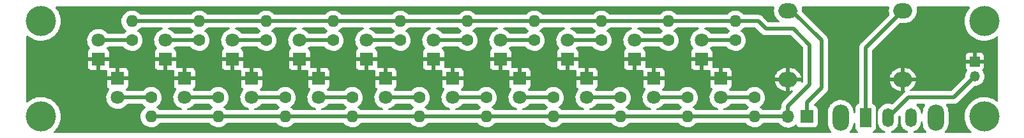
<source format=gbr>
%TF.GenerationSoftware,KiCad,Pcbnew,(6.0.5)*%
%TF.CreationDate,2023-01-13T02:42:48+02:00*%
%TF.ProjectId,doom_day_lamp,646f6f6d-5f64-4617-995f-6c616d702e6b,rev?*%
%TF.SameCoordinates,Original*%
%TF.FileFunction,Copper,L2,Bot*%
%TF.FilePolarity,Positive*%
%FSLAX46Y46*%
G04 Gerber Fmt 4.6, Leading zero omitted, Abs format (unit mm)*
G04 Created by KiCad (PCBNEW (6.0.5)) date 2023-01-13 02:42:48*
%MOMM*%
%LPD*%
G01*
G04 APERTURE LIST*
%TA.AperFunction,ComponentPad*%
%ADD10O,2.200000X3.500000*%
%TD*%
%TA.AperFunction,ComponentPad*%
%ADD11R,1.500000X2.500000*%
%TD*%
%TA.AperFunction,ComponentPad*%
%ADD12O,1.500000X2.500000*%
%TD*%
%TA.AperFunction,ComponentPad*%
%ADD13C,1.600000*%
%TD*%
%TA.AperFunction,ComponentPad*%
%ADD14O,1.600000X1.600000*%
%TD*%
%TA.AperFunction,ComponentPad*%
%ADD15R,1.800000X1.800000*%
%TD*%
%TA.AperFunction,ComponentPad*%
%ADD16C,1.800000*%
%TD*%
%TA.AperFunction,ComponentPad*%
%ADD17O,2.500000X2.000000*%
%TD*%
%TA.AperFunction,ComponentPad*%
%ADD18R,1.700000X1.700000*%
%TD*%
%TA.AperFunction,ComponentPad*%
%ADD19O,1.700000X1.700000*%
%TD*%
%TA.AperFunction,ComponentPad*%
%ADD20R,1.350000X1.350000*%
%TD*%
%TA.AperFunction,ComponentPad*%
%ADD21O,1.350000X1.350000*%
%TD*%
%TA.AperFunction,ViaPad*%
%ADD22C,4.000000*%
%TD*%
%TA.AperFunction,Conductor*%
%ADD23C,0.500000*%
%TD*%
%TA.AperFunction,Conductor*%
%ADD24C,0.250000*%
%TD*%
G04 APERTURE END LIST*
D10*
%TO.P,SW1,*%
%TO.N,*%
X169445000Y-59832500D03*
X156845000Y-59832500D03*
D11*
%TO.P,SW1,1,A*%
%TO.N,Net-(SW1-Pad1)*%
X160145000Y-59832500D03*
D12*
%TO.P,SW1,2,B*%
%TO.N,Net-(J1-Pad2)*%
X163145000Y-59832500D03*
%TO.P,SW1,3,C*%
%TO.N,unconnected-(SW1-Pad3)*%
X166145000Y-59832500D03*
%TD*%
D13*
%TO.P,R20,1*%
%TO.N,Net-(D20-Pad2)*%
X142875000Y-49530000D03*
D14*
%TO.P,R20,2*%
%TO.N,Net-(JP1-Pad2)*%
X142875000Y-46990000D03*
%TD*%
D15*
%TO.P,D7,1,K*%
%TO.N,GND1*%
X87630000Y-54610000D03*
D16*
%TO.P,D7,2,A*%
%TO.N,Net-(D7-Pad2)*%
X87630000Y-57150000D03*
%TD*%
D15*
%TO.P,D3,1,K*%
%TO.N,GND1*%
X123190000Y-54610000D03*
D16*
%TO.P,D3,2,A*%
%TO.N,Net-(D3-Pad2)*%
X123190000Y-57150000D03*
%TD*%
D15*
%TO.P,D5,1,K*%
%TO.N,GND1*%
X105410000Y-54610000D03*
D16*
%TO.P,D5,2,A*%
%TO.N,Net-(D5-Pad2)*%
X105410000Y-57150000D03*
%TD*%
D15*
%TO.P,D19,1,K*%
%TO.N,GND1*%
X129540000Y-52070000D03*
D16*
%TO.P,D19,2,A*%
%TO.N,Net-(D19-Pad2)*%
X129540000Y-49530000D03*
%TD*%
D15*
%TO.P,D15,1,K*%
%TO.N,GND1*%
X93980000Y-52070000D03*
D16*
%TO.P,D15,2,A*%
%TO.N,Net-(D15-Pad2)*%
X93980000Y-49530000D03*
%TD*%
D13*
%TO.P,R14,1*%
%TO.N,Net-(D14-Pad2)*%
X89535000Y-49530000D03*
D14*
%TO.P,R14,2*%
%TO.N,Net-(JP1-Pad2)*%
X89535000Y-46990000D03*
%TD*%
D15*
%TO.P,D16,1,K*%
%TO.N,GND1*%
X102870000Y-52070000D03*
D16*
%TO.P,D16,2,A*%
%TO.N,Net-(D16-Pad2)*%
X102870000Y-49530000D03*
%TD*%
D15*
%TO.P,D11,1,K*%
%TO.N,GND1*%
X58420000Y-52070000D03*
D16*
%TO.P,D11,2,A*%
%TO.N,Net-(D11-Pad2)*%
X58420000Y-49530000D03*
%TD*%
D15*
%TO.P,D2,1,K*%
%TO.N,GND1*%
X132080000Y-54610000D03*
D16*
%TO.P,D2,2,A*%
%TO.N,Net-(D2-Pad2)*%
X132080000Y-57150000D03*
%TD*%
D17*
%TO.P,U1,1,IN-*%
%TO.N,GND*%
X165100000Y-54735000D03*
%TO.P,U1,2,IN+*%
%TO.N,Net-(SW1-Pad1)*%
X165100000Y-45595000D03*
%TO.P,U1,3,OUT-*%
%TO.N,GND1*%
X149860000Y-54735000D03*
%TO.P,U1,4,OUT+*%
%TO.N,Net-(JP1-Pad1)*%
X149860000Y-45595000D03*
%TD*%
D13*
%TO.P,R12,1*%
%TO.N,Net-(D12-Pad2)*%
X71755000Y-49530000D03*
D14*
%TO.P,R12,2*%
%TO.N,Net-(JP1-Pad2)*%
X71755000Y-46990000D03*
%TD*%
D13*
%TO.P,R18,1*%
%TO.N,Net-(D18-Pad2)*%
X125095000Y-49530000D03*
D14*
%TO.P,R18,2*%
%TO.N,Net-(JP1-Pad2)*%
X125095000Y-46990000D03*
%TD*%
D15*
%TO.P,D6,1,K*%
%TO.N,GND1*%
X96520000Y-54610000D03*
D16*
%TO.P,D6,2,A*%
%TO.N,Net-(D6-Pad2)*%
X96520000Y-57150000D03*
%TD*%
D14*
%TO.P,R9,2*%
%TO.N,Net-(JP1-Pad2)*%
X65405000Y-59690000D03*
D13*
%TO.P,R9,1*%
%TO.N,Net-(D10-Pad2)*%
X65405000Y-57150000D03*
%TD*%
D18*
%TO.P,JP1,1,A*%
%TO.N,Net-(JP1-Pad1)*%
X152400000Y-59690000D03*
D19*
%TO.P,JP1,2,B*%
%TO.N,Net-(JP1-Pad2)*%
X149860000Y-59690000D03*
%TD*%
D13*
%TO.P,R4,1*%
%TO.N,Net-(D5-Pad2)*%
X109855000Y-57150000D03*
D14*
%TO.P,R4,2*%
%TO.N,Net-(JP1-Pad2)*%
X109855000Y-59690000D03*
%TD*%
D13*
%TO.P,R11,1*%
%TO.N,Net-(D11-Pad2)*%
X62865000Y-49530000D03*
D14*
%TO.P,R11,2*%
%TO.N,Net-(JP1-Pad2)*%
X62865000Y-46990000D03*
%TD*%
D15*
%TO.P,D14,1,K*%
%TO.N,GND1*%
X85090000Y-52070000D03*
D16*
%TO.P,D14,2,A*%
%TO.N,Net-(D14-Pad2)*%
X85090000Y-49530000D03*
%TD*%
D15*
%TO.P,D17,1,K*%
%TO.N,GND1*%
X111760000Y-52070000D03*
D16*
%TO.P,D17,2,A*%
%TO.N,Net-(D17-Pad2)*%
X111760000Y-49530000D03*
%TD*%
D13*
%TO.P,R15,1*%
%TO.N,Net-(D15-Pad2)*%
X98425000Y-49530000D03*
D14*
%TO.P,R15,2*%
%TO.N,Net-(JP1-Pad2)*%
X98425000Y-46990000D03*
%TD*%
D13*
%TO.P,R19,1*%
%TO.N,Net-(D19-Pad2)*%
X133985000Y-49530000D03*
D14*
%TO.P,R19,2*%
%TO.N,Net-(JP1-Pad2)*%
X133985000Y-46990000D03*
%TD*%
D13*
%TO.P,R8,1*%
%TO.N,Net-(D9-Pad2)*%
X74295000Y-57150000D03*
D14*
%TO.P,R8,2*%
%TO.N,Net-(JP1-Pad2)*%
X74295000Y-59690000D03*
%TD*%
D13*
%TO.P,R10,1*%
%TO.N,Net-(D1-Pad2)*%
X145415000Y-57150000D03*
D14*
%TO.P,R10,2*%
%TO.N,Net-(JP1-Pad2)*%
X145415000Y-59690000D03*
%TD*%
D13*
%TO.P,R3,1*%
%TO.N,Net-(D4-Pad2)*%
X118745000Y-57150000D03*
D14*
%TO.P,R3,2*%
%TO.N,Net-(JP1-Pad2)*%
X118745000Y-59690000D03*
%TD*%
D15*
%TO.P,D4,1,K*%
%TO.N,GND1*%
X114300000Y-54610000D03*
D16*
%TO.P,D4,2,A*%
%TO.N,Net-(D4-Pad2)*%
X114300000Y-57150000D03*
%TD*%
D13*
%TO.P,R6,1*%
%TO.N,Net-(D7-Pad2)*%
X92075000Y-57150000D03*
D14*
%TO.P,R6,2*%
%TO.N,Net-(JP1-Pad2)*%
X92075000Y-59690000D03*
%TD*%
D13*
%TO.P,R13,1*%
%TO.N,Net-(D13-Pad2)*%
X80645000Y-49530000D03*
D14*
%TO.P,R13,2*%
%TO.N,Net-(JP1-Pad2)*%
X80645000Y-46990000D03*
%TD*%
D13*
%TO.P,R17,1*%
%TO.N,Net-(D17-Pad2)*%
X116205000Y-49530000D03*
D14*
%TO.P,R17,2*%
%TO.N,Net-(JP1-Pad2)*%
X116205000Y-46990000D03*
%TD*%
D15*
%TO.P,D20,1,K*%
%TO.N,GND1*%
X138430000Y-52070000D03*
D16*
%TO.P,D20,2,A*%
%TO.N,Net-(D20-Pad2)*%
X138430000Y-49530000D03*
%TD*%
D15*
%TO.P,D9,1,K*%
%TO.N,GND1*%
X69850000Y-54610000D03*
D16*
%TO.P,D9,2,A*%
%TO.N,Net-(D9-Pad2)*%
X69850000Y-57150000D03*
%TD*%
D15*
%TO.P,D10,1,K*%
%TO.N,GND1*%
X60960000Y-54610000D03*
D16*
%TO.P,D10,2,A*%
%TO.N,Net-(D10-Pad2)*%
X60960000Y-57150000D03*
%TD*%
D13*
%TO.P,R2,1*%
%TO.N,Net-(D3-Pad2)*%
X127635000Y-57150000D03*
D14*
%TO.P,R2,2*%
%TO.N,Net-(JP1-Pad2)*%
X127635000Y-59690000D03*
%TD*%
D15*
%TO.P,D8,1,K*%
%TO.N,GND1*%
X78740000Y-54610000D03*
D16*
%TO.P,D8,2,A*%
%TO.N,Net-(D8-Pad2)*%
X78740000Y-57150000D03*
%TD*%
D13*
%TO.P,R7,1*%
%TO.N,Net-(D8-Pad2)*%
X83185000Y-57150000D03*
D14*
%TO.P,R7,2*%
%TO.N,Net-(JP1-Pad2)*%
X83185000Y-59690000D03*
%TD*%
D15*
%TO.P,D1,1,K*%
%TO.N,GND1*%
X140970000Y-54610000D03*
D16*
%TO.P,D1,2,A*%
%TO.N,Net-(D1-Pad2)*%
X140970000Y-57150000D03*
%TD*%
D15*
%TO.P,D18,1,K*%
%TO.N,GND1*%
X120650000Y-52070000D03*
D16*
%TO.P,D18,2,A*%
%TO.N,Net-(D18-Pad2)*%
X120650000Y-49530000D03*
%TD*%
D13*
%TO.P,R16,1*%
%TO.N,Net-(D16-Pad2)*%
X107315000Y-49530000D03*
D14*
%TO.P,R16,2*%
%TO.N,Net-(JP1-Pad2)*%
X107315000Y-46990000D03*
%TD*%
D13*
%TO.P,R5,1*%
%TO.N,Net-(D6-Pad2)*%
X100965000Y-57150000D03*
D14*
%TO.P,R5,2*%
%TO.N,Net-(JP1-Pad2)*%
X100965000Y-59690000D03*
%TD*%
D15*
%TO.P,D13,1,K*%
%TO.N,GND1*%
X76200000Y-52070000D03*
D16*
%TO.P,D13,2,A*%
%TO.N,Net-(D13-Pad2)*%
X76200000Y-49530000D03*
%TD*%
D15*
%TO.P,D12,1,K*%
%TO.N,GND1*%
X67310000Y-52070000D03*
D16*
%TO.P,D12,2,A*%
%TO.N,Net-(D12-Pad2)*%
X67310000Y-49530000D03*
%TD*%
D13*
%TO.P,R1,1*%
%TO.N,Net-(D2-Pad2)*%
X136525000Y-57150000D03*
D14*
%TO.P,R1,2*%
%TO.N,Net-(JP1-Pad2)*%
X136525000Y-59690000D03*
%TD*%
D20*
%TO.P,J1,1,Pin_1*%
%TO.N,GND*%
X174625000Y-52340000D03*
D21*
%TO.P,J1,2,Pin_2*%
%TO.N,Net-(J1-Pad2)*%
X174625000Y-54340000D03*
%TD*%
D22*
%TO.N,*%
X175895000Y-59690000D03*
X175895000Y-46990000D03*
X50800000Y-46990000D03*
X50800000Y-59690000D03*
%TD*%
D23*
%TO.N,Net-(JP1-Pad2)*%
X145930000Y-46990000D02*
X142875000Y-46990000D01*
X152750000Y-50140000D02*
X150600000Y-47990000D01*
X146930000Y-47990000D02*
X145930000Y-46990000D01*
X152750000Y-55390000D02*
X152750000Y-50140000D01*
X150600000Y-47990000D02*
X146930000Y-47990000D01*
X149860000Y-58280000D02*
X152750000Y-55390000D01*
X149860000Y-59690000D02*
X149860000Y-58280000D01*
%TO.N,Net-(D1-Pad2)*%
X140970000Y-57150000D02*
X145415000Y-57150000D01*
%TO.N,Net-(D2-Pad2)*%
X132080000Y-57150000D02*
X136525000Y-57150000D01*
%TO.N,Net-(D3-Pad2)*%
X123190000Y-57150000D02*
X127635000Y-57150000D01*
%TO.N,Net-(D4-Pad2)*%
X114300000Y-57150000D02*
X118745000Y-57150000D01*
%TO.N,Net-(D5-Pad2)*%
X105410000Y-57150000D02*
X109855000Y-57150000D01*
%TO.N,Net-(D6-Pad2)*%
X96520000Y-57150000D02*
X100965000Y-57150000D01*
%TO.N,Net-(D7-Pad2)*%
X87630000Y-57150000D02*
X92075000Y-57150000D01*
%TO.N,Net-(D8-Pad2)*%
X78740000Y-57150000D02*
X83185000Y-57150000D01*
%TO.N,Net-(D9-Pad2)*%
X69850000Y-57150000D02*
X74295000Y-57150000D01*
%TO.N,Net-(D10-Pad2)*%
X60960000Y-57150000D02*
X65405000Y-57150000D01*
%TO.N,Net-(D11-Pad2)*%
X62865000Y-49530000D02*
X58420000Y-49530000D01*
%TO.N,Net-(D12-Pad2)*%
X71755000Y-49530000D02*
X67310000Y-49530000D01*
%TO.N,Net-(D13-Pad2)*%
X80645000Y-49530000D02*
X76200000Y-49530000D01*
%TO.N,Net-(D14-Pad2)*%
X89535000Y-49530000D02*
X85090000Y-49530000D01*
%TO.N,Net-(D15-Pad2)*%
X98425000Y-49530000D02*
X93980000Y-49530000D01*
%TO.N,Net-(D16-Pad2)*%
X107315000Y-49530000D02*
X102870000Y-49530000D01*
%TO.N,Net-(D17-Pad2)*%
X116205000Y-49530000D02*
X111760000Y-49530000D01*
%TO.N,Net-(D18-Pad2)*%
X125095000Y-49530000D02*
X120650000Y-49530000D01*
%TO.N,Net-(D19-Pad2)*%
X133985000Y-49530000D02*
X129540000Y-49530000D01*
%TO.N,Net-(D20-Pad2)*%
X142875000Y-49530000D02*
X138430000Y-49530000D01*
%TO.N,Net-(JP1-Pad2)*%
X62865000Y-46990000D02*
X71755000Y-46990000D01*
X80645000Y-46990000D02*
X71755000Y-46990000D01*
X89535000Y-46990000D02*
X80645000Y-46990000D01*
X98425000Y-46990000D02*
X89535000Y-46990000D01*
X107315000Y-46990000D02*
X98425000Y-46990000D01*
X116205000Y-46990000D02*
X107315000Y-46990000D01*
X125095000Y-46990000D02*
X116205000Y-46990000D01*
X133985000Y-46990000D02*
X125095000Y-46990000D01*
X139700000Y-46990000D02*
X138430000Y-46990000D01*
X139700000Y-46990000D02*
X142875000Y-46990000D01*
D24*
X137795000Y-46990000D02*
X139700000Y-46990000D01*
D23*
X138430000Y-46990000D02*
X133985000Y-46990000D01*
X145415000Y-59690000D02*
X149860000Y-59690000D01*
X136525000Y-59690000D02*
X145415000Y-59690000D01*
X127635000Y-59690000D02*
X136525000Y-59690000D01*
X118745000Y-59690000D02*
X127635000Y-59690000D01*
X109855000Y-59690000D02*
X118745000Y-59690000D01*
X100965000Y-59690000D02*
X109855000Y-59690000D01*
X92075000Y-59690000D02*
X100965000Y-59690000D01*
X83185000Y-59690000D02*
X92075000Y-59690000D01*
X74295000Y-59690000D02*
X83185000Y-59690000D01*
X74295000Y-59690000D02*
X65405000Y-59690000D01*
%TO.N,Net-(JP1-Pad1)*%
X152400000Y-57785000D02*
X154305000Y-55880000D01*
X152400000Y-59690000D02*
X152400000Y-57785000D01*
%TO.N,Net-(J1-Pad2)*%
X171815000Y-57150000D02*
X174625000Y-54340000D01*
X163145000Y-59832500D02*
X165827500Y-57150000D01*
X165827500Y-57150000D02*
X171815000Y-57150000D01*
%TO.N,Net-(JP1-Pad1)*%
X154305000Y-49530000D02*
X150370000Y-45595000D01*
D24*
X150370000Y-45595000D02*
X149860000Y-45595000D01*
D23*
X154305000Y-55880000D02*
X154305000Y-49530000D01*
D24*
X151005000Y-45595000D02*
X149860000Y-45595000D01*
D23*
%TO.N,Net-(SW1-Pad1)*%
X160145000Y-50550000D02*
X165100000Y-45595000D01*
X160145000Y-59832500D02*
X160145000Y-50550000D01*
%TO.N,GND1*%
X149735000Y-54610000D02*
X149860000Y-54735000D01*
%TD*%
%TA.AperFunction,Conductor*%
%TO.N,GND1*%
G36*
X148003035Y-45070502D02*
G01*
X148049528Y-45124158D01*
X148059632Y-45194432D01*
X148057434Y-45205909D01*
X148024317Y-45343852D01*
X148004551Y-45595000D01*
X148024317Y-45846148D01*
X148083127Y-46091111D01*
X148085020Y-46095682D01*
X148085021Y-46095684D01*
X148167938Y-46295863D01*
X148179534Y-46323859D01*
X148311164Y-46538659D01*
X148314376Y-46542419D01*
X148314379Y-46542424D01*
X148432556Y-46680791D01*
X148474776Y-46730224D01*
X148478538Y-46733437D01*
X148662576Y-46890621D01*
X148662581Y-46890625D01*
X148666341Y-46893836D01*
X148670556Y-46896419D01*
X148670567Y-46896427D01*
X148686300Y-46906068D01*
X148733931Y-46958715D01*
X148745538Y-47028757D01*
X148717435Y-47093954D01*
X148658544Y-47133608D01*
X148620465Y-47139500D01*
X147334478Y-47139500D01*
X147266357Y-47119498D01*
X147245383Y-47102595D01*
X146560438Y-46417650D01*
X146553295Y-46409883D01*
X146524386Y-46375674D01*
X146519980Y-46370460D01*
X146456062Y-46321591D01*
X146453647Y-46319698D01*
X146453134Y-46319285D01*
X146418681Y-46291584D01*
X146396247Y-46273546D01*
X146396244Y-46273544D01*
X146390927Y-46269269D01*
X146384810Y-46266232D01*
X146382198Y-46264562D01*
X146381804Y-46264286D01*
X146381680Y-46264209D01*
X146381258Y-46263977D01*
X146378605Y-46262370D01*
X146373180Y-46258223D01*
X146300262Y-46224221D01*
X146297495Y-46222890D01*
X146231520Y-46190139D01*
X146231516Y-46190137D01*
X146225407Y-46187105D01*
X146218782Y-46185453D01*
X146215879Y-46184385D01*
X146215427Y-46184197D01*
X146215292Y-46184149D01*
X146214833Y-46184014D01*
X146211892Y-46183013D01*
X146205703Y-46180127D01*
X146183246Y-46175107D01*
X146127169Y-46162573D01*
X146124172Y-46161864D01*
X146052728Y-46144051D01*
X146052727Y-46144051D01*
X146046106Y-46142400D01*
X146039286Y-46142210D01*
X146036208Y-46141788D01*
X146035291Y-46141623D01*
X146030415Y-46140946D01*
X146025363Y-46139817D01*
X146019693Y-46139500D01*
X145944036Y-46139500D01*
X145940518Y-46139451D01*
X145938788Y-46139403D01*
X145861389Y-46137241D01*
X145854683Y-46138520D01*
X145847886Y-46139067D01*
X145847843Y-46138538D01*
X145837637Y-46139500D01*
X144050421Y-46139500D01*
X143982300Y-46119498D01*
X143957228Y-46098300D01*
X143836890Y-45966051D01*
X143836889Y-45966050D01*
X143833412Y-45962229D01*
X143829361Y-45959030D01*
X143829357Y-45959026D01*
X143656735Y-45822697D01*
X143656730Y-45822693D01*
X143652681Y-45819496D01*
X143648165Y-45817003D01*
X143648162Y-45817001D01*
X143455589Y-45710695D01*
X143455585Y-45710693D01*
X143451065Y-45708198D01*
X143446196Y-45706474D01*
X143446192Y-45706472D01*
X143238853Y-45633049D01*
X143238849Y-45633048D01*
X143233978Y-45631323D01*
X143228885Y-45630416D01*
X143228882Y-45630415D01*
X143132707Y-45613284D01*
X143007250Y-45590937D01*
X142920802Y-45589881D01*
X142782141Y-45588186D01*
X142782139Y-45588186D01*
X142776971Y-45588123D01*
X142549325Y-45622958D01*
X142330424Y-45694506D01*
X142126149Y-45800845D01*
X141941984Y-45939119D01*
X141938410Y-45942859D01*
X141787717Y-46100551D01*
X141726193Y-46135981D01*
X141696623Y-46139500D01*
X135160421Y-46139500D01*
X135092300Y-46119498D01*
X135067228Y-46098300D01*
X134946890Y-45966051D01*
X134946889Y-45966050D01*
X134943412Y-45962229D01*
X134939361Y-45959030D01*
X134939357Y-45959026D01*
X134766735Y-45822697D01*
X134766730Y-45822693D01*
X134762681Y-45819496D01*
X134758165Y-45817003D01*
X134758162Y-45817001D01*
X134565589Y-45710695D01*
X134565585Y-45710693D01*
X134561065Y-45708198D01*
X134556196Y-45706474D01*
X134556192Y-45706472D01*
X134348853Y-45633049D01*
X134348849Y-45633048D01*
X134343978Y-45631323D01*
X134338885Y-45630416D01*
X134338882Y-45630415D01*
X134242707Y-45613284D01*
X134117250Y-45590937D01*
X134030802Y-45589881D01*
X133892141Y-45588186D01*
X133892139Y-45588186D01*
X133886971Y-45588123D01*
X133659325Y-45622958D01*
X133440424Y-45694506D01*
X133236149Y-45800845D01*
X133051984Y-45939119D01*
X133048410Y-45942859D01*
X132897717Y-46100551D01*
X132836193Y-46135981D01*
X132806623Y-46139500D01*
X126270421Y-46139500D01*
X126202300Y-46119498D01*
X126177228Y-46098300D01*
X126056890Y-45966051D01*
X126056889Y-45966050D01*
X126053412Y-45962229D01*
X126049361Y-45959030D01*
X126049357Y-45959026D01*
X125876735Y-45822697D01*
X125876730Y-45822693D01*
X125872681Y-45819496D01*
X125868165Y-45817003D01*
X125868162Y-45817001D01*
X125675589Y-45710695D01*
X125675585Y-45710693D01*
X125671065Y-45708198D01*
X125666196Y-45706474D01*
X125666192Y-45706472D01*
X125458853Y-45633049D01*
X125458849Y-45633048D01*
X125453978Y-45631323D01*
X125448885Y-45630416D01*
X125448882Y-45630415D01*
X125352707Y-45613284D01*
X125227250Y-45590937D01*
X125140802Y-45589881D01*
X125002141Y-45588186D01*
X125002139Y-45588186D01*
X124996971Y-45588123D01*
X124769325Y-45622958D01*
X124550424Y-45694506D01*
X124346149Y-45800845D01*
X124161984Y-45939119D01*
X124158410Y-45942859D01*
X124007717Y-46100551D01*
X123946193Y-46135981D01*
X123916623Y-46139500D01*
X117380421Y-46139500D01*
X117312300Y-46119498D01*
X117287228Y-46098300D01*
X117166890Y-45966051D01*
X117166889Y-45966050D01*
X117163412Y-45962229D01*
X117159361Y-45959030D01*
X117159357Y-45959026D01*
X116986735Y-45822697D01*
X116986730Y-45822693D01*
X116982681Y-45819496D01*
X116978165Y-45817003D01*
X116978162Y-45817001D01*
X116785589Y-45710695D01*
X116785585Y-45710693D01*
X116781065Y-45708198D01*
X116776196Y-45706474D01*
X116776192Y-45706472D01*
X116568853Y-45633049D01*
X116568849Y-45633048D01*
X116563978Y-45631323D01*
X116558885Y-45630416D01*
X116558882Y-45630415D01*
X116462707Y-45613284D01*
X116337250Y-45590937D01*
X116250802Y-45589881D01*
X116112141Y-45588186D01*
X116112139Y-45588186D01*
X116106971Y-45588123D01*
X115879325Y-45622958D01*
X115660424Y-45694506D01*
X115456149Y-45800845D01*
X115271984Y-45939119D01*
X115268410Y-45942859D01*
X115117717Y-46100551D01*
X115056193Y-46135981D01*
X115026623Y-46139500D01*
X108490421Y-46139500D01*
X108422300Y-46119498D01*
X108397228Y-46098300D01*
X108276890Y-45966051D01*
X108276889Y-45966050D01*
X108273412Y-45962229D01*
X108269361Y-45959030D01*
X108269357Y-45959026D01*
X108096735Y-45822697D01*
X108096730Y-45822693D01*
X108092681Y-45819496D01*
X108088165Y-45817003D01*
X108088162Y-45817001D01*
X107895589Y-45710695D01*
X107895585Y-45710693D01*
X107891065Y-45708198D01*
X107886196Y-45706474D01*
X107886192Y-45706472D01*
X107678853Y-45633049D01*
X107678849Y-45633048D01*
X107673978Y-45631323D01*
X107668885Y-45630416D01*
X107668882Y-45630415D01*
X107572707Y-45613284D01*
X107447250Y-45590937D01*
X107360802Y-45589881D01*
X107222141Y-45588186D01*
X107222139Y-45588186D01*
X107216971Y-45588123D01*
X106989325Y-45622958D01*
X106770424Y-45694506D01*
X106566149Y-45800845D01*
X106381984Y-45939119D01*
X106378410Y-45942859D01*
X106227717Y-46100551D01*
X106166193Y-46135981D01*
X106136623Y-46139500D01*
X99600421Y-46139500D01*
X99532300Y-46119498D01*
X99507228Y-46098300D01*
X99386890Y-45966051D01*
X99386889Y-45966050D01*
X99383412Y-45962229D01*
X99379361Y-45959030D01*
X99379357Y-45959026D01*
X99206735Y-45822697D01*
X99206730Y-45822693D01*
X99202681Y-45819496D01*
X99198165Y-45817003D01*
X99198162Y-45817001D01*
X99005589Y-45710695D01*
X99005585Y-45710693D01*
X99001065Y-45708198D01*
X98996196Y-45706474D01*
X98996192Y-45706472D01*
X98788853Y-45633049D01*
X98788849Y-45633048D01*
X98783978Y-45631323D01*
X98778885Y-45630416D01*
X98778882Y-45630415D01*
X98682707Y-45613284D01*
X98557250Y-45590937D01*
X98470802Y-45589881D01*
X98332141Y-45588186D01*
X98332139Y-45588186D01*
X98326971Y-45588123D01*
X98099325Y-45622958D01*
X97880424Y-45694506D01*
X97676149Y-45800845D01*
X97491984Y-45939119D01*
X97488410Y-45942859D01*
X97337717Y-46100551D01*
X97276193Y-46135981D01*
X97246623Y-46139500D01*
X90710421Y-46139500D01*
X90642300Y-46119498D01*
X90617228Y-46098300D01*
X90496890Y-45966051D01*
X90496889Y-45966050D01*
X90493412Y-45962229D01*
X90489361Y-45959030D01*
X90489357Y-45959026D01*
X90316735Y-45822697D01*
X90316730Y-45822693D01*
X90312681Y-45819496D01*
X90308165Y-45817003D01*
X90308162Y-45817001D01*
X90115589Y-45710695D01*
X90115585Y-45710693D01*
X90111065Y-45708198D01*
X90106196Y-45706474D01*
X90106192Y-45706472D01*
X89898853Y-45633049D01*
X89898849Y-45633048D01*
X89893978Y-45631323D01*
X89888885Y-45630416D01*
X89888882Y-45630415D01*
X89792707Y-45613284D01*
X89667250Y-45590937D01*
X89580802Y-45589881D01*
X89442141Y-45588186D01*
X89442139Y-45588186D01*
X89436971Y-45588123D01*
X89209325Y-45622958D01*
X88990424Y-45694506D01*
X88786149Y-45800845D01*
X88601984Y-45939119D01*
X88598410Y-45942859D01*
X88447717Y-46100551D01*
X88386193Y-46135981D01*
X88356623Y-46139500D01*
X81820421Y-46139500D01*
X81752300Y-46119498D01*
X81727228Y-46098300D01*
X81606890Y-45966051D01*
X81606889Y-45966050D01*
X81603412Y-45962229D01*
X81599361Y-45959030D01*
X81599357Y-45959026D01*
X81426735Y-45822697D01*
X81426730Y-45822693D01*
X81422681Y-45819496D01*
X81418165Y-45817003D01*
X81418162Y-45817001D01*
X81225589Y-45710695D01*
X81225585Y-45710693D01*
X81221065Y-45708198D01*
X81216196Y-45706474D01*
X81216192Y-45706472D01*
X81008853Y-45633049D01*
X81008849Y-45633048D01*
X81003978Y-45631323D01*
X80998885Y-45630416D01*
X80998882Y-45630415D01*
X80902707Y-45613284D01*
X80777250Y-45590937D01*
X80690802Y-45589881D01*
X80552141Y-45588186D01*
X80552139Y-45588186D01*
X80546971Y-45588123D01*
X80319325Y-45622958D01*
X80100424Y-45694506D01*
X79896149Y-45800845D01*
X79711984Y-45939119D01*
X79708410Y-45942859D01*
X79557717Y-46100551D01*
X79496193Y-46135981D01*
X79466623Y-46139500D01*
X72930421Y-46139500D01*
X72862300Y-46119498D01*
X72837228Y-46098300D01*
X72716890Y-45966051D01*
X72716889Y-45966050D01*
X72713412Y-45962229D01*
X72709361Y-45959030D01*
X72709357Y-45959026D01*
X72536735Y-45822697D01*
X72536730Y-45822693D01*
X72532681Y-45819496D01*
X72528165Y-45817003D01*
X72528162Y-45817001D01*
X72335589Y-45710695D01*
X72335585Y-45710693D01*
X72331065Y-45708198D01*
X72326196Y-45706474D01*
X72326192Y-45706472D01*
X72118853Y-45633049D01*
X72118849Y-45633048D01*
X72113978Y-45631323D01*
X72108885Y-45630416D01*
X72108882Y-45630415D01*
X72012707Y-45613284D01*
X71887250Y-45590937D01*
X71800802Y-45589881D01*
X71662141Y-45588186D01*
X71662139Y-45588186D01*
X71656971Y-45588123D01*
X71429325Y-45622958D01*
X71210424Y-45694506D01*
X71006149Y-45800845D01*
X70821984Y-45939119D01*
X70818410Y-45942859D01*
X70667717Y-46100551D01*
X70606193Y-46135981D01*
X70576623Y-46139500D01*
X64040421Y-46139500D01*
X63972300Y-46119498D01*
X63947228Y-46098300D01*
X63826890Y-45966051D01*
X63826889Y-45966050D01*
X63823412Y-45962229D01*
X63819361Y-45959030D01*
X63819357Y-45959026D01*
X63646735Y-45822697D01*
X63646730Y-45822693D01*
X63642681Y-45819496D01*
X63638165Y-45817003D01*
X63638162Y-45817001D01*
X63445589Y-45710695D01*
X63445585Y-45710693D01*
X63441065Y-45708198D01*
X63436196Y-45706474D01*
X63436192Y-45706472D01*
X63228853Y-45633049D01*
X63228849Y-45633048D01*
X63223978Y-45631323D01*
X63218885Y-45630416D01*
X63218882Y-45630415D01*
X63122707Y-45613284D01*
X62997250Y-45590937D01*
X62910802Y-45589881D01*
X62772141Y-45588186D01*
X62772139Y-45588186D01*
X62766971Y-45588123D01*
X62539325Y-45622958D01*
X62320424Y-45694506D01*
X62116149Y-45800845D01*
X61931984Y-45939119D01*
X61772877Y-46105616D01*
X61769963Y-46109888D01*
X61769962Y-46109889D01*
X61717289Y-46187105D01*
X61643099Y-46295863D01*
X61640923Y-46300552D01*
X61640919Y-46300558D01*
X61588303Y-46413910D01*
X61546136Y-46504752D01*
X61484592Y-46726673D01*
X61484043Y-46731810D01*
X61465420Y-46906068D01*
X61460119Y-46955665D01*
X61460416Y-46960817D01*
X61460416Y-46960821D01*
X61468093Y-47093954D01*
X61473376Y-47185580D01*
X61474513Y-47190626D01*
X61474514Y-47190632D01*
X61506438Y-47332289D01*
X61524006Y-47410242D01*
X61610649Y-47623618D01*
X61730979Y-47819978D01*
X61881763Y-47994048D01*
X62058953Y-48141154D01*
X62063417Y-48143762D01*
X62063419Y-48143764D01*
X62076940Y-48151665D01*
X62125663Y-48203305D01*
X62138733Y-48273088D01*
X62112000Y-48338859D01*
X62089021Y-48361212D01*
X61936125Y-48476009D01*
X61936119Y-48476015D01*
X61931984Y-48479119D01*
X61928410Y-48482859D01*
X61777717Y-48640551D01*
X61716193Y-48675981D01*
X61686623Y-48679500D01*
X59725555Y-48679500D01*
X59657434Y-48659498D01*
X59619762Y-48621939D01*
X59615713Y-48615680D01*
X59612905Y-48611339D01*
X59586635Y-48582468D01*
X59518023Y-48507065D01*
X59446846Y-48428842D01*
X59442795Y-48425643D01*
X59442791Y-48425639D01*
X59257264Y-48279119D01*
X59257259Y-48279116D01*
X59253210Y-48275918D01*
X59248694Y-48273425D01*
X59248691Y-48273423D01*
X59041722Y-48159170D01*
X59041718Y-48159168D01*
X59037198Y-48156673D01*
X59032329Y-48154949D01*
X59032325Y-48154947D01*
X58809485Y-48076035D01*
X58809481Y-48076034D01*
X58804610Y-48074309D01*
X58799517Y-48073402D01*
X58799514Y-48073401D01*
X58566783Y-48031945D01*
X58566777Y-48031944D01*
X58561694Y-48031039D01*
X58482324Y-48030069D01*
X58320142Y-48028088D01*
X58320140Y-48028088D01*
X58314972Y-48028025D01*
X58071070Y-48065347D01*
X57836540Y-48142003D01*
X57617679Y-48255935D01*
X57613546Y-48259038D01*
X57613543Y-48259040D01*
X57424499Y-48400978D01*
X57420364Y-48404083D01*
X57249896Y-48582468D01*
X57246982Y-48586740D01*
X57246981Y-48586741D01*
X57228602Y-48613684D01*
X57110851Y-48786300D01*
X57068562Y-48877405D01*
X57013391Y-48996261D01*
X57006965Y-49010104D01*
X56941026Y-49247871D01*
X56914806Y-49493214D01*
X56915103Y-49498366D01*
X56915103Y-49498370D01*
X56921077Y-49601971D01*
X56929010Y-49739545D01*
X56930147Y-49744591D01*
X56930148Y-49744597D01*
X56947557Y-49821846D01*
X56983255Y-49980249D01*
X57076084Y-50208861D01*
X57205006Y-50419241D01*
X57208389Y-50423146D01*
X57302281Y-50531539D01*
X57331763Y-50596124D01*
X57321648Y-50666397D01*
X57275147Y-50720045D01*
X57267554Y-50724555D01*
X57266354Y-50725212D01*
X57164276Y-50801715D01*
X57151715Y-50814276D01*
X57075214Y-50916351D01*
X57066676Y-50931946D01*
X57021522Y-51052394D01*
X57017895Y-51067649D01*
X57012369Y-51118514D01*
X57012000Y-51125328D01*
X57012000Y-51797885D01*
X57016475Y-51813124D01*
X57017865Y-51814329D01*
X57025548Y-51816000D01*
X59809884Y-51816000D01*
X59825123Y-51811525D01*
X59826328Y-51810135D01*
X59827999Y-51802452D01*
X59827999Y-51125331D01*
X59827629Y-51118510D01*
X59822105Y-51067648D01*
X59818479Y-51052396D01*
X59773324Y-50931946D01*
X59764786Y-50916351D01*
X59688285Y-50814276D01*
X59675724Y-50801715D01*
X59566462Y-50719828D01*
X59567455Y-50718503D01*
X59524610Y-50675564D01*
X59509594Y-50606173D01*
X59534477Y-50539680D01*
X59546324Y-50526047D01*
X59554705Y-50517696D01*
X59566605Y-50505837D01*
X59618964Y-50432973D01*
X59674958Y-50389326D01*
X59721285Y-50380500D01*
X61691201Y-50380500D01*
X61759322Y-50400502D01*
X61786439Y-50424003D01*
X61881763Y-50534048D01*
X62058953Y-50681154D01*
X62257790Y-50797345D01*
X62262615Y-50799187D01*
X62262616Y-50799188D01*
X62325725Y-50823287D01*
X62472934Y-50879501D01*
X62478000Y-50880532D01*
X62478001Y-50880532D01*
X62513912Y-50887838D01*
X62698607Y-50925414D01*
X62828352Y-50930172D01*
X62923585Y-50933664D01*
X62923589Y-50933664D01*
X62928749Y-50933853D01*
X62933869Y-50933197D01*
X62933871Y-50933197D01*
X63065375Y-50916351D01*
X63157178Y-50904591D01*
X63162126Y-50903106D01*
X63162133Y-50903105D01*
X63372811Y-50839898D01*
X63372810Y-50839898D01*
X63377761Y-50838413D01*
X63584574Y-50737096D01*
X63772062Y-50603363D01*
X63935190Y-50440803D01*
X63940817Y-50432973D01*
X64066559Y-50257983D01*
X64069577Y-50253783D01*
X64171615Y-50047325D01*
X64193526Y-49975207D01*
X64237059Y-49831927D01*
X64237060Y-49831921D01*
X64238563Y-49826975D01*
X64268622Y-49598649D01*
X64270300Y-49530000D01*
X64251430Y-49300478D01*
X64195326Y-49077120D01*
X64119522Y-48902781D01*
X64105556Y-48870661D01*
X64105554Y-48870658D01*
X64103496Y-48865924D01*
X64026964Y-48747624D01*
X63981215Y-48676906D01*
X63981213Y-48676903D01*
X63978405Y-48672563D01*
X63967257Y-48660311D01*
X63826890Y-48506051D01*
X63826889Y-48506050D01*
X63823412Y-48502229D01*
X63819361Y-48499030D01*
X63819357Y-48499026D01*
X63642681Y-48359496D01*
X63643346Y-48358653D01*
X63601089Y-48308346D01*
X63592064Y-48237925D01*
X63622545Y-48173805D01*
X63643324Y-48155190D01*
X63663002Y-48141154D01*
X63772062Y-48063363D01*
X63935190Y-47900803D01*
X63940818Y-47892971D01*
X63996814Y-47849325D01*
X64043139Y-47840500D01*
X66857926Y-47840500D01*
X66926047Y-47860502D01*
X66972540Y-47914158D01*
X66982644Y-47984432D01*
X66953150Y-48049012D01*
X66897071Y-48086265D01*
X66726540Y-48142003D01*
X66507679Y-48255935D01*
X66503546Y-48259038D01*
X66503543Y-48259040D01*
X66314499Y-48400978D01*
X66310364Y-48404083D01*
X66139896Y-48582468D01*
X66136982Y-48586740D01*
X66136981Y-48586741D01*
X66118602Y-48613684D01*
X66000851Y-48786300D01*
X65958562Y-48877405D01*
X65903391Y-48996261D01*
X65896965Y-49010104D01*
X65831026Y-49247871D01*
X65804806Y-49493214D01*
X65805103Y-49498366D01*
X65805103Y-49498370D01*
X65811077Y-49601971D01*
X65819010Y-49739545D01*
X65820147Y-49744591D01*
X65820148Y-49744597D01*
X65837557Y-49821846D01*
X65873255Y-49980249D01*
X65966084Y-50208861D01*
X66095006Y-50419241D01*
X66098389Y-50423146D01*
X66192281Y-50531539D01*
X66221763Y-50596124D01*
X66211648Y-50666397D01*
X66165147Y-50720045D01*
X66157554Y-50724555D01*
X66156354Y-50725212D01*
X66054276Y-50801715D01*
X66041715Y-50814276D01*
X65965214Y-50916351D01*
X65956676Y-50931946D01*
X65911522Y-51052394D01*
X65907895Y-51067649D01*
X65902369Y-51118514D01*
X65902000Y-51125328D01*
X65902000Y-51797885D01*
X65906475Y-51813124D01*
X65907865Y-51814329D01*
X65915548Y-51816000D01*
X68699884Y-51816000D01*
X68715123Y-51811525D01*
X68716328Y-51810135D01*
X68717999Y-51802452D01*
X68717999Y-51125331D01*
X68717629Y-51118510D01*
X68712105Y-51067648D01*
X68708479Y-51052396D01*
X68663324Y-50931946D01*
X68654786Y-50916351D01*
X68578285Y-50814276D01*
X68565724Y-50801715D01*
X68456462Y-50719828D01*
X68457455Y-50718503D01*
X68414610Y-50675564D01*
X68399594Y-50606173D01*
X68424477Y-50539680D01*
X68436324Y-50526047D01*
X68444705Y-50517696D01*
X68456605Y-50505837D01*
X68508964Y-50432973D01*
X68564958Y-50389326D01*
X68611285Y-50380500D01*
X70581201Y-50380500D01*
X70649322Y-50400502D01*
X70676439Y-50424003D01*
X70771763Y-50534048D01*
X70948953Y-50681154D01*
X71147790Y-50797345D01*
X71152615Y-50799187D01*
X71152616Y-50799188D01*
X71215725Y-50823287D01*
X71362934Y-50879501D01*
X71368000Y-50880532D01*
X71368001Y-50880532D01*
X71403912Y-50887838D01*
X71588607Y-50925414D01*
X71718352Y-50930172D01*
X71813585Y-50933664D01*
X71813589Y-50933664D01*
X71818749Y-50933853D01*
X71823869Y-50933197D01*
X71823871Y-50933197D01*
X71955375Y-50916351D01*
X72047178Y-50904591D01*
X72052126Y-50903106D01*
X72052133Y-50903105D01*
X72262811Y-50839898D01*
X72262810Y-50839898D01*
X72267761Y-50838413D01*
X72474574Y-50737096D01*
X72662062Y-50603363D01*
X72825190Y-50440803D01*
X72830817Y-50432973D01*
X72956559Y-50257983D01*
X72959577Y-50253783D01*
X73061615Y-50047325D01*
X73083526Y-49975207D01*
X73127059Y-49831927D01*
X73127060Y-49831921D01*
X73128563Y-49826975D01*
X73158622Y-49598649D01*
X73160300Y-49530000D01*
X73141430Y-49300478D01*
X73085326Y-49077120D01*
X73009522Y-48902781D01*
X72995556Y-48870661D01*
X72995554Y-48870658D01*
X72993496Y-48865924D01*
X72916964Y-48747624D01*
X72871215Y-48676906D01*
X72871213Y-48676903D01*
X72868405Y-48672563D01*
X72857257Y-48660311D01*
X72716890Y-48506051D01*
X72716889Y-48506050D01*
X72713412Y-48502229D01*
X72709361Y-48499030D01*
X72709357Y-48499026D01*
X72532681Y-48359496D01*
X72533346Y-48358653D01*
X72491089Y-48308346D01*
X72482064Y-48237925D01*
X72512545Y-48173805D01*
X72533324Y-48155190D01*
X72553002Y-48141154D01*
X72662062Y-48063363D01*
X72825190Y-47900803D01*
X72830818Y-47892971D01*
X72886814Y-47849325D01*
X72933139Y-47840500D01*
X75747926Y-47840500D01*
X75816047Y-47860502D01*
X75862540Y-47914158D01*
X75872644Y-47984432D01*
X75843150Y-48049012D01*
X75787071Y-48086265D01*
X75616540Y-48142003D01*
X75397679Y-48255935D01*
X75393546Y-48259038D01*
X75393543Y-48259040D01*
X75204499Y-48400978D01*
X75200364Y-48404083D01*
X75029896Y-48582468D01*
X75026982Y-48586740D01*
X75026981Y-48586741D01*
X75008602Y-48613684D01*
X74890851Y-48786300D01*
X74848562Y-48877405D01*
X74793391Y-48996261D01*
X74786965Y-49010104D01*
X74721026Y-49247871D01*
X74694806Y-49493214D01*
X74695103Y-49498366D01*
X74695103Y-49498370D01*
X74701077Y-49601971D01*
X74709010Y-49739545D01*
X74710147Y-49744591D01*
X74710148Y-49744597D01*
X74727557Y-49821846D01*
X74763255Y-49980249D01*
X74856084Y-50208861D01*
X74985006Y-50419241D01*
X74988389Y-50423146D01*
X75082281Y-50531539D01*
X75111763Y-50596124D01*
X75101648Y-50666397D01*
X75055147Y-50720045D01*
X75047554Y-50724555D01*
X75046354Y-50725212D01*
X74944276Y-50801715D01*
X74931715Y-50814276D01*
X74855214Y-50916351D01*
X74846676Y-50931946D01*
X74801522Y-51052394D01*
X74797895Y-51067649D01*
X74792369Y-51118514D01*
X74792000Y-51125328D01*
X74792000Y-51797885D01*
X74796475Y-51813124D01*
X74797865Y-51814329D01*
X74805548Y-51816000D01*
X77589884Y-51816000D01*
X77605123Y-51811525D01*
X77606328Y-51810135D01*
X77607999Y-51802452D01*
X77607999Y-51125331D01*
X77607629Y-51118510D01*
X77602105Y-51067648D01*
X77598479Y-51052396D01*
X77553324Y-50931946D01*
X77544786Y-50916351D01*
X77468285Y-50814276D01*
X77455724Y-50801715D01*
X77346462Y-50719828D01*
X77347455Y-50718503D01*
X77304610Y-50675564D01*
X77289594Y-50606173D01*
X77314477Y-50539680D01*
X77326324Y-50526047D01*
X77334705Y-50517696D01*
X77346605Y-50505837D01*
X77398964Y-50432973D01*
X77454958Y-50389326D01*
X77501285Y-50380500D01*
X79471201Y-50380500D01*
X79539322Y-50400502D01*
X79566439Y-50424003D01*
X79661763Y-50534048D01*
X79838953Y-50681154D01*
X80037790Y-50797345D01*
X80042615Y-50799187D01*
X80042616Y-50799188D01*
X80105725Y-50823287D01*
X80252934Y-50879501D01*
X80258000Y-50880532D01*
X80258001Y-50880532D01*
X80293912Y-50887838D01*
X80478607Y-50925414D01*
X80608352Y-50930172D01*
X80703585Y-50933664D01*
X80703589Y-50933664D01*
X80708749Y-50933853D01*
X80713869Y-50933197D01*
X80713871Y-50933197D01*
X80845375Y-50916351D01*
X80937178Y-50904591D01*
X80942126Y-50903106D01*
X80942133Y-50903105D01*
X81152811Y-50839898D01*
X81152810Y-50839898D01*
X81157761Y-50838413D01*
X81364574Y-50737096D01*
X81552062Y-50603363D01*
X81715190Y-50440803D01*
X81720817Y-50432973D01*
X81846559Y-50257983D01*
X81849577Y-50253783D01*
X81951615Y-50047325D01*
X81973526Y-49975207D01*
X82017059Y-49831927D01*
X82017060Y-49831921D01*
X82018563Y-49826975D01*
X82048622Y-49598649D01*
X82050300Y-49530000D01*
X82031430Y-49300478D01*
X81975326Y-49077120D01*
X81899522Y-48902781D01*
X81885556Y-48870661D01*
X81885554Y-48870658D01*
X81883496Y-48865924D01*
X81806964Y-48747624D01*
X81761215Y-48676906D01*
X81761213Y-48676903D01*
X81758405Y-48672563D01*
X81747257Y-48660311D01*
X81606890Y-48506051D01*
X81606889Y-48506050D01*
X81603412Y-48502229D01*
X81599361Y-48499030D01*
X81599357Y-48499026D01*
X81422681Y-48359496D01*
X81423346Y-48358653D01*
X81381089Y-48308346D01*
X81372064Y-48237925D01*
X81402545Y-48173805D01*
X81423324Y-48155190D01*
X81443002Y-48141154D01*
X81552062Y-48063363D01*
X81715190Y-47900803D01*
X81720818Y-47892971D01*
X81776814Y-47849325D01*
X81823139Y-47840500D01*
X84637926Y-47840500D01*
X84706047Y-47860502D01*
X84752540Y-47914158D01*
X84762644Y-47984432D01*
X84733150Y-48049012D01*
X84677071Y-48086265D01*
X84506540Y-48142003D01*
X84287679Y-48255935D01*
X84283546Y-48259038D01*
X84283543Y-48259040D01*
X84094499Y-48400978D01*
X84090364Y-48404083D01*
X83919896Y-48582468D01*
X83916982Y-48586740D01*
X83916981Y-48586741D01*
X83898602Y-48613684D01*
X83780851Y-48786300D01*
X83738562Y-48877405D01*
X83683391Y-48996261D01*
X83676965Y-49010104D01*
X83611026Y-49247871D01*
X83584806Y-49493214D01*
X83585103Y-49498366D01*
X83585103Y-49498370D01*
X83591077Y-49601971D01*
X83599010Y-49739545D01*
X83600147Y-49744591D01*
X83600148Y-49744597D01*
X83617557Y-49821846D01*
X83653255Y-49980249D01*
X83746084Y-50208861D01*
X83875006Y-50419241D01*
X83878389Y-50423146D01*
X83972281Y-50531539D01*
X84001763Y-50596124D01*
X83991648Y-50666397D01*
X83945147Y-50720045D01*
X83937554Y-50724555D01*
X83936354Y-50725212D01*
X83834276Y-50801715D01*
X83821715Y-50814276D01*
X83745214Y-50916351D01*
X83736676Y-50931946D01*
X83691522Y-51052394D01*
X83687895Y-51067649D01*
X83682369Y-51118514D01*
X83682000Y-51125328D01*
X83682000Y-51797885D01*
X83686475Y-51813124D01*
X83687865Y-51814329D01*
X83695548Y-51816000D01*
X86479884Y-51816000D01*
X86495123Y-51811525D01*
X86496328Y-51810135D01*
X86497999Y-51802452D01*
X86497999Y-51125331D01*
X86497629Y-51118510D01*
X86492105Y-51067648D01*
X86488479Y-51052396D01*
X86443324Y-50931946D01*
X86434786Y-50916351D01*
X86358285Y-50814276D01*
X86345724Y-50801715D01*
X86236462Y-50719828D01*
X86237455Y-50718503D01*
X86194610Y-50675564D01*
X86179594Y-50606173D01*
X86204477Y-50539680D01*
X86216324Y-50526047D01*
X86224705Y-50517696D01*
X86236605Y-50505837D01*
X86288964Y-50432973D01*
X86344958Y-50389326D01*
X86391285Y-50380500D01*
X88361201Y-50380500D01*
X88429322Y-50400502D01*
X88456439Y-50424003D01*
X88551763Y-50534048D01*
X88728953Y-50681154D01*
X88927790Y-50797345D01*
X88932615Y-50799187D01*
X88932616Y-50799188D01*
X88995725Y-50823287D01*
X89142934Y-50879501D01*
X89148000Y-50880532D01*
X89148001Y-50880532D01*
X89183912Y-50887838D01*
X89368607Y-50925414D01*
X89498352Y-50930172D01*
X89593585Y-50933664D01*
X89593589Y-50933664D01*
X89598749Y-50933853D01*
X89603869Y-50933197D01*
X89603871Y-50933197D01*
X89735375Y-50916351D01*
X89827178Y-50904591D01*
X89832126Y-50903106D01*
X89832133Y-50903105D01*
X90042811Y-50839898D01*
X90042810Y-50839898D01*
X90047761Y-50838413D01*
X90254574Y-50737096D01*
X90442062Y-50603363D01*
X90605190Y-50440803D01*
X90610817Y-50432973D01*
X90736559Y-50257983D01*
X90739577Y-50253783D01*
X90841615Y-50047325D01*
X90863526Y-49975207D01*
X90907059Y-49831927D01*
X90907060Y-49831921D01*
X90908563Y-49826975D01*
X90938622Y-49598649D01*
X90940300Y-49530000D01*
X90921430Y-49300478D01*
X90865326Y-49077120D01*
X90789522Y-48902781D01*
X90775556Y-48870661D01*
X90775554Y-48870658D01*
X90773496Y-48865924D01*
X90696964Y-48747624D01*
X90651215Y-48676906D01*
X90651213Y-48676903D01*
X90648405Y-48672563D01*
X90637257Y-48660311D01*
X90496890Y-48506051D01*
X90496889Y-48506050D01*
X90493412Y-48502229D01*
X90489361Y-48499030D01*
X90489357Y-48499026D01*
X90312681Y-48359496D01*
X90313346Y-48358653D01*
X90271089Y-48308346D01*
X90262064Y-48237925D01*
X90292545Y-48173805D01*
X90313324Y-48155190D01*
X90333002Y-48141154D01*
X90442062Y-48063363D01*
X90605190Y-47900803D01*
X90610818Y-47892971D01*
X90666814Y-47849325D01*
X90713139Y-47840500D01*
X93527926Y-47840500D01*
X93596047Y-47860502D01*
X93642540Y-47914158D01*
X93652644Y-47984432D01*
X93623150Y-48049012D01*
X93567071Y-48086265D01*
X93396540Y-48142003D01*
X93177679Y-48255935D01*
X93173546Y-48259038D01*
X93173543Y-48259040D01*
X92984499Y-48400978D01*
X92980364Y-48404083D01*
X92809896Y-48582468D01*
X92806982Y-48586740D01*
X92806981Y-48586741D01*
X92788602Y-48613684D01*
X92670851Y-48786300D01*
X92628562Y-48877405D01*
X92573391Y-48996261D01*
X92566965Y-49010104D01*
X92501026Y-49247871D01*
X92474806Y-49493214D01*
X92475103Y-49498366D01*
X92475103Y-49498370D01*
X92481077Y-49601971D01*
X92489010Y-49739545D01*
X92490147Y-49744591D01*
X92490148Y-49744597D01*
X92507557Y-49821846D01*
X92543255Y-49980249D01*
X92636084Y-50208861D01*
X92765006Y-50419241D01*
X92768389Y-50423146D01*
X92862281Y-50531539D01*
X92891763Y-50596124D01*
X92881648Y-50666397D01*
X92835147Y-50720045D01*
X92827554Y-50724555D01*
X92826354Y-50725212D01*
X92724276Y-50801715D01*
X92711715Y-50814276D01*
X92635214Y-50916351D01*
X92626676Y-50931946D01*
X92581522Y-51052394D01*
X92577895Y-51067649D01*
X92572369Y-51118514D01*
X92572000Y-51125328D01*
X92572000Y-51797885D01*
X92576475Y-51813124D01*
X92577865Y-51814329D01*
X92585548Y-51816000D01*
X95369884Y-51816000D01*
X95385123Y-51811525D01*
X95386328Y-51810135D01*
X95387999Y-51802452D01*
X95387999Y-51125331D01*
X95387629Y-51118510D01*
X95382105Y-51067648D01*
X95378479Y-51052396D01*
X95333324Y-50931946D01*
X95324786Y-50916351D01*
X95248285Y-50814276D01*
X95235724Y-50801715D01*
X95126462Y-50719828D01*
X95127455Y-50718503D01*
X95084610Y-50675564D01*
X95069594Y-50606173D01*
X95094477Y-50539680D01*
X95106324Y-50526047D01*
X95114705Y-50517696D01*
X95126605Y-50505837D01*
X95178964Y-50432973D01*
X95234958Y-50389326D01*
X95281285Y-50380500D01*
X97251201Y-50380500D01*
X97319322Y-50400502D01*
X97346439Y-50424003D01*
X97441763Y-50534048D01*
X97618953Y-50681154D01*
X97817790Y-50797345D01*
X97822615Y-50799187D01*
X97822616Y-50799188D01*
X97885725Y-50823287D01*
X98032934Y-50879501D01*
X98038000Y-50880532D01*
X98038001Y-50880532D01*
X98073912Y-50887838D01*
X98258607Y-50925414D01*
X98388352Y-50930172D01*
X98483585Y-50933664D01*
X98483589Y-50933664D01*
X98488749Y-50933853D01*
X98493869Y-50933197D01*
X98493871Y-50933197D01*
X98625375Y-50916351D01*
X98717178Y-50904591D01*
X98722126Y-50903106D01*
X98722133Y-50903105D01*
X98932811Y-50839898D01*
X98932810Y-50839898D01*
X98937761Y-50838413D01*
X99144574Y-50737096D01*
X99332062Y-50603363D01*
X99495190Y-50440803D01*
X99500817Y-50432973D01*
X99626559Y-50257983D01*
X99629577Y-50253783D01*
X99731615Y-50047325D01*
X99753526Y-49975207D01*
X99797059Y-49831927D01*
X99797060Y-49831921D01*
X99798563Y-49826975D01*
X99828622Y-49598649D01*
X99830300Y-49530000D01*
X99811430Y-49300478D01*
X99755326Y-49077120D01*
X99679522Y-48902781D01*
X99665556Y-48870661D01*
X99665554Y-48870658D01*
X99663496Y-48865924D01*
X99586964Y-48747624D01*
X99541215Y-48676906D01*
X99541213Y-48676903D01*
X99538405Y-48672563D01*
X99527257Y-48660311D01*
X99386890Y-48506051D01*
X99386889Y-48506050D01*
X99383412Y-48502229D01*
X99379361Y-48499030D01*
X99379357Y-48499026D01*
X99202681Y-48359496D01*
X99203346Y-48358653D01*
X99161089Y-48308346D01*
X99152064Y-48237925D01*
X99182545Y-48173805D01*
X99203324Y-48155190D01*
X99223002Y-48141154D01*
X99332062Y-48063363D01*
X99495190Y-47900803D01*
X99500818Y-47892971D01*
X99556814Y-47849325D01*
X99603139Y-47840500D01*
X102417926Y-47840500D01*
X102486047Y-47860502D01*
X102532540Y-47914158D01*
X102542644Y-47984432D01*
X102513150Y-48049012D01*
X102457071Y-48086265D01*
X102286540Y-48142003D01*
X102067679Y-48255935D01*
X102063546Y-48259038D01*
X102063543Y-48259040D01*
X101874499Y-48400978D01*
X101870364Y-48404083D01*
X101699896Y-48582468D01*
X101696982Y-48586740D01*
X101696981Y-48586741D01*
X101678602Y-48613684D01*
X101560851Y-48786300D01*
X101518562Y-48877405D01*
X101463391Y-48996261D01*
X101456965Y-49010104D01*
X101391026Y-49247871D01*
X101364806Y-49493214D01*
X101365103Y-49498366D01*
X101365103Y-49498370D01*
X101371077Y-49601971D01*
X101379010Y-49739545D01*
X101380147Y-49744591D01*
X101380148Y-49744597D01*
X101397557Y-49821846D01*
X101433255Y-49980249D01*
X101526084Y-50208861D01*
X101655006Y-50419241D01*
X101658389Y-50423146D01*
X101752281Y-50531539D01*
X101781763Y-50596124D01*
X101771648Y-50666397D01*
X101725147Y-50720045D01*
X101717554Y-50724555D01*
X101716354Y-50725212D01*
X101614276Y-50801715D01*
X101601715Y-50814276D01*
X101525214Y-50916351D01*
X101516676Y-50931946D01*
X101471522Y-51052394D01*
X101467895Y-51067649D01*
X101462369Y-51118514D01*
X101462000Y-51125328D01*
X101462000Y-51797885D01*
X101466475Y-51813124D01*
X101467865Y-51814329D01*
X101475548Y-51816000D01*
X104259884Y-51816000D01*
X104275123Y-51811525D01*
X104276328Y-51810135D01*
X104277999Y-51802452D01*
X104277999Y-51125331D01*
X104277629Y-51118510D01*
X104272105Y-51067648D01*
X104268479Y-51052396D01*
X104223324Y-50931946D01*
X104214786Y-50916351D01*
X104138285Y-50814276D01*
X104125724Y-50801715D01*
X104016462Y-50719828D01*
X104017455Y-50718503D01*
X103974610Y-50675564D01*
X103959594Y-50606173D01*
X103984477Y-50539680D01*
X103996324Y-50526047D01*
X104004705Y-50517696D01*
X104016605Y-50505837D01*
X104068964Y-50432973D01*
X104124958Y-50389326D01*
X104171285Y-50380500D01*
X106141201Y-50380500D01*
X106209322Y-50400502D01*
X106236439Y-50424003D01*
X106331763Y-50534048D01*
X106508953Y-50681154D01*
X106707790Y-50797345D01*
X106712615Y-50799187D01*
X106712616Y-50799188D01*
X106775725Y-50823287D01*
X106922934Y-50879501D01*
X106928000Y-50880532D01*
X106928001Y-50880532D01*
X106963912Y-50887838D01*
X107148607Y-50925414D01*
X107278352Y-50930172D01*
X107373585Y-50933664D01*
X107373589Y-50933664D01*
X107378749Y-50933853D01*
X107383869Y-50933197D01*
X107383871Y-50933197D01*
X107515375Y-50916351D01*
X107607178Y-50904591D01*
X107612126Y-50903106D01*
X107612133Y-50903105D01*
X107822811Y-50839898D01*
X107822810Y-50839898D01*
X107827761Y-50838413D01*
X108034574Y-50737096D01*
X108222062Y-50603363D01*
X108385190Y-50440803D01*
X108390817Y-50432973D01*
X108516559Y-50257983D01*
X108519577Y-50253783D01*
X108621615Y-50047325D01*
X108643526Y-49975207D01*
X108687059Y-49831927D01*
X108687060Y-49831921D01*
X108688563Y-49826975D01*
X108718622Y-49598649D01*
X108720300Y-49530000D01*
X108701430Y-49300478D01*
X108645326Y-49077120D01*
X108569522Y-48902781D01*
X108555556Y-48870661D01*
X108555554Y-48870658D01*
X108553496Y-48865924D01*
X108476964Y-48747624D01*
X108431215Y-48676906D01*
X108431213Y-48676903D01*
X108428405Y-48672563D01*
X108417257Y-48660311D01*
X108276890Y-48506051D01*
X108276889Y-48506050D01*
X108273412Y-48502229D01*
X108269361Y-48499030D01*
X108269357Y-48499026D01*
X108092681Y-48359496D01*
X108093346Y-48358653D01*
X108051089Y-48308346D01*
X108042064Y-48237925D01*
X108072545Y-48173805D01*
X108093324Y-48155190D01*
X108113002Y-48141154D01*
X108222062Y-48063363D01*
X108385190Y-47900803D01*
X108390818Y-47892971D01*
X108446814Y-47849325D01*
X108493139Y-47840500D01*
X111307926Y-47840500D01*
X111376047Y-47860502D01*
X111422540Y-47914158D01*
X111432644Y-47984432D01*
X111403150Y-48049012D01*
X111347071Y-48086265D01*
X111176540Y-48142003D01*
X110957679Y-48255935D01*
X110953546Y-48259038D01*
X110953543Y-48259040D01*
X110764499Y-48400978D01*
X110760364Y-48404083D01*
X110589896Y-48582468D01*
X110586982Y-48586740D01*
X110586981Y-48586741D01*
X110568602Y-48613684D01*
X110450851Y-48786300D01*
X110408562Y-48877405D01*
X110353391Y-48996261D01*
X110346965Y-49010104D01*
X110281026Y-49247871D01*
X110254806Y-49493214D01*
X110255103Y-49498366D01*
X110255103Y-49498370D01*
X110261077Y-49601971D01*
X110269010Y-49739545D01*
X110270147Y-49744591D01*
X110270148Y-49744597D01*
X110287557Y-49821846D01*
X110323255Y-49980249D01*
X110416084Y-50208861D01*
X110545006Y-50419241D01*
X110548389Y-50423146D01*
X110642281Y-50531539D01*
X110671763Y-50596124D01*
X110661648Y-50666397D01*
X110615147Y-50720045D01*
X110607554Y-50724555D01*
X110606354Y-50725212D01*
X110504276Y-50801715D01*
X110491715Y-50814276D01*
X110415214Y-50916351D01*
X110406676Y-50931946D01*
X110361522Y-51052394D01*
X110357895Y-51067649D01*
X110352369Y-51118514D01*
X110352000Y-51125328D01*
X110352000Y-51797885D01*
X110356475Y-51813124D01*
X110357865Y-51814329D01*
X110365548Y-51816000D01*
X113149884Y-51816000D01*
X113165123Y-51811525D01*
X113166328Y-51810135D01*
X113167999Y-51802452D01*
X113167999Y-51125331D01*
X113167629Y-51118510D01*
X113162105Y-51067648D01*
X113158479Y-51052396D01*
X113113324Y-50931946D01*
X113104786Y-50916351D01*
X113028285Y-50814276D01*
X113015724Y-50801715D01*
X112906462Y-50719828D01*
X112907455Y-50718503D01*
X112864610Y-50675564D01*
X112849594Y-50606173D01*
X112874477Y-50539680D01*
X112886324Y-50526047D01*
X112894705Y-50517696D01*
X112906605Y-50505837D01*
X112958964Y-50432973D01*
X113014958Y-50389326D01*
X113061285Y-50380500D01*
X115031201Y-50380500D01*
X115099322Y-50400502D01*
X115126439Y-50424003D01*
X115221763Y-50534048D01*
X115398953Y-50681154D01*
X115597790Y-50797345D01*
X115602615Y-50799187D01*
X115602616Y-50799188D01*
X115665725Y-50823287D01*
X115812934Y-50879501D01*
X115818000Y-50880532D01*
X115818001Y-50880532D01*
X115853912Y-50887838D01*
X116038607Y-50925414D01*
X116168352Y-50930172D01*
X116263585Y-50933664D01*
X116263589Y-50933664D01*
X116268749Y-50933853D01*
X116273869Y-50933197D01*
X116273871Y-50933197D01*
X116405375Y-50916351D01*
X116497178Y-50904591D01*
X116502126Y-50903106D01*
X116502133Y-50903105D01*
X116712811Y-50839898D01*
X116712810Y-50839898D01*
X116717761Y-50838413D01*
X116924574Y-50737096D01*
X117112062Y-50603363D01*
X117275190Y-50440803D01*
X117280817Y-50432973D01*
X117406559Y-50257983D01*
X117409577Y-50253783D01*
X117511615Y-50047325D01*
X117533526Y-49975207D01*
X117577059Y-49831927D01*
X117577060Y-49831921D01*
X117578563Y-49826975D01*
X117608622Y-49598649D01*
X117610300Y-49530000D01*
X117591430Y-49300478D01*
X117535326Y-49077120D01*
X117459522Y-48902781D01*
X117445556Y-48870661D01*
X117445554Y-48870658D01*
X117443496Y-48865924D01*
X117366964Y-48747624D01*
X117321215Y-48676906D01*
X117321213Y-48676903D01*
X117318405Y-48672563D01*
X117307257Y-48660311D01*
X117166890Y-48506051D01*
X117166889Y-48506050D01*
X117163412Y-48502229D01*
X117159361Y-48499030D01*
X117159357Y-48499026D01*
X116982681Y-48359496D01*
X116983346Y-48358653D01*
X116941089Y-48308346D01*
X116932064Y-48237925D01*
X116962545Y-48173805D01*
X116983324Y-48155190D01*
X117003002Y-48141154D01*
X117112062Y-48063363D01*
X117275190Y-47900803D01*
X117280818Y-47892971D01*
X117336814Y-47849325D01*
X117383139Y-47840500D01*
X120197926Y-47840500D01*
X120266047Y-47860502D01*
X120312540Y-47914158D01*
X120322644Y-47984432D01*
X120293150Y-48049012D01*
X120237071Y-48086265D01*
X120066540Y-48142003D01*
X119847679Y-48255935D01*
X119843546Y-48259038D01*
X119843543Y-48259040D01*
X119654499Y-48400978D01*
X119650364Y-48404083D01*
X119479896Y-48582468D01*
X119476982Y-48586740D01*
X119476981Y-48586741D01*
X119458602Y-48613684D01*
X119340851Y-48786300D01*
X119298562Y-48877405D01*
X119243391Y-48996261D01*
X119236965Y-49010104D01*
X119171026Y-49247871D01*
X119144806Y-49493214D01*
X119145103Y-49498366D01*
X119145103Y-49498370D01*
X119151077Y-49601971D01*
X119159010Y-49739545D01*
X119160147Y-49744591D01*
X119160148Y-49744597D01*
X119177557Y-49821846D01*
X119213255Y-49980249D01*
X119306084Y-50208861D01*
X119435006Y-50419241D01*
X119438389Y-50423146D01*
X119532281Y-50531539D01*
X119561763Y-50596124D01*
X119551648Y-50666397D01*
X119505147Y-50720045D01*
X119497554Y-50724555D01*
X119496354Y-50725212D01*
X119394276Y-50801715D01*
X119381715Y-50814276D01*
X119305214Y-50916351D01*
X119296676Y-50931946D01*
X119251522Y-51052394D01*
X119247895Y-51067649D01*
X119242369Y-51118514D01*
X119242000Y-51125328D01*
X119242000Y-51797885D01*
X119246475Y-51813124D01*
X119247865Y-51814329D01*
X119255548Y-51816000D01*
X122039884Y-51816000D01*
X122055123Y-51811525D01*
X122056328Y-51810135D01*
X122057999Y-51802452D01*
X122057999Y-51125331D01*
X122057629Y-51118510D01*
X122052105Y-51067648D01*
X122048479Y-51052396D01*
X122003324Y-50931946D01*
X121994786Y-50916351D01*
X121918285Y-50814276D01*
X121905724Y-50801715D01*
X121796462Y-50719828D01*
X121797455Y-50718503D01*
X121754610Y-50675564D01*
X121739594Y-50606173D01*
X121764477Y-50539680D01*
X121776324Y-50526047D01*
X121784705Y-50517696D01*
X121796605Y-50505837D01*
X121848964Y-50432973D01*
X121904958Y-50389326D01*
X121951285Y-50380500D01*
X123921201Y-50380500D01*
X123989322Y-50400502D01*
X124016439Y-50424003D01*
X124111763Y-50534048D01*
X124288953Y-50681154D01*
X124487790Y-50797345D01*
X124492615Y-50799187D01*
X124492616Y-50799188D01*
X124555725Y-50823287D01*
X124702934Y-50879501D01*
X124708000Y-50880532D01*
X124708001Y-50880532D01*
X124743912Y-50887838D01*
X124928607Y-50925414D01*
X125058352Y-50930172D01*
X125153585Y-50933664D01*
X125153589Y-50933664D01*
X125158749Y-50933853D01*
X125163869Y-50933197D01*
X125163871Y-50933197D01*
X125295375Y-50916351D01*
X125387178Y-50904591D01*
X125392126Y-50903106D01*
X125392133Y-50903105D01*
X125602811Y-50839898D01*
X125602810Y-50839898D01*
X125607761Y-50838413D01*
X125814574Y-50737096D01*
X126002062Y-50603363D01*
X126165190Y-50440803D01*
X126170817Y-50432973D01*
X126296559Y-50257983D01*
X126299577Y-50253783D01*
X126401615Y-50047325D01*
X126423526Y-49975207D01*
X126467059Y-49831927D01*
X126467060Y-49831921D01*
X126468563Y-49826975D01*
X126498622Y-49598649D01*
X126500300Y-49530000D01*
X126481430Y-49300478D01*
X126425326Y-49077120D01*
X126349522Y-48902781D01*
X126335556Y-48870661D01*
X126335554Y-48870658D01*
X126333496Y-48865924D01*
X126256964Y-48747624D01*
X126211215Y-48676906D01*
X126211213Y-48676903D01*
X126208405Y-48672563D01*
X126197257Y-48660311D01*
X126056890Y-48506051D01*
X126056889Y-48506050D01*
X126053412Y-48502229D01*
X126049361Y-48499030D01*
X126049357Y-48499026D01*
X125872681Y-48359496D01*
X125873346Y-48358653D01*
X125831089Y-48308346D01*
X125822064Y-48237925D01*
X125852545Y-48173805D01*
X125873324Y-48155190D01*
X125893002Y-48141154D01*
X126002062Y-48063363D01*
X126165190Y-47900803D01*
X126170818Y-47892971D01*
X126226814Y-47849325D01*
X126273139Y-47840500D01*
X129087926Y-47840500D01*
X129156047Y-47860502D01*
X129202540Y-47914158D01*
X129212644Y-47984432D01*
X129183150Y-48049012D01*
X129127071Y-48086265D01*
X128956540Y-48142003D01*
X128737679Y-48255935D01*
X128733546Y-48259038D01*
X128733543Y-48259040D01*
X128544499Y-48400978D01*
X128540364Y-48404083D01*
X128369896Y-48582468D01*
X128366982Y-48586740D01*
X128366981Y-48586741D01*
X128348602Y-48613684D01*
X128230851Y-48786300D01*
X128188562Y-48877405D01*
X128133391Y-48996261D01*
X128126965Y-49010104D01*
X128061026Y-49247871D01*
X128034806Y-49493214D01*
X128035103Y-49498366D01*
X128035103Y-49498370D01*
X128041077Y-49601971D01*
X128049010Y-49739545D01*
X128050147Y-49744591D01*
X128050148Y-49744597D01*
X128067557Y-49821846D01*
X128103255Y-49980249D01*
X128196084Y-50208861D01*
X128325006Y-50419241D01*
X128328389Y-50423146D01*
X128422281Y-50531539D01*
X128451763Y-50596124D01*
X128441648Y-50666397D01*
X128395147Y-50720045D01*
X128387554Y-50724555D01*
X128386354Y-50725212D01*
X128284276Y-50801715D01*
X128271715Y-50814276D01*
X128195214Y-50916351D01*
X128186676Y-50931946D01*
X128141522Y-51052394D01*
X128137895Y-51067649D01*
X128132369Y-51118514D01*
X128132000Y-51125328D01*
X128132000Y-51797885D01*
X128136475Y-51813124D01*
X128137865Y-51814329D01*
X128145548Y-51816000D01*
X130929884Y-51816000D01*
X130945123Y-51811525D01*
X130946328Y-51810135D01*
X130947999Y-51802452D01*
X130947999Y-51125331D01*
X130947629Y-51118510D01*
X130942105Y-51067648D01*
X130938479Y-51052396D01*
X130893324Y-50931946D01*
X130884786Y-50916351D01*
X130808285Y-50814276D01*
X130795724Y-50801715D01*
X130686462Y-50719828D01*
X130687455Y-50718503D01*
X130644610Y-50675564D01*
X130629594Y-50606173D01*
X130654477Y-50539680D01*
X130666324Y-50526047D01*
X130674705Y-50517696D01*
X130686605Y-50505837D01*
X130738964Y-50432973D01*
X130794958Y-50389326D01*
X130841285Y-50380500D01*
X132811201Y-50380500D01*
X132879322Y-50400502D01*
X132906439Y-50424003D01*
X133001763Y-50534048D01*
X133178953Y-50681154D01*
X133377790Y-50797345D01*
X133382615Y-50799187D01*
X133382616Y-50799188D01*
X133445725Y-50823287D01*
X133592934Y-50879501D01*
X133598000Y-50880532D01*
X133598001Y-50880532D01*
X133633912Y-50887838D01*
X133818607Y-50925414D01*
X133948352Y-50930172D01*
X134043585Y-50933664D01*
X134043589Y-50933664D01*
X134048749Y-50933853D01*
X134053869Y-50933197D01*
X134053871Y-50933197D01*
X134185375Y-50916351D01*
X134277178Y-50904591D01*
X134282126Y-50903106D01*
X134282133Y-50903105D01*
X134492811Y-50839898D01*
X134492810Y-50839898D01*
X134497761Y-50838413D01*
X134704574Y-50737096D01*
X134892062Y-50603363D01*
X135055190Y-50440803D01*
X135060817Y-50432973D01*
X135186559Y-50257983D01*
X135189577Y-50253783D01*
X135291615Y-50047325D01*
X135313526Y-49975207D01*
X135357059Y-49831927D01*
X135357060Y-49831921D01*
X135358563Y-49826975D01*
X135388622Y-49598649D01*
X135390300Y-49530000D01*
X135371430Y-49300478D01*
X135315326Y-49077120D01*
X135239522Y-48902781D01*
X135225556Y-48870661D01*
X135225554Y-48870658D01*
X135223496Y-48865924D01*
X135146964Y-48747624D01*
X135101215Y-48676906D01*
X135101213Y-48676903D01*
X135098405Y-48672563D01*
X135087257Y-48660311D01*
X134946890Y-48506051D01*
X134946889Y-48506050D01*
X134943412Y-48502229D01*
X134939361Y-48499030D01*
X134939357Y-48499026D01*
X134762681Y-48359496D01*
X134763346Y-48358653D01*
X134721089Y-48308346D01*
X134712064Y-48237925D01*
X134742545Y-48173805D01*
X134763324Y-48155190D01*
X134783002Y-48141154D01*
X134892062Y-48063363D01*
X135055190Y-47900803D01*
X135060818Y-47892971D01*
X135116814Y-47849325D01*
X135163139Y-47840500D01*
X137977926Y-47840500D01*
X138046047Y-47860502D01*
X138092540Y-47914158D01*
X138102644Y-47984432D01*
X138073150Y-48049012D01*
X138017071Y-48086265D01*
X137846540Y-48142003D01*
X137627679Y-48255935D01*
X137623546Y-48259038D01*
X137623543Y-48259040D01*
X137434499Y-48400978D01*
X137430364Y-48404083D01*
X137259896Y-48582468D01*
X137256982Y-48586740D01*
X137256981Y-48586741D01*
X137238602Y-48613684D01*
X137120851Y-48786300D01*
X137078562Y-48877405D01*
X137023391Y-48996261D01*
X137016965Y-49010104D01*
X136951026Y-49247871D01*
X136924806Y-49493214D01*
X136925103Y-49498366D01*
X136925103Y-49498370D01*
X136931077Y-49601971D01*
X136939010Y-49739545D01*
X136940147Y-49744591D01*
X136940148Y-49744597D01*
X136957557Y-49821846D01*
X136993255Y-49980249D01*
X137086084Y-50208861D01*
X137215006Y-50419241D01*
X137218389Y-50423146D01*
X137312281Y-50531539D01*
X137341763Y-50596124D01*
X137331648Y-50666397D01*
X137285147Y-50720045D01*
X137277554Y-50724555D01*
X137276354Y-50725212D01*
X137174276Y-50801715D01*
X137161715Y-50814276D01*
X137085214Y-50916351D01*
X137076676Y-50931946D01*
X137031522Y-51052394D01*
X137027895Y-51067649D01*
X137022369Y-51118514D01*
X137022000Y-51125328D01*
X137022000Y-51797885D01*
X137026475Y-51813124D01*
X137027865Y-51814329D01*
X137035548Y-51816000D01*
X139819884Y-51816000D01*
X139835123Y-51811525D01*
X139836328Y-51810135D01*
X139837999Y-51802452D01*
X139837999Y-51125331D01*
X139837629Y-51118510D01*
X139832105Y-51067648D01*
X139828479Y-51052396D01*
X139783324Y-50931946D01*
X139774786Y-50916351D01*
X139698285Y-50814276D01*
X139685724Y-50801715D01*
X139576462Y-50719828D01*
X139577455Y-50718503D01*
X139534610Y-50675564D01*
X139519594Y-50606173D01*
X139544477Y-50539680D01*
X139556324Y-50526047D01*
X139564705Y-50517696D01*
X139576605Y-50505837D01*
X139628964Y-50432973D01*
X139684958Y-50389326D01*
X139731285Y-50380500D01*
X141701201Y-50380500D01*
X141769322Y-50400502D01*
X141796439Y-50424003D01*
X141891763Y-50534048D01*
X142068953Y-50681154D01*
X142267790Y-50797345D01*
X142272615Y-50799187D01*
X142272616Y-50799188D01*
X142335725Y-50823287D01*
X142482934Y-50879501D01*
X142488000Y-50880532D01*
X142488001Y-50880532D01*
X142523912Y-50887838D01*
X142708607Y-50925414D01*
X142838352Y-50930172D01*
X142933585Y-50933664D01*
X142933589Y-50933664D01*
X142938749Y-50933853D01*
X142943869Y-50933197D01*
X142943871Y-50933197D01*
X143075375Y-50916351D01*
X143167178Y-50904591D01*
X143172126Y-50903106D01*
X143172133Y-50903105D01*
X143382811Y-50839898D01*
X143382810Y-50839898D01*
X143387761Y-50838413D01*
X143594574Y-50737096D01*
X143782062Y-50603363D01*
X143945190Y-50440803D01*
X143950817Y-50432973D01*
X144076559Y-50257983D01*
X144079577Y-50253783D01*
X144181615Y-50047325D01*
X144203526Y-49975207D01*
X144247059Y-49831927D01*
X144247060Y-49831921D01*
X144248563Y-49826975D01*
X144278622Y-49598649D01*
X144280300Y-49530000D01*
X144261430Y-49300478D01*
X144205326Y-49077120D01*
X144129522Y-48902781D01*
X144115556Y-48870661D01*
X144115554Y-48870658D01*
X144113496Y-48865924D01*
X144036964Y-48747624D01*
X143991215Y-48676906D01*
X143991213Y-48676903D01*
X143988405Y-48672563D01*
X143977257Y-48660311D01*
X143836890Y-48506051D01*
X143836889Y-48506050D01*
X143833412Y-48502229D01*
X143829361Y-48499030D01*
X143829357Y-48499026D01*
X143652681Y-48359496D01*
X143653346Y-48358653D01*
X143611089Y-48308346D01*
X143602064Y-48237925D01*
X143632545Y-48173805D01*
X143653324Y-48155190D01*
X143673002Y-48141154D01*
X143782062Y-48063363D01*
X143945190Y-47900803D01*
X143950818Y-47892971D01*
X144006814Y-47849325D01*
X144053139Y-47840500D01*
X145525521Y-47840500D01*
X145593642Y-47860502D01*
X145614616Y-47877405D01*
X146299567Y-48562356D01*
X146306710Y-48570123D01*
X146340020Y-48609540D01*
X146345439Y-48613683D01*
X146345440Y-48613684D01*
X146403940Y-48658410D01*
X146406360Y-48660308D01*
X146469073Y-48710731D01*
X146475191Y-48713768D01*
X146477802Y-48715438D01*
X146478196Y-48715714D01*
X146478320Y-48715791D01*
X146478742Y-48716023D01*
X146481395Y-48717630D01*
X146486820Y-48721777D01*
X146559730Y-48755775D01*
X146562505Y-48757110D01*
X146628480Y-48789861D01*
X146628484Y-48789863D01*
X146634593Y-48792895D01*
X146641218Y-48794547D01*
X146644121Y-48795615D01*
X146644573Y-48795803D01*
X146644708Y-48795851D01*
X146645167Y-48795986D01*
X146648108Y-48796987D01*
X146654297Y-48799873D01*
X146660960Y-48801362D01*
X146660959Y-48801362D01*
X146732831Y-48817427D01*
X146735828Y-48818136D01*
X146807272Y-48835949D01*
X146813894Y-48837600D01*
X146820714Y-48837790D01*
X146823792Y-48838212D01*
X146824709Y-48838377D01*
X146829585Y-48839054D01*
X146834637Y-48840183D01*
X146840307Y-48840500D01*
X146915965Y-48840500D01*
X146919484Y-48840549D01*
X146998612Y-48842759D01*
X147005318Y-48841480D01*
X147012115Y-48840933D01*
X147012158Y-48841462D01*
X147022364Y-48840500D01*
X150195521Y-48840500D01*
X150263642Y-48860502D01*
X150284616Y-48877405D01*
X151862595Y-50455384D01*
X151896621Y-50517696D01*
X151899500Y-50544479D01*
X151899500Y-54985521D01*
X151879498Y-55053642D01*
X151862595Y-55074616D01*
X151803781Y-55133430D01*
X151741469Y-55167456D01*
X151670654Y-55162391D01*
X151613818Y-55119844D01*
X151589007Y-55053324D01*
X151591348Y-55018570D01*
X151593821Y-55006734D01*
X151592698Y-54992675D01*
X151582590Y-54989000D01*
X150132115Y-54989000D01*
X150116876Y-54993475D01*
X150115671Y-54994865D01*
X150114000Y-55002548D01*
X150114000Y-56224885D01*
X150118475Y-56240124D01*
X150119865Y-56241329D01*
X150127548Y-56243000D01*
X150168456Y-56243000D01*
X150173488Y-56242798D01*
X150346843Y-56228850D01*
X150356792Y-56227238D01*
X150386713Y-56219889D01*
X150457639Y-56223064D01*
X150515588Y-56264081D01*
X150542164Y-56329916D01*
X150528927Y-56399668D01*
X150505864Y-56431347D01*
X149287650Y-57649562D01*
X149279883Y-57656705D01*
X149240460Y-57690020D01*
X149236313Y-57695444D01*
X149236312Y-57695445D01*
X149191598Y-57753929D01*
X149189705Y-57756345D01*
X149139269Y-57819073D01*
X149136232Y-57825190D01*
X149134562Y-57827802D01*
X149134286Y-57828196D01*
X149134209Y-57828320D01*
X149133977Y-57828742D01*
X149132370Y-57831395D01*
X149128223Y-57836820D01*
X149110987Y-57873783D01*
X149094225Y-57909730D01*
X149092890Y-57912505D01*
X149060139Y-57978480D01*
X149060137Y-57978484D01*
X149057105Y-57984593D01*
X149055453Y-57991218D01*
X149054385Y-57994121D01*
X149054197Y-57994573D01*
X149054149Y-57994708D01*
X149054014Y-57995167D01*
X149053013Y-57998108D01*
X149050127Y-58004297D01*
X149048638Y-58010959D01*
X149032573Y-58082831D01*
X149031864Y-58085828D01*
X149015829Y-58150141D01*
X149012400Y-58163894D01*
X149012210Y-58170714D01*
X149011788Y-58173792D01*
X149011623Y-58174709D01*
X149010946Y-58179585D01*
X149009817Y-58184637D01*
X149009500Y-58190307D01*
X149009500Y-58265964D01*
X149009451Y-58269482D01*
X149007241Y-58348611D01*
X149008520Y-58355317D01*
X149009067Y-58362114D01*
X149008538Y-58362157D01*
X149009500Y-58372363D01*
X149009500Y-58451678D01*
X148989498Y-58519799D01*
X148959154Y-58552438D01*
X148897803Y-58598502D01*
X148897799Y-58598506D01*
X148893675Y-58601602D01*
X148728887Y-58774042D01*
X148721752Y-58784502D01*
X148666842Y-58829506D01*
X148617662Y-58839500D01*
X146590421Y-58839500D01*
X146522300Y-58819498D01*
X146497228Y-58798300D01*
X146376890Y-58666051D01*
X146376889Y-58666050D01*
X146373412Y-58662229D01*
X146369361Y-58659030D01*
X146369357Y-58659026D01*
X146192681Y-58519496D01*
X146193346Y-58518653D01*
X146151089Y-58468346D01*
X146142064Y-58397925D01*
X146172545Y-58333805D01*
X146193324Y-58315190D01*
X146209343Y-58303764D01*
X146322062Y-58223363D01*
X146485190Y-58060803D01*
X146490817Y-58052973D01*
X146616559Y-57877983D01*
X146619577Y-57873783D01*
X146646617Y-57819073D01*
X146678813Y-57753929D01*
X146721615Y-57667325D01*
X146762333Y-57533307D01*
X146787059Y-57451927D01*
X146787060Y-57451921D01*
X146788563Y-57446975D01*
X146818622Y-57218649D01*
X146819738Y-57172989D01*
X146820218Y-57153364D01*
X146820218Y-57153360D01*
X146820300Y-57150000D01*
X146801430Y-56920478D01*
X146745326Y-56697120D01*
X146653496Y-56485924D01*
X146559693Y-56340927D01*
X146531215Y-56296906D01*
X146531213Y-56296903D01*
X146528405Y-56292563D01*
X146502489Y-56264081D01*
X146376890Y-56126051D01*
X146376889Y-56126050D01*
X146373412Y-56122229D01*
X146369361Y-56119030D01*
X146369357Y-56119026D01*
X146196735Y-55982697D01*
X146196730Y-55982693D01*
X146192681Y-55979496D01*
X146188165Y-55977003D01*
X146188162Y-55977001D01*
X145995589Y-55870695D01*
X145995585Y-55870693D01*
X145991065Y-55868198D01*
X145986196Y-55866474D01*
X145986192Y-55866472D01*
X145778853Y-55793049D01*
X145778849Y-55793048D01*
X145773978Y-55791323D01*
X145768885Y-55790416D01*
X145768882Y-55790415D01*
X145618615Y-55763649D01*
X145547250Y-55750937D01*
X145460802Y-55749881D01*
X145322141Y-55748186D01*
X145322139Y-55748186D01*
X145316971Y-55748123D01*
X145089325Y-55782958D01*
X144870424Y-55854506D01*
X144666149Y-55960845D01*
X144481984Y-56099119D01*
X144478410Y-56102859D01*
X144327717Y-56260551D01*
X144266193Y-56295981D01*
X144236623Y-56299500D01*
X142275555Y-56299500D01*
X142207434Y-56279498D01*
X142169762Y-56241939D01*
X142169711Y-56241859D01*
X142162905Y-56231339D01*
X142159174Y-56227238D01*
X142089645Y-56150827D01*
X142058593Y-56086981D01*
X142066989Y-56016483D01*
X142112166Y-55961715D01*
X142122333Y-55955506D01*
X142123650Y-55954785D01*
X142225724Y-55878285D01*
X142238285Y-55865724D01*
X142314786Y-55763649D01*
X142323324Y-55748054D01*
X142368478Y-55627606D01*
X142372105Y-55612351D01*
X142377631Y-55561486D01*
X142378000Y-55554672D01*
X142378000Y-55006114D01*
X148123275Y-55006114D01*
X148125325Y-55023830D01*
X148127285Y-55033727D01*
X148190604Y-55257494D01*
X148194116Y-55266938D01*
X148292399Y-55477705D01*
X148297378Y-55486471D01*
X148428087Y-55678802D01*
X148434419Y-55686677D01*
X148594186Y-55855626D01*
X148601695Y-55862387D01*
X148786426Y-56003625D01*
X148794905Y-56009089D01*
X148999847Y-56118978D01*
X149009099Y-56123020D01*
X149228971Y-56198727D01*
X149238743Y-56201236D01*
X149468971Y-56241004D01*
X149476843Y-56241859D01*
X149500551Y-56242936D01*
X149503384Y-56243000D01*
X149587885Y-56243000D01*
X149603124Y-56238525D01*
X149604329Y-56237135D01*
X149606000Y-56229452D01*
X149606000Y-55007115D01*
X149601525Y-54991876D01*
X149600135Y-54990671D01*
X149592452Y-54989000D01*
X148139410Y-54989000D01*
X148125324Y-54993136D01*
X148123275Y-55006114D01*
X142378000Y-55006114D01*
X142378000Y-54882115D01*
X142373525Y-54866876D01*
X142372135Y-54865671D01*
X142364452Y-54864000D01*
X139580116Y-54864000D01*
X139564877Y-54868475D01*
X139563672Y-54869865D01*
X139562001Y-54877548D01*
X139562001Y-55554669D01*
X139562371Y-55561490D01*
X139567895Y-55612352D01*
X139571521Y-55627604D01*
X139616676Y-55748054D01*
X139625214Y-55763649D01*
X139701715Y-55865724D01*
X139714276Y-55878285D01*
X139816355Y-55954788D01*
X139816911Y-55955093D01*
X139817355Y-55955538D01*
X139823538Y-55960172D01*
X139822869Y-55961065D01*
X139867055Y-56005353D01*
X139882067Y-56074744D01*
X139857179Y-56141236D01*
X139847503Y-56152650D01*
X139799896Y-56202468D01*
X139796982Y-56206740D01*
X139796981Y-56206741D01*
X139760274Y-56260551D01*
X139660851Y-56406300D01*
X139556965Y-56630104D01*
X139491026Y-56867871D01*
X139464806Y-57113214D01*
X139465103Y-57118366D01*
X139465103Y-57118370D01*
X139471077Y-57221971D01*
X139479010Y-57359545D01*
X139480147Y-57364591D01*
X139480148Y-57364597D01*
X139497557Y-57441846D01*
X139533255Y-57600249D01*
X139626084Y-57828861D01*
X139755006Y-58039241D01*
X139916557Y-58225741D01*
X139920532Y-58229041D01*
X139920535Y-58229044D01*
X139969243Y-58269482D01*
X140106399Y-58383351D01*
X140319433Y-58507838D01*
X140324253Y-58509678D01*
X140324258Y-58509681D01*
X140549758Y-58595790D01*
X140606261Y-58638777D01*
X140630554Y-58705488D01*
X140614924Y-58774743D01*
X140564333Y-58824554D01*
X140504809Y-58839500D01*
X137700421Y-58839500D01*
X137632300Y-58819498D01*
X137607228Y-58798300D01*
X137486890Y-58666051D01*
X137486889Y-58666050D01*
X137483412Y-58662229D01*
X137479361Y-58659030D01*
X137479357Y-58659026D01*
X137302681Y-58519496D01*
X137303346Y-58518653D01*
X137261089Y-58468346D01*
X137252064Y-58397925D01*
X137282545Y-58333805D01*
X137303324Y-58315190D01*
X137319343Y-58303764D01*
X137432062Y-58223363D01*
X137595190Y-58060803D01*
X137600817Y-58052973D01*
X137726559Y-57877983D01*
X137729577Y-57873783D01*
X137756617Y-57819073D01*
X137788813Y-57753929D01*
X137831615Y-57667325D01*
X137872333Y-57533307D01*
X137897059Y-57451927D01*
X137897060Y-57451921D01*
X137898563Y-57446975D01*
X137928622Y-57218649D01*
X137929738Y-57172989D01*
X137930218Y-57153364D01*
X137930218Y-57153360D01*
X137930300Y-57150000D01*
X137911430Y-56920478D01*
X137855326Y-56697120D01*
X137763496Y-56485924D01*
X137669693Y-56340927D01*
X137641215Y-56296906D01*
X137641213Y-56296903D01*
X137638405Y-56292563D01*
X137612489Y-56264081D01*
X137486890Y-56126051D01*
X137486889Y-56126050D01*
X137483412Y-56122229D01*
X137479361Y-56119030D01*
X137479357Y-56119026D01*
X137306735Y-55982697D01*
X137306730Y-55982693D01*
X137302681Y-55979496D01*
X137298165Y-55977003D01*
X137298162Y-55977001D01*
X137105589Y-55870695D01*
X137105585Y-55870693D01*
X137101065Y-55868198D01*
X137096196Y-55866474D01*
X137096192Y-55866472D01*
X136888853Y-55793049D01*
X136888849Y-55793048D01*
X136883978Y-55791323D01*
X136878885Y-55790416D01*
X136878882Y-55790415D01*
X136728615Y-55763649D01*
X136657250Y-55750937D01*
X136570802Y-55749881D01*
X136432141Y-55748186D01*
X136432139Y-55748186D01*
X136426971Y-55748123D01*
X136199325Y-55782958D01*
X135980424Y-55854506D01*
X135776149Y-55960845D01*
X135591984Y-56099119D01*
X135588410Y-56102859D01*
X135437717Y-56260551D01*
X135376193Y-56295981D01*
X135346623Y-56299500D01*
X133385555Y-56299500D01*
X133317434Y-56279498D01*
X133279762Y-56241939D01*
X133279711Y-56241859D01*
X133272905Y-56231339D01*
X133269174Y-56227238D01*
X133199645Y-56150827D01*
X133168593Y-56086981D01*
X133176989Y-56016483D01*
X133222166Y-55961715D01*
X133232333Y-55955506D01*
X133233650Y-55954785D01*
X133335724Y-55878285D01*
X133348285Y-55865724D01*
X133424786Y-55763649D01*
X133433324Y-55748054D01*
X133478478Y-55627606D01*
X133482105Y-55612351D01*
X133487631Y-55561486D01*
X133488000Y-55554672D01*
X133488000Y-54882115D01*
X133483525Y-54866876D01*
X133482135Y-54865671D01*
X133474452Y-54864000D01*
X130690116Y-54864000D01*
X130674877Y-54868475D01*
X130673672Y-54869865D01*
X130672001Y-54877548D01*
X130672001Y-55554669D01*
X130672371Y-55561490D01*
X130677895Y-55612352D01*
X130681521Y-55627604D01*
X130726676Y-55748054D01*
X130735214Y-55763649D01*
X130811715Y-55865724D01*
X130824276Y-55878285D01*
X130926355Y-55954788D01*
X130926911Y-55955093D01*
X130927355Y-55955538D01*
X130933538Y-55960172D01*
X130932869Y-55961065D01*
X130977055Y-56005353D01*
X130992067Y-56074744D01*
X130967179Y-56141236D01*
X130957503Y-56152650D01*
X130909896Y-56202468D01*
X130906982Y-56206740D01*
X130906981Y-56206741D01*
X130870274Y-56260551D01*
X130770851Y-56406300D01*
X130666965Y-56630104D01*
X130601026Y-56867871D01*
X130574806Y-57113214D01*
X130575103Y-57118366D01*
X130575103Y-57118370D01*
X130581077Y-57221971D01*
X130589010Y-57359545D01*
X130590147Y-57364591D01*
X130590148Y-57364597D01*
X130607557Y-57441846D01*
X130643255Y-57600249D01*
X130736084Y-57828861D01*
X130865006Y-58039241D01*
X131026557Y-58225741D01*
X131030532Y-58229041D01*
X131030535Y-58229044D01*
X131079243Y-58269482D01*
X131216399Y-58383351D01*
X131429433Y-58507838D01*
X131434253Y-58509678D01*
X131434258Y-58509681D01*
X131659758Y-58595790D01*
X131716261Y-58638777D01*
X131740554Y-58705488D01*
X131724924Y-58774743D01*
X131674333Y-58824554D01*
X131614809Y-58839500D01*
X128810421Y-58839500D01*
X128742300Y-58819498D01*
X128717228Y-58798300D01*
X128596890Y-58666051D01*
X128596889Y-58666050D01*
X128593412Y-58662229D01*
X128589361Y-58659030D01*
X128589357Y-58659026D01*
X128412681Y-58519496D01*
X128413346Y-58518653D01*
X128371089Y-58468346D01*
X128362064Y-58397925D01*
X128392545Y-58333805D01*
X128413324Y-58315190D01*
X128429343Y-58303764D01*
X128542062Y-58223363D01*
X128705190Y-58060803D01*
X128710817Y-58052973D01*
X128836559Y-57877983D01*
X128839577Y-57873783D01*
X128866617Y-57819073D01*
X128898813Y-57753929D01*
X128941615Y-57667325D01*
X128982333Y-57533307D01*
X129007059Y-57451927D01*
X129007060Y-57451921D01*
X129008563Y-57446975D01*
X129038622Y-57218649D01*
X129039738Y-57172989D01*
X129040218Y-57153364D01*
X129040218Y-57153360D01*
X129040300Y-57150000D01*
X129021430Y-56920478D01*
X128965326Y-56697120D01*
X128873496Y-56485924D01*
X128779693Y-56340927D01*
X128751215Y-56296906D01*
X128751213Y-56296903D01*
X128748405Y-56292563D01*
X128722489Y-56264081D01*
X128596890Y-56126051D01*
X128596889Y-56126050D01*
X128593412Y-56122229D01*
X128589361Y-56119030D01*
X128589357Y-56119026D01*
X128416735Y-55982697D01*
X128416730Y-55982693D01*
X128412681Y-55979496D01*
X128408165Y-55977003D01*
X128408162Y-55977001D01*
X128215589Y-55870695D01*
X128215585Y-55870693D01*
X128211065Y-55868198D01*
X128206196Y-55866474D01*
X128206192Y-55866472D01*
X127998853Y-55793049D01*
X127998849Y-55793048D01*
X127993978Y-55791323D01*
X127988885Y-55790416D01*
X127988882Y-55790415D01*
X127838615Y-55763649D01*
X127767250Y-55750937D01*
X127680802Y-55749881D01*
X127542141Y-55748186D01*
X127542139Y-55748186D01*
X127536971Y-55748123D01*
X127309325Y-55782958D01*
X127090424Y-55854506D01*
X126886149Y-55960845D01*
X126701984Y-56099119D01*
X126698410Y-56102859D01*
X126547717Y-56260551D01*
X126486193Y-56295981D01*
X126456623Y-56299500D01*
X124495555Y-56299500D01*
X124427434Y-56279498D01*
X124389762Y-56241939D01*
X124389711Y-56241859D01*
X124382905Y-56231339D01*
X124379174Y-56227238D01*
X124309645Y-56150827D01*
X124278593Y-56086981D01*
X124286989Y-56016483D01*
X124332166Y-55961715D01*
X124342333Y-55955506D01*
X124343650Y-55954785D01*
X124445724Y-55878285D01*
X124458285Y-55865724D01*
X124534786Y-55763649D01*
X124543324Y-55748054D01*
X124588478Y-55627606D01*
X124592105Y-55612351D01*
X124597631Y-55561486D01*
X124598000Y-55554672D01*
X124598000Y-54882115D01*
X124593525Y-54866876D01*
X124592135Y-54865671D01*
X124584452Y-54864000D01*
X121800116Y-54864000D01*
X121784877Y-54868475D01*
X121783672Y-54869865D01*
X121782001Y-54877548D01*
X121782001Y-55554669D01*
X121782371Y-55561490D01*
X121787895Y-55612352D01*
X121791521Y-55627604D01*
X121836676Y-55748054D01*
X121845214Y-55763649D01*
X121921715Y-55865724D01*
X121934276Y-55878285D01*
X122036355Y-55954788D01*
X122036911Y-55955093D01*
X122037355Y-55955538D01*
X122043538Y-55960172D01*
X122042869Y-55961065D01*
X122087055Y-56005353D01*
X122102067Y-56074744D01*
X122077179Y-56141236D01*
X122067503Y-56152650D01*
X122019896Y-56202468D01*
X122016982Y-56206740D01*
X122016981Y-56206741D01*
X121980274Y-56260551D01*
X121880851Y-56406300D01*
X121776965Y-56630104D01*
X121711026Y-56867871D01*
X121684806Y-57113214D01*
X121685103Y-57118366D01*
X121685103Y-57118370D01*
X121691077Y-57221971D01*
X121699010Y-57359545D01*
X121700147Y-57364591D01*
X121700148Y-57364597D01*
X121717557Y-57441846D01*
X121753255Y-57600249D01*
X121846084Y-57828861D01*
X121975006Y-58039241D01*
X122136557Y-58225741D01*
X122140532Y-58229041D01*
X122140535Y-58229044D01*
X122189243Y-58269482D01*
X122326399Y-58383351D01*
X122539433Y-58507838D01*
X122544253Y-58509678D01*
X122544258Y-58509681D01*
X122769758Y-58595790D01*
X122826261Y-58638777D01*
X122850554Y-58705488D01*
X122834924Y-58774743D01*
X122784333Y-58824554D01*
X122724809Y-58839500D01*
X119920421Y-58839500D01*
X119852300Y-58819498D01*
X119827228Y-58798300D01*
X119706890Y-58666051D01*
X119706889Y-58666050D01*
X119703412Y-58662229D01*
X119699361Y-58659030D01*
X119699357Y-58659026D01*
X119522681Y-58519496D01*
X119523346Y-58518653D01*
X119481089Y-58468346D01*
X119472064Y-58397925D01*
X119502545Y-58333805D01*
X119523324Y-58315190D01*
X119539343Y-58303764D01*
X119652062Y-58223363D01*
X119815190Y-58060803D01*
X119820817Y-58052973D01*
X119946559Y-57877983D01*
X119949577Y-57873783D01*
X119976617Y-57819073D01*
X120008813Y-57753929D01*
X120051615Y-57667325D01*
X120092333Y-57533307D01*
X120117059Y-57451927D01*
X120117060Y-57451921D01*
X120118563Y-57446975D01*
X120148622Y-57218649D01*
X120149738Y-57172989D01*
X120150218Y-57153364D01*
X120150218Y-57153360D01*
X120150300Y-57150000D01*
X120131430Y-56920478D01*
X120075326Y-56697120D01*
X119983496Y-56485924D01*
X119889693Y-56340927D01*
X119861215Y-56296906D01*
X119861213Y-56296903D01*
X119858405Y-56292563D01*
X119832489Y-56264081D01*
X119706890Y-56126051D01*
X119706889Y-56126050D01*
X119703412Y-56122229D01*
X119699361Y-56119030D01*
X119699357Y-56119026D01*
X119526735Y-55982697D01*
X119526730Y-55982693D01*
X119522681Y-55979496D01*
X119518165Y-55977003D01*
X119518162Y-55977001D01*
X119325589Y-55870695D01*
X119325585Y-55870693D01*
X119321065Y-55868198D01*
X119316196Y-55866474D01*
X119316192Y-55866472D01*
X119108853Y-55793049D01*
X119108849Y-55793048D01*
X119103978Y-55791323D01*
X119098885Y-55790416D01*
X119098882Y-55790415D01*
X118948615Y-55763649D01*
X118877250Y-55750937D01*
X118790802Y-55749881D01*
X118652141Y-55748186D01*
X118652139Y-55748186D01*
X118646971Y-55748123D01*
X118419325Y-55782958D01*
X118200424Y-55854506D01*
X117996149Y-55960845D01*
X117811984Y-56099119D01*
X117808410Y-56102859D01*
X117657717Y-56260551D01*
X117596193Y-56295981D01*
X117566623Y-56299500D01*
X115605555Y-56299500D01*
X115537434Y-56279498D01*
X115499762Y-56241939D01*
X115499711Y-56241859D01*
X115492905Y-56231339D01*
X115489174Y-56227238D01*
X115419645Y-56150827D01*
X115388593Y-56086981D01*
X115396989Y-56016483D01*
X115442166Y-55961715D01*
X115452333Y-55955506D01*
X115453650Y-55954785D01*
X115555724Y-55878285D01*
X115568285Y-55865724D01*
X115644786Y-55763649D01*
X115653324Y-55748054D01*
X115698478Y-55627606D01*
X115702105Y-55612351D01*
X115707631Y-55561486D01*
X115708000Y-55554672D01*
X115708000Y-54882115D01*
X115703525Y-54866876D01*
X115702135Y-54865671D01*
X115694452Y-54864000D01*
X112910116Y-54864000D01*
X112894877Y-54868475D01*
X112893672Y-54869865D01*
X112892001Y-54877548D01*
X112892001Y-55554669D01*
X112892371Y-55561490D01*
X112897895Y-55612352D01*
X112901521Y-55627604D01*
X112946676Y-55748054D01*
X112955214Y-55763649D01*
X113031715Y-55865724D01*
X113044276Y-55878285D01*
X113146355Y-55954788D01*
X113146911Y-55955093D01*
X113147355Y-55955538D01*
X113153538Y-55960172D01*
X113152869Y-55961065D01*
X113197055Y-56005353D01*
X113212067Y-56074744D01*
X113187179Y-56141236D01*
X113177503Y-56152650D01*
X113129896Y-56202468D01*
X113126982Y-56206740D01*
X113126981Y-56206741D01*
X113090274Y-56260551D01*
X112990851Y-56406300D01*
X112886965Y-56630104D01*
X112821026Y-56867871D01*
X112794806Y-57113214D01*
X112795103Y-57118366D01*
X112795103Y-57118370D01*
X112801077Y-57221971D01*
X112809010Y-57359545D01*
X112810147Y-57364591D01*
X112810148Y-57364597D01*
X112827557Y-57441846D01*
X112863255Y-57600249D01*
X112956084Y-57828861D01*
X113085006Y-58039241D01*
X113246557Y-58225741D01*
X113250532Y-58229041D01*
X113250535Y-58229044D01*
X113299243Y-58269482D01*
X113436399Y-58383351D01*
X113649433Y-58507838D01*
X113654253Y-58509678D01*
X113654258Y-58509681D01*
X113879758Y-58595790D01*
X113936261Y-58638777D01*
X113960554Y-58705488D01*
X113944924Y-58774743D01*
X113894333Y-58824554D01*
X113834809Y-58839500D01*
X111030421Y-58839500D01*
X110962300Y-58819498D01*
X110937228Y-58798300D01*
X110816890Y-58666051D01*
X110816889Y-58666050D01*
X110813412Y-58662229D01*
X110809361Y-58659030D01*
X110809357Y-58659026D01*
X110632681Y-58519496D01*
X110633346Y-58518653D01*
X110591089Y-58468346D01*
X110582064Y-58397925D01*
X110612545Y-58333805D01*
X110633324Y-58315190D01*
X110649343Y-58303764D01*
X110762062Y-58223363D01*
X110925190Y-58060803D01*
X110930817Y-58052973D01*
X111056559Y-57877983D01*
X111059577Y-57873783D01*
X111086617Y-57819073D01*
X111118813Y-57753929D01*
X111161615Y-57667325D01*
X111202333Y-57533307D01*
X111227059Y-57451927D01*
X111227060Y-57451921D01*
X111228563Y-57446975D01*
X111258622Y-57218649D01*
X111259738Y-57172989D01*
X111260218Y-57153364D01*
X111260218Y-57153360D01*
X111260300Y-57150000D01*
X111241430Y-56920478D01*
X111185326Y-56697120D01*
X111093496Y-56485924D01*
X110999693Y-56340927D01*
X110971215Y-56296906D01*
X110971213Y-56296903D01*
X110968405Y-56292563D01*
X110942489Y-56264081D01*
X110816890Y-56126051D01*
X110816889Y-56126050D01*
X110813412Y-56122229D01*
X110809361Y-56119030D01*
X110809357Y-56119026D01*
X110636735Y-55982697D01*
X110636730Y-55982693D01*
X110632681Y-55979496D01*
X110628165Y-55977003D01*
X110628162Y-55977001D01*
X110435589Y-55870695D01*
X110435585Y-55870693D01*
X110431065Y-55868198D01*
X110426196Y-55866474D01*
X110426192Y-55866472D01*
X110218853Y-55793049D01*
X110218849Y-55793048D01*
X110213978Y-55791323D01*
X110208885Y-55790416D01*
X110208882Y-55790415D01*
X110058615Y-55763649D01*
X109987250Y-55750937D01*
X109900802Y-55749881D01*
X109762141Y-55748186D01*
X109762139Y-55748186D01*
X109756971Y-55748123D01*
X109529325Y-55782958D01*
X109310424Y-55854506D01*
X109106149Y-55960845D01*
X108921984Y-56099119D01*
X108918410Y-56102859D01*
X108767717Y-56260551D01*
X108706193Y-56295981D01*
X108676623Y-56299500D01*
X106715555Y-56299500D01*
X106647434Y-56279498D01*
X106609762Y-56241939D01*
X106609711Y-56241859D01*
X106602905Y-56231339D01*
X106599174Y-56227238D01*
X106529645Y-56150827D01*
X106498593Y-56086981D01*
X106506989Y-56016483D01*
X106552166Y-55961715D01*
X106562333Y-55955506D01*
X106563650Y-55954785D01*
X106665724Y-55878285D01*
X106678285Y-55865724D01*
X106754786Y-55763649D01*
X106763324Y-55748054D01*
X106808478Y-55627606D01*
X106812105Y-55612351D01*
X106817631Y-55561486D01*
X106818000Y-55554672D01*
X106818000Y-54882115D01*
X106813525Y-54866876D01*
X106812135Y-54865671D01*
X106804452Y-54864000D01*
X104020116Y-54864000D01*
X104004877Y-54868475D01*
X104003672Y-54869865D01*
X104002001Y-54877548D01*
X104002001Y-55554669D01*
X104002371Y-55561490D01*
X104007895Y-55612352D01*
X104011521Y-55627604D01*
X104056676Y-55748054D01*
X104065214Y-55763649D01*
X104141715Y-55865724D01*
X104154276Y-55878285D01*
X104256355Y-55954788D01*
X104256911Y-55955093D01*
X104257355Y-55955538D01*
X104263538Y-55960172D01*
X104262869Y-55961065D01*
X104307055Y-56005353D01*
X104322067Y-56074744D01*
X104297179Y-56141236D01*
X104287503Y-56152650D01*
X104239896Y-56202468D01*
X104236982Y-56206740D01*
X104236981Y-56206741D01*
X104200274Y-56260551D01*
X104100851Y-56406300D01*
X103996965Y-56630104D01*
X103931026Y-56867871D01*
X103904806Y-57113214D01*
X103905103Y-57118366D01*
X103905103Y-57118370D01*
X103911077Y-57221971D01*
X103919010Y-57359545D01*
X103920147Y-57364591D01*
X103920148Y-57364597D01*
X103937557Y-57441846D01*
X103973255Y-57600249D01*
X104066084Y-57828861D01*
X104195006Y-58039241D01*
X104356557Y-58225741D01*
X104360532Y-58229041D01*
X104360535Y-58229044D01*
X104409243Y-58269482D01*
X104546399Y-58383351D01*
X104759433Y-58507838D01*
X104764253Y-58509678D01*
X104764258Y-58509681D01*
X104989758Y-58595790D01*
X105046261Y-58638777D01*
X105070554Y-58705488D01*
X105054924Y-58774743D01*
X105004333Y-58824554D01*
X104944809Y-58839500D01*
X102140421Y-58839500D01*
X102072300Y-58819498D01*
X102047228Y-58798300D01*
X101926890Y-58666051D01*
X101926889Y-58666050D01*
X101923412Y-58662229D01*
X101919361Y-58659030D01*
X101919357Y-58659026D01*
X101742681Y-58519496D01*
X101743346Y-58518653D01*
X101701089Y-58468346D01*
X101692064Y-58397925D01*
X101722545Y-58333805D01*
X101743324Y-58315190D01*
X101759343Y-58303764D01*
X101872062Y-58223363D01*
X102035190Y-58060803D01*
X102040817Y-58052973D01*
X102166559Y-57877983D01*
X102169577Y-57873783D01*
X102196617Y-57819073D01*
X102228813Y-57753929D01*
X102271615Y-57667325D01*
X102312333Y-57533307D01*
X102337059Y-57451927D01*
X102337060Y-57451921D01*
X102338563Y-57446975D01*
X102368622Y-57218649D01*
X102369738Y-57172989D01*
X102370218Y-57153364D01*
X102370218Y-57153360D01*
X102370300Y-57150000D01*
X102351430Y-56920478D01*
X102295326Y-56697120D01*
X102203496Y-56485924D01*
X102109693Y-56340927D01*
X102081215Y-56296906D01*
X102081213Y-56296903D01*
X102078405Y-56292563D01*
X102052489Y-56264081D01*
X101926890Y-56126051D01*
X101926889Y-56126050D01*
X101923412Y-56122229D01*
X101919361Y-56119030D01*
X101919357Y-56119026D01*
X101746735Y-55982697D01*
X101746730Y-55982693D01*
X101742681Y-55979496D01*
X101738165Y-55977003D01*
X101738162Y-55977001D01*
X101545589Y-55870695D01*
X101545585Y-55870693D01*
X101541065Y-55868198D01*
X101536196Y-55866474D01*
X101536192Y-55866472D01*
X101328853Y-55793049D01*
X101328849Y-55793048D01*
X101323978Y-55791323D01*
X101318885Y-55790416D01*
X101318882Y-55790415D01*
X101168615Y-55763649D01*
X101097250Y-55750937D01*
X101010802Y-55749881D01*
X100872141Y-55748186D01*
X100872139Y-55748186D01*
X100866971Y-55748123D01*
X100639325Y-55782958D01*
X100420424Y-55854506D01*
X100216149Y-55960845D01*
X100031984Y-56099119D01*
X100028410Y-56102859D01*
X99877717Y-56260551D01*
X99816193Y-56295981D01*
X99786623Y-56299500D01*
X97825555Y-56299500D01*
X97757434Y-56279498D01*
X97719762Y-56241939D01*
X97719711Y-56241859D01*
X97712905Y-56231339D01*
X97709174Y-56227238D01*
X97639645Y-56150827D01*
X97608593Y-56086981D01*
X97616989Y-56016483D01*
X97662166Y-55961715D01*
X97672333Y-55955506D01*
X97673650Y-55954785D01*
X97775724Y-55878285D01*
X97788285Y-55865724D01*
X97864786Y-55763649D01*
X97873324Y-55748054D01*
X97918478Y-55627606D01*
X97922105Y-55612351D01*
X97927631Y-55561486D01*
X97928000Y-55554672D01*
X97928000Y-54882115D01*
X97923525Y-54866876D01*
X97922135Y-54865671D01*
X97914452Y-54864000D01*
X95130116Y-54864000D01*
X95114877Y-54868475D01*
X95113672Y-54869865D01*
X95112001Y-54877548D01*
X95112001Y-55554669D01*
X95112371Y-55561490D01*
X95117895Y-55612352D01*
X95121521Y-55627604D01*
X95166676Y-55748054D01*
X95175214Y-55763649D01*
X95251715Y-55865724D01*
X95264276Y-55878285D01*
X95366355Y-55954788D01*
X95366911Y-55955093D01*
X95367355Y-55955538D01*
X95373538Y-55960172D01*
X95372869Y-55961065D01*
X95417055Y-56005353D01*
X95432067Y-56074744D01*
X95407179Y-56141236D01*
X95397503Y-56152650D01*
X95349896Y-56202468D01*
X95346982Y-56206740D01*
X95346981Y-56206741D01*
X95310274Y-56260551D01*
X95210851Y-56406300D01*
X95106965Y-56630104D01*
X95041026Y-56867871D01*
X95014806Y-57113214D01*
X95015103Y-57118366D01*
X95015103Y-57118370D01*
X95021077Y-57221971D01*
X95029010Y-57359545D01*
X95030147Y-57364591D01*
X95030148Y-57364597D01*
X95047557Y-57441846D01*
X95083255Y-57600249D01*
X95176084Y-57828861D01*
X95305006Y-58039241D01*
X95466557Y-58225741D01*
X95470532Y-58229041D01*
X95470535Y-58229044D01*
X95519243Y-58269482D01*
X95656399Y-58383351D01*
X95869433Y-58507838D01*
X95874253Y-58509678D01*
X95874258Y-58509681D01*
X96099758Y-58595790D01*
X96156261Y-58638777D01*
X96180554Y-58705488D01*
X96164924Y-58774743D01*
X96114333Y-58824554D01*
X96054809Y-58839500D01*
X93250421Y-58839500D01*
X93182300Y-58819498D01*
X93157228Y-58798300D01*
X93036890Y-58666051D01*
X93036889Y-58666050D01*
X93033412Y-58662229D01*
X93029361Y-58659030D01*
X93029357Y-58659026D01*
X92852681Y-58519496D01*
X92853346Y-58518653D01*
X92811089Y-58468346D01*
X92802064Y-58397925D01*
X92832545Y-58333805D01*
X92853324Y-58315190D01*
X92869343Y-58303764D01*
X92982062Y-58223363D01*
X93145190Y-58060803D01*
X93150817Y-58052973D01*
X93276559Y-57877983D01*
X93279577Y-57873783D01*
X93306617Y-57819073D01*
X93338813Y-57753929D01*
X93381615Y-57667325D01*
X93422333Y-57533307D01*
X93447059Y-57451927D01*
X93447060Y-57451921D01*
X93448563Y-57446975D01*
X93478622Y-57218649D01*
X93479738Y-57172989D01*
X93480218Y-57153364D01*
X93480218Y-57153360D01*
X93480300Y-57150000D01*
X93461430Y-56920478D01*
X93405326Y-56697120D01*
X93313496Y-56485924D01*
X93219693Y-56340927D01*
X93191215Y-56296906D01*
X93191213Y-56296903D01*
X93188405Y-56292563D01*
X93162489Y-56264081D01*
X93036890Y-56126051D01*
X93036889Y-56126050D01*
X93033412Y-56122229D01*
X93029361Y-56119030D01*
X93029357Y-56119026D01*
X92856735Y-55982697D01*
X92856730Y-55982693D01*
X92852681Y-55979496D01*
X92848165Y-55977003D01*
X92848162Y-55977001D01*
X92655589Y-55870695D01*
X92655585Y-55870693D01*
X92651065Y-55868198D01*
X92646196Y-55866474D01*
X92646192Y-55866472D01*
X92438853Y-55793049D01*
X92438849Y-55793048D01*
X92433978Y-55791323D01*
X92428885Y-55790416D01*
X92428882Y-55790415D01*
X92278615Y-55763649D01*
X92207250Y-55750937D01*
X92120802Y-55749881D01*
X91982141Y-55748186D01*
X91982139Y-55748186D01*
X91976971Y-55748123D01*
X91749325Y-55782958D01*
X91530424Y-55854506D01*
X91326149Y-55960845D01*
X91141984Y-56099119D01*
X91138410Y-56102859D01*
X90987717Y-56260551D01*
X90926193Y-56295981D01*
X90896623Y-56299500D01*
X88935555Y-56299500D01*
X88867434Y-56279498D01*
X88829762Y-56241939D01*
X88829711Y-56241859D01*
X88822905Y-56231339D01*
X88819174Y-56227238D01*
X88749645Y-56150827D01*
X88718593Y-56086981D01*
X88726989Y-56016483D01*
X88772166Y-55961715D01*
X88782333Y-55955506D01*
X88783650Y-55954785D01*
X88885724Y-55878285D01*
X88898285Y-55865724D01*
X88974786Y-55763649D01*
X88983324Y-55748054D01*
X89028478Y-55627606D01*
X89032105Y-55612351D01*
X89037631Y-55561486D01*
X89038000Y-55554672D01*
X89038000Y-54882115D01*
X89033525Y-54866876D01*
X89032135Y-54865671D01*
X89024452Y-54864000D01*
X86240116Y-54864000D01*
X86224877Y-54868475D01*
X86223672Y-54869865D01*
X86222001Y-54877548D01*
X86222001Y-55554669D01*
X86222371Y-55561490D01*
X86227895Y-55612352D01*
X86231521Y-55627604D01*
X86276676Y-55748054D01*
X86285214Y-55763649D01*
X86361715Y-55865724D01*
X86374276Y-55878285D01*
X86476355Y-55954788D01*
X86476911Y-55955093D01*
X86477355Y-55955538D01*
X86483538Y-55960172D01*
X86482869Y-55961065D01*
X86527055Y-56005353D01*
X86542067Y-56074744D01*
X86517179Y-56141236D01*
X86507503Y-56152650D01*
X86459896Y-56202468D01*
X86456982Y-56206740D01*
X86456981Y-56206741D01*
X86420274Y-56260551D01*
X86320851Y-56406300D01*
X86216965Y-56630104D01*
X86151026Y-56867871D01*
X86124806Y-57113214D01*
X86125103Y-57118366D01*
X86125103Y-57118370D01*
X86131077Y-57221971D01*
X86139010Y-57359545D01*
X86140147Y-57364591D01*
X86140148Y-57364597D01*
X86157557Y-57441846D01*
X86193255Y-57600249D01*
X86286084Y-57828861D01*
X86415006Y-58039241D01*
X86576557Y-58225741D01*
X86580532Y-58229041D01*
X86580535Y-58229044D01*
X86629243Y-58269482D01*
X86766399Y-58383351D01*
X86979433Y-58507838D01*
X86984253Y-58509678D01*
X86984258Y-58509681D01*
X87209758Y-58595790D01*
X87266261Y-58638777D01*
X87290554Y-58705488D01*
X87274924Y-58774743D01*
X87224333Y-58824554D01*
X87164809Y-58839500D01*
X84360421Y-58839500D01*
X84292300Y-58819498D01*
X84267228Y-58798300D01*
X84146890Y-58666051D01*
X84146889Y-58666050D01*
X84143412Y-58662229D01*
X84139361Y-58659030D01*
X84139357Y-58659026D01*
X83962681Y-58519496D01*
X83963346Y-58518653D01*
X83921089Y-58468346D01*
X83912064Y-58397925D01*
X83942545Y-58333805D01*
X83963324Y-58315190D01*
X83979343Y-58303764D01*
X84092062Y-58223363D01*
X84255190Y-58060803D01*
X84260817Y-58052973D01*
X84386559Y-57877983D01*
X84389577Y-57873783D01*
X84416617Y-57819073D01*
X84448813Y-57753929D01*
X84491615Y-57667325D01*
X84532333Y-57533307D01*
X84557059Y-57451927D01*
X84557060Y-57451921D01*
X84558563Y-57446975D01*
X84588622Y-57218649D01*
X84589738Y-57172989D01*
X84590218Y-57153364D01*
X84590218Y-57153360D01*
X84590300Y-57150000D01*
X84571430Y-56920478D01*
X84515326Y-56697120D01*
X84423496Y-56485924D01*
X84329693Y-56340927D01*
X84301215Y-56296906D01*
X84301213Y-56296903D01*
X84298405Y-56292563D01*
X84272489Y-56264081D01*
X84146890Y-56126051D01*
X84146889Y-56126050D01*
X84143412Y-56122229D01*
X84139361Y-56119030D01*
X84139357Y-56119026D01*
X83966735Y-55982697D01*
X83966730Y-55982693D01*
X83962681Y-55979496D01*
X83958165Y-55977003D01*
X83958162Y-55977001D01*
X83765589Y-55870695D01*
X83765585Y-55870693D01*
X83761065Y-55868198D01*
X83756196Y-55866474D01*
X83756192Y-55866472D01*
X83548853Y-55793049D01*
X83548849Y-55793048D01*
X83543978Y-55791323D01*
X83538885Y-55790416D01*
X83538882Y-55790415D01*
X83388615Y-55763649D01*
X83317250Y-55750937D01*
X83230802Y-55749881D01*
X83092141Y-55748186D01*
X83092139Y-55748186D01*
X83086971Y-55748123D01*
X82859325Y-55782958D01*
X82640424Y-55854506D01*
X82436149Y-55960845D01*
X82251984Y-56099119D01*
X82248410Y-56102859D01*
X82097717Y-56260551D01*
X82036193Y-56295981D01*
X82006623Y-56299500D01*
X80045555Y-56299500D01*
X79977434Y-56279498D01*
X79939762Y-56241939D01*
X79939711Y-56241859D01*
X79932905Y-56231339D01*
X79929174Y-56227238D01*
X79859645Y-56150827D01*
X79828593Y-56086981D01*
X79836989Y-56016483D01*
X79882166Y-55961715D01*
X79892333Y-55955506D01*
X79893650Y-55954785D01*
X79995724Y-55878285D01*
X80008285Y-55865724D01*
X80084786Y-55763649D01*
X80093324Y-55748054D01*
X80138478Y-55627606D01*
X80142105Y-55612351D01*
X80147631Y-55561486D01*
X80148000Y-55554672D01*
X80148000Y-54882115D01*
X80143525Y-54866876D01*
X80142135Y-54865671D01*
X80134452Y-54864000D01*
X77350116Y-54864000D01*
X77334877Y-54868475D01*
X77333672Y-54869865D01*
X77332001Y-54877548D01*
X77332001Y-55554669D01*
X77332371Y-55561490D01*
X77337895Y-55612352D01*
X77341521Y-55627604D01*
X77386676Y-55748054D01*
X77395214Y-55763649D01*
X77471715Y-55865724D01*
X77484276Y-55878285D01*
X77586355Y-55954788D01*
X77586911Y-55955093D01*
X77587355Y-55955538D01*
X77593538Y-55960172D01*
X77592869Y-55961065D01*
X77637055Y-56005353D01*
X77652067Y-56074744D01*
X77627179Y-56141236D01*
X77617503Y-56152650D01*
X77569896Y-56202468D01*
X77566982Y-56206740D01*
X77566981Y-56206741D01*
X77530274Y-56260551D01*
X77430851Y-56406300D01*
X77326965Y-56630104D01*
X77261026Y-56867871D01*
X77234806Y-57113214D01*
X77235103Y-57118366D01*
X77235103Y-57118370D01*
X77241077Y-57221971D01*
X77249010Y-57359545D01*
X77250147Y-57364591D01*
X77250148Y-57364597D01*
X77267557Y-57441846D01*
X77303255Y-57600249D01*
X77396084Y-57828861D01*
X77525006Y-58039241D01*
X77686557Y-58225741D01*
X77690532Y-58229041D01*
X77690535Y-58229044D01*
X77739243Y-58269482D01*
X77876399Y-58383351D01*
X78089433Y-58507838D01*
X78094253Y-58509678D01*
X78094258Y-58509681D01*
X78319758Y-58595790D01*
X78376261Y-58638777D01*
X78400554Y-58705488D01*
X78384924Y-58774743D01*
X78334333Y-58824554D01*
X78274809Y-58839500D01*
X75470421Y-58839500D01*
X75402300Y-58819498D01*
X75377228Y-58798300D01*
X75256890Y-58666051D01*
X75256889Y-58666050D01*
X75253412Y-58662229D01*
X75249361Y-58659030D01*
X75249357Y-58659026D01*
X75072681Y-58519496D01*
X75073346Y-58518653D01*
X75031089Y-58468346D01*
X75022064Y-58397925D01*
X75052545Y-58333805D01*
X75073324Y-58315190D01*
X75089343Y-58303764D01*
X75202062Y-58223363D01*
X75365190Y-58060803D01*
X75370817Y-58052973D01*
X75496559Y-57877983D01*
X75499577Y-57873783D01*
X75526617Y-57819073D01*
X75558813Y-57753929D01*
X75601615Y-57667325D01*
X75642333Y-57533307D01*
X75667059Y-57451927D01*
X75667060Y-57451921D01*
X75668563Y-57446975D01*
X75698622Y-57218649D01*
X75699738Y-57172989D01*
X75700218Y-57153364D01*
X75700218Y-57153360D01*
X75700300Y-57150000D01*
X75681430Y-56920478D01*
X75625326Y-56697120D01*
X75533496Y-56485924D01*
X75439693Y-56340927D01*
X75411215Y-56296906D01*
X75411213Y-56296903D01*
X75408405Y-56292563D01*
X75382489Y-56264081D01*
X75256890Y-56126051D01*
X75256889Y-56126050D01*
X75253412Y-56122229D01*
X75249361Y-56119030D01*
X75249357Y-56119026D01*
X75076735Y-55982697D01*
X75076730Y-55982693D01*
X75072681Y-55979496D01*
X75068165Y-55977003D01*
X75068162Y-55977001D01*
X74875589Y-55870695D01*
X74875585Y-55870693D01*
X74871065Y-55868198D01*
X74866196Y-55866474D01*
X74866192Y-55866472D01*
X74658853Y-55793049D01*
X74658849Y-55793048D01*
X74653978Y-55791323D01*
X74648885Y-55790416D01*
X74648882Y-55790415D01*
X74498615Y-55763649D01*
X74427250Y-55750937D01*
X74340802Y-55749881D01*
X74202141Y-55748186D01*
X74202139Y-55748186D01*
X74196971Y-55748123D01*
X73969325Y-55782958D01*
X73750424Y-55854506D01*
X73546149Y-55960845D01*
X73361984Y-56099119D01*
X73358410Y-56102859D01*
X73207717Y-56260551D01*
X73146193Y-56295981D01*
X73116623Y-56299500D01*
X71155555Y-56299500D01*
X71087434Y-56279498D01*
X71049762Y-56241939D01*
X71049711Y-56241859D01*
X71042905Y-56231339D01*
X71039174Y-56227238D01*
X70969645Y-56150827D01*
X70938593Y-56086981D01*
X70946989Y-56016483D01*
X70992166Y-55961715D01*
X71002333Y-55955506D01*
X71003650Y-55954785D01*
X71105724Y-55878285D01*
X71118285Y-55865724D01*
X71194786Y-55763649D01*
X71203324Y-55748054D01*
X71248478Y-55627606D01*
X71252105Y-55612351D01*
X71257631Y-55561486D01*
X71258000Y-55554672D01*
X71258000Y-54882115D01*
X71253525Y-54866876D01*
X71252135Y-54865671D01*
X71244452Y-54864000D01*
X68460116Y-54864000D01*
X68444877Y-54868475D01*
X68443672Y-54869865D01*
X68442001Y-54877548D01*
X68442001Y-55554669D01*
X68442371Y-55561490D01*
X68447895Y-55612352D01*
X68451521Y-55627604D01*
X68496676Y-55748054D01*
X68505214Y-55763649D01*
X68581715Y-55865724D01*
X68594276Y-55878285D01*
X68696355Y-55954788D01*
X68696911Y-55955093D01*
X68697355Y-55955538D01*
X68703538Y-55960172D01*
X68702869Y-55961065D01*
X68747055Y-56005353D01*
X68762067Y-56074744D01*
X68737179Y-56141236D01*
X68727503Y-56152650D01*
X68679896Y-56202468D01*
X68676982Y-56206740D01*
X68676981Y-56206741D01*
X68640274Y-56260551D01*
X68540851Y-56406300D01*
X68436965Y-56630104D01*
X68371026Y-56867871D01*
X68344806Y-57113214D01*
X68345103Y-57118366D01*
X68345103Y-57118370D01*
X68351077Y-57221971D01*
X68359010Y-57359545D01*
X68360147Y-57364591D01*
X68360148Y-57364597D01*
X68377557Y-57441846D01*
X68413255Y-57600249D01*
X68506084Y-57828861D01*
X68635006Y-58039241D01*
X68796557Y-58225741D01*
X68800532Y-58229041D01*
X68800535Y-58229044D01*
X68849243Y-58269482D01*
X68986399Y-58383351D01*
X69199433Y-58507838D01*
X69204253Y-58509678D01*
X69204258Y-58509681D01*
X69429758Y-58595790D01*
X69486261Y-58638777D01*
X69510554Y-58705488D01*
X69494924Y-58774743D01*
X69444333Y-58824554D01*
X69384809Y-58839500D01*
X66580421Y-58839500D01*
X66512300Y-58819498D01*
X66487228Y-58798300D01*
X66366890Y-58666051D01*
X66366889Y-58666050D01*
X66363412Y-58662229D01*
X66359361Y-58659030D01*
X66359357Y-58659026D01*
X66182681Y-58519496D01*
X66183346Y-58518653D01*
X66141089Y-58468346D01*
X66132064Y-58397925D01*
X66162545Y-58333805D01*
X66183324Y-58315190D01*
X66199343Y-58303764D01*
X66312062Y-58223363D01*
X66475190Y-58060803D01*
X66480817Y-58052973D01*
X66606559Y-57877983D01*
X66609577Y-57873783D01*
X66636617Y-57819073D01*
X66668813Y-57753929D01*
X66711615Y-57667325D01*
X66752333Y-57533307D01*
X66777059Y-57451927D01*
X66777060Y-57451921D01*
X66778563Y-57446975D01*
X66808622Y-57218649D01*
X66809738Y-57172989D01*
X66810218Y-57153364D01*
X66810218Y-57153360D01*
X66810300Y-57150000D01*
X66791430Y-56920478D01*
X66735326Y-56697120D01*
X66643496Y-56485924D01*
X66549693Y-56340927D01*
X66521215Y-56296906D01*
X66521213Y-56296903D01*
X66518405Y-56292563D01*
X66492489Y-56264081D01*
X66366890Y-56126051D01*
X66366889Y-56126050D01*
X66363412Y-56122229D01*
X66359361Y-56119030D01*
X66359357Y-56119026D01*
X66186735Y-55982697D01*
X66186730Y-55982693D01*
X66182681Y-55979496D01*
X66178165Y-55977003D01*
X66178162Y-55977001D01*
X65985589Y-55870695D01*
X65985585Y-55870693D01*
X65981065Y-55868198D01*
X65976196Y-55866474D01*
X65976192Y-55866472D01*
X65768853Y-55793049D01*
X65768849Y-55793048D01*
X65763978Y-55791323D01*
X65758885Y-55790416D01*
X65758882Y-55790415D01*
X65608615Y-55763649D01*
X65537250Y-55750937D01*
X65450802Y-55749881D01*
X65312141Y-55748186D01*
X65312139Y-55748186D01*
X65306971Y-55748123D01*
X65079325Y-55782958D01*
X64860424Y-55854506D01*
X64656149Y-55960845D01*
X64471984Y-56099119D01*
X64468410Y-56102859D01*
X64317717Y-56260551D01*
X64256193Y-56295981D01*
X64226623Y-56299500D01*
X62265555Y-56299500D01*
X62197434Y-56279498D01*
X62159762Y-56241939D01*
X62159711Y-56241859D01*
X62152905Y-56231339D01*
X62149174Y-56227238D01*
X62079645Y-56150827D01*
X62048593Y-56086981D01*
X62056989Y-56016483D01*
X62102166Y-55961715D01*
X62112333Y-55955506D01*
X62113650Y-55954785D01*
X62215724Y-55878285D01*
X62228285Y-55865724D01*
X62304786Y-55763649D01*
X62313324Y-55748054D01*
X62358478Y-55627606D01*
X62362105Y-55612351D01*
X62367631Y-55561486D01*
X62368000Y-55554672D01*
X62368000Y-54882115D01*
X62363525Y-54866876D01*
X62362135Y-54865671D01*
X62354452Y-54864000D01*
X59570116Y-54864000D01*
X59554877Y-54868475D01*
X59553672Y-54869865D01*
X59552001Y-54877548D01*
X59552001Y-55554669D01*
X59552371Y-55561490D01*
X59557895Y-55612352D01*
X59561521Y-55627604D01*
X59606676Y-55748054D01*
X59615214Y-55763649D01*
X59691715Y-55865724D01*
X59704276Y-55878285D01*
X59806355Y-55954788D01*
X59806911Y-55955093D01*
X59807355Y-55955538D01*
X59813538Y-55960172D01*
X59812869Y-55961065D01*
X59857055Y-56005353D01*
X59872067Y-56074744D01*
X59847179Y-56141236D01*
X59837503Y-56152650D01*
X59789896Y-56202468D01*
X59786982Y-56206740D01*
X59786981Y-56206741D01*
X59750274Y-56260551D01*
X59650851Y-56406300D01*
X59546965Y-56630104D01*
X59481026Y-56867871D01*
X59454806Y-57113214D01*
X59455103Y-57118366D01*
X59455103Y-57118370D01*
X59461077Y-57221971D01*
X59469010Y-57359545D01*
X59470147Y-57364591D01*
X59470148Y-57364597D01*
X59487557Y-57441846D01*
X59523255Y-57600249D01*
X59616084Y-57828861D01*
X59745006Y-58039241D01*
X59906557Y-58225741D01*
X59910532Y-58229041D01*
X59910535Y-58229044D01*
X59959243Y-58269482D01*
X60096399Y-58383351D01*
X60309433Y-58507838D01*
X60314253Y-58509678D01*
X60314258Y-58509681D01*
X60428547Y-58553323D01*
X60539939Y-58595859D01*
X60545007Y-58596890D01*
X60545010Y-58596891D01*
X60664587Y-58621219D01*
X60781726Y-58645052D01*
X60786899Y-58645242D01*
X60786902Y-58645242D01*
X61023136Y-58653904D01*
X61023140Y-58653904D01*
X61028300Y-58654093D01*
X61033420Y-58653437D01*
X61033422Y-58653437D01*
X61115995Y-58642859D01*
X61273041Y-58622741D01*
X61277990Y-58621256D01*
X61277996Y-58621255D01*
X61504424Y-58553323D01*
X61504423Y-58553323D01*
X61509374Y-58551838D01*
X61649896Y-58482997D01*
X61726303Y-58445566D01*
X61726308Y-58445563D01*
X61730954Y-58443287D01*
X61735164Y-58440284D01*
X61735169Y-58440281D01*
X61927617Y-58303009D01*
X61927622Y-58303005D01*
X61931829Y-58300004D01*
X62106605Y-58125837D01*
X62158964Y-58052973D01*
X62214958Y-58009326D01*
X62261285Y-58000500D01*
X64231201Y-58000500D01*
X64299322Y-58020502D01*
X64326439Y-58044003D01*
X64421763Y-58154048D01*
X64598953Y-58301154D01*
X64603417Y-58303762D01*
X64603419Y-58303764D01*
X64616940Y-58311665D01*
X64665663Y-58363305D01*
X64678733Y-58433088D01*
X64652000Y-58498859D01*
X64629021Y-58521212D01*
X64476125Y-58636009D01*
X64476119Y-58636015D01*
X64471984Y-58639119D01*
X64312877Y-58805616D01*
X64183099Y-58995863D01*
X64180923Y-59000552D01*
X64180919Y-59000558D01*
X64151030Y-59064949D01*
X64086136Y-59204752D01*
X64024592Y-59426673D01*
X64000119Y-59655665D01*
X64000416Y-59660817D01*
X64000416Y-59660821D01*
X64011355Y-59850532D01*
X64013376Y-59885580D01*
X64014513Y-59890626D01*
X64014514Y-59890632D01*
X64046438Y-60032289D01*
X64064006Y-60110242D01*
X64150649Y-60323618D01*
X64270979Y-60519978D01*
X64421763Y-60694048D01*
X64598953Y-60841154D01*
X64797790Y-60957345D01*
X65012934Y-61039501D01*
X65018000Y-61040532D01*
X65018001Y-61040532D01*
X65029395Y-61042850D01*
X65238607Y-61085414D01*
X65368352Y-61090172D01*
X65463585Y-61093664D01*
X65463589Y-61093664D01*
X65468749Y-61093853D01*
X65473869Y-61093197D01*
X65473871Y-61093197D01*
X65543272Y-61084307D01*
X65697178Y-61064591D01*
X65702126Y-61063106D01*
X65702133Y-61063105D01*
X65903835Y-61002591D01*
X65917761Y-60998413D01*
X66124574Y-60897096D01*
X66312062Y-60763363D01*
X66475190Y-60600803D01*
X66480818Y-60592971D01*
X66536814Y-60549325D01*
X66583139Y-60540500D01*
X73121201Y-60540500D01*
X73189322Y-60560502D01*
X73216439Y-60584003D01*
X73227356Y-60596606D01*
X73311763Y-60694048D01*
X73488953Y-60841154D01*
X73687790Y-60957345D01*
X73902934Y-61039501D01*
X73908000Y-61040532D01*
X73908001Y-61040532D01*
X73919395Y-61042850D01*
X74128607Y-61085414D01*
X74258352Y-61090172D01*
X74353585Y-61093664D01*
X74353589Y-61093664D01*
X74358749Y-61093853D01*
X74363869Y-61093197D01*
X74363871Y-61093197D01*
X74433272Y-61084307D01*
X74587178Y-61064591D01*
X74592126Y-61063106D01*
X74592133Y-61063105D01*
X74793835Y-61002591D01*
X74807761Y-60998413D01*
X75014574Y-60897096D01*
X75202062Y-60763363D01*
X75365190Y-60600803D01*
X75370818Y-60592971D01*
X75426814Y-60549325D01*
X75473139Y-60540500D01*
X82011201Y-60540500D01*
X82079322Y-60560502D01*
X82106439Y-60584003D01*
X82117356Y-60596606D01*
X82201763Y-60694048D01*
X82378953Y-60841154D01*
X82577790Y-60957345D01*
X82792934Y-61039501D01*
X82798000Y-61040532D01*
X82798001Y-61040532D01*
X82809395Y-61042850D01*
X83018607Y-61085414D01*
X83148352Y-61090172D01*
X83243585Y-61093664D01*
X83243589Y-61093664D01*
X83248749Y-61093853D01*
X83253869Y-61093197D01*
X83253871Y-61093197D01*
X83323272Y-61084307D01*
X83477178Y-61064591D01*
X83482126Y-61063106D01*
X83482133Y-61063105D01*
X83683835Y-61002591D01*
X83697761Y-60998413D01*
X83904574Y-60897096D01*
X84092062Y-60763363D01*
X84255190Y-60600803D01*
X84260818Y-60592971D01*
X84316814Y-60549325D01*
X84363139Y-60540500D01*
X90901201Y-60540500D01*
X90969322Y-60560502D01*
X90996439Y-60584003D01*
X91007356Y-60596606D01*
X91091763Y-60694048D01*
X91268953Y-60841154D01*
X91467790Y-60957345D01*
X91682934Y-61039501D01*
X91688000Y-61040532D01*
X91688001Y-61040532D01*
X91699395Y-61042850D01*
X91908607Y-61085414D01*
X92038352Y-61090172D01*
X92133585Y-61093664D01*
X92133589Y-61093664D01*
X92138749Y-61093853D01*
X92143869Y-61093197D01*
X92143871Y-61093197D01*
X92213272Y-61084307D01*
X92367178Y-61064591D01*
X92372126Y-61063106D01*
X92372133Y-61063105D01*
X92573835Y-61002591D01*
X92587761Y-60998413D01*
X92794574Y-60897096D01*
X92982062Y-60763363D01*
X93145190Y-60600803D01*
X93150818Y-60592971D01*
X93206814Y-60549325D01*
X93253139Y-60540500D01*
X99791201Y-60540500D01*
X99859322Y-60560502D01*
X99886439Y-60584003D01*
X99897356Y-60596606D01*
X99981763Y-60694048D01*
X100158953Y-60841154D01*
X100357790Y-60957345D01*
X100572934Y-61039501D01*
X100578000Y-61040532D01*
X100578001Y-61040532D01*
X100589395Y-61042850D01*
X100798607Y-61085414D01*
X100928352Y-61090172D01*
X101023585Y-61093664D01*
X101023589Y-61093664D01*
X101028749Y-61093853D01*
X101033869Y-61093197D01*
X101033871Y-61093197D01*
X101103272Y-61084307D01*
X101257178Y-61064591D01*
X101262126Y-61063106D01*
X101262133Y-61063105D01*
X101463835Y-61002591D01*
X101477761Y-60998413D01*
X101684574Y-60897096D01*
X101872062Y-60763363D01*
X102035190Y-60600803D01*
X102040818Y-60592971D01*
X102096814Y-60549325D01*
X102143139Y-60540500D01*
X108681201Y-60540500D01*
X108749322Y-60560502D01*
X108776439Y-60584003D01*
X108787356Y-60596606D01*
X108871763Y-60694048D01*
X109048953Y-60841154D01*
X109247790Y-60957345D01*
X109462934Y-61039501D01*
X109468000Y-61040532D01*
X109468001Y-61040532D01*
X109479395Y-61042850D01*
X109688607Y-61085414D01*
X109818352Y-61090172D01*
X109913585Y-61093664D01*
X109913589Y-61093664D01*
X109918749Y-61093853D01*
X109923869Y-61093197D01*
X109923871Y-61093197D01*
X109993272Y-61084307D01*
X110147178Y-61064591D01*
X110152126Y-61063106D01*
X110152133Y-61063105D01*
X110353835Y-61002591D01*
X110367761Y-60998413D01*
X110574574Y-60897096D01*
X110762062Y-60763363D01*
X110925190Y-60600803D01*
X110930818Y-60592971D01*
X110986814Y-60549325D01*
X111033139Y-60540500D01*
X117571201Y-60540500D01*
X117639322Y-60560502D01*
X117666439Y-60584003D01*
X117677356Y-60596606D01*
X117761763Y-60694048D01*
X117938953Y-60841154D01*
X118137790Y-60957345D01*
X118352934Y-61039501D01*
X118358000Y-61040532D01*
X118358001Y-61040532D01*
X118369395Y-61042850D01*
X118578607Y-61085414D01*
X118708352Y-61090172D01*
X118803585Y-61093664D01*
X118803589Y-61093664D01*
X118808749Y-61093853D01*
X118813869Y-61093197D01*
X118813871Y-61093197D01*
X118883272Y-61084307D01*
X119037178Y-61064591D01*
X119042126Y-61063106D01*
X119042133Y-61063105D01*
X119243835Y-61002591D01*
X119257761Y-60998413D01*
X119464574Y-60897096D01*
X119652062Y-60763363D01*
X119815190Y-60600803D01*
X119820818Y-60592971D01*
X119876814Y-60549325D01*
X119923139Y-60540500D01*
X126461201Y-60540500D01*
X126529322Y-60560502D01*
X126556439Y-60584003D01*
X126567356Y-60596606D01*
X126651763Y-60694048D01*
X126828953Y-60841154D01*
X127027790Y-60957345D01*
X127242934Y-61039501D01*
X127248000Y-61040532D01*
X127248001Y-61040532D01*
X127259395Y-61042850D01*
X127468607Y-61085414D01*
X127598352Y-61090172D01*
X127693585Y-61093664D01*
X127693589Y-61093664D01*
X127698749Y-61093853D01*
X127703869Y-61093197D01*
X127703871Y-61093197D01*
X127773272Y-61084307D01*
X127927178Y-61064591D01*
X127932126Y-61063106D01*
X127932133Y-61063105D01*
X128133835Y-61002591D01*
X128147761Y-60998413D01*
X128354574Y-60897096D01*
X128542062Y-60763363D01*
X128705190Y-60600803D01*
X128710818Y-60592971D01*
X128766814Y-60549325D01*
X128813139Y-60540500D01*
X135351201Y-60540500D01*
X135419322Y-60560502D01*
X135446439Y-60584003D01*
X135457356Y-60596606D01*
X135541763Y-60694048D01*
X135718953Y-60841154D01*
X135917790Y-60957345D01*
X136132934Y-61039501D01*
X136138000Y-61040532D01*
X136138001Y-61040532D01*
X136149395Y-61042850D01*
X136358607Y-61085414D01*
X136488352Y-61090172D01*
X136583585Y-61093664D01*
X136583589Y-61093664D01*
X136588749Y-61093853D01*
X136593869Y-61093197D01*
X136593871Y-61093197D01*
X136663272Y-61084307D01*
X136817178Y-61064591D01*
X136822126Y-61063106D01*
X136822133Y-61063105D01*
X137023835Y-61002591D01*
X137037761Y-60998413D01*
X137244574Y-60897096D01*
X137432062Y-60763363D01*
X137595190Y-60600803D01*
X137600818Y-60592971D01*
X137656814Y-60549325D01*
X137703139Y-60540500D01*
X144241201Y-60540500D01*
X144309322Y-60560502D01*
X144336439Y-60584003D01*
X144347356Y-60596606D01*
X144431763Y-60694048D01*
X144608953Y-60841154D01*
X144807790Y-60957345D01*
X145022934Y-61039501D01*
X145028000Y-61040532D01*
X145028001Y-61040532D01*
X145039395Y-61042850D01*
X145248607Y-61085414D01*
X145378352Y-61090172D01*
X145473585Y-61093664D01*
X145473589Y-61093664D01*
X145478749Y-61093853D01*
X145483869Y-61093197D01*
X145483871Y-61093197D01*
X145553272Y-61084307D01*
X145707178Y-61064591D01*
X145712126Y-61063106D01*
X145712133Y-61063105D01*
X145913835Y-61002591D01*
X145927761Y-60998413D01*
X146134574Y-60897096D01*
X146322062Y-60763363D01*
X146485190Y-60600803D01*
X146490818Y-60592971D01*
X146546814Y-60549325D01*
X146593139Y-60540500D01*
X148620048Y-60540500D01*
X148688169Y-60560502D01*
X148715285Y-60584003D01*
X148841660Y-60729894D01*
X149025176Y-60882252D01*
X149231112Y-61002591D01*
X149453937Y-61087680D01*
X149459005Y-61088711D01*
X149459008Y-61088712D01*
X149574267Y-61112162D01*
X149687666Y-61135233D01*
X149692839Y-61135423D01*
X149692842Y-61135423D01*
X149920861Y-61143784D01*
X149920865Y-61143784D01*
X149926025Y-61143973D01*
X149931146Y-61143317D01*
X150157489Y-61114321D01*
X150157490Y-61114321D01*
X150162609Y-61113665D01*
X150391068Y-61045125D01*
X150400444Y-61040532D01*
X150477890Y-61002591D01*
X150605264Y-60940191D01*
X150669893Y-60894092D01*
X150795242Y-60804681D01*
X150799445Y-60801683D01*
X150803110Y-60798031D01*
X150814040Y-60787140D01*
X150876411Y-60753224D01*
X150947218Y-60758413D01*
X151003979Y-60801059D01*
X151019387Y-60828171D01*
X151022302Y-60835209D01*
X151022305Y-60835213D01*
X151025464Y-60842841D01*
X151121718Y-60968282D01*
X151247159Y-61064536D01*
X151393238Y-61125044D01*
X151401426Y-61126122D01*
X151506545Y-61139961D01*
X151510639Y-61140500D01*
X152399892Y-61140500D01*
X153289360Y-61140499D01*
X153293444Y-61139961D01*
X153293450Y-61139961D01*
X153398575Y-61126122D01*
X153398577Y-61126122D01*
X153406762Y-61125044D01*
X153552841Y-61064536D01*
X153678282Y-60968282D01*
X153774536Y-60842841D01*
X153835044Y-60696762D01*
X153839656Y-60661728D01*
X153849962Y-60583448D01*
X153849962Y-60583447D01*
X153850500Y-60579361D01*
X153850499Y-58800640D01*
X153846506Y-58770303D01*
X153836122Y-58691425D01*
X153836122Y-58691423D01*
X153835044Y-58683238D01*
X153774536Y-58537159D01*
X153678282Y-58411718D01*
X153552841Y-58315464D01*
X153441831Y-58269482D01*
X153414394Y-58258117D01*
X153414392Y-58258116D01*
X153406762Y-58254956D01*
X153400053Y-58254073D01*
X153340022Y-58217484D01*
X153308998Y-58153624D01*
X153317425Y-58083130D01*
X153344155Y-58043634D01*
X154294907Y-57092881D01*
X154357217Y-57058858D01*
X154428032Y-57063922D01*
X154484868Y-57106469D01*
X154509679Y-57172989D01*
X154510000Y-57181978D01*
X154510000Y-61723500D01*
X154489998Y-61791621D01*
X154436342Y-61838114D01*
X154384000Y-61849500D01*
X52619116Y-61849500D01*
X52550995Y-61829498D01*
X52504502Y-61775842D01*
X52494398Y-61705568D01*
X52523892Y-61640988D01*
X52531668Y-61632787D01*
X52714988Y-61456066D01*
X52714990Y-61456063D01*
X52717719Y-61453433D01*
X52720113Y-61450493D01*
X52720118Y-61450487D01*
X52913283Y-61213220D01*
X52915683Y-61210272D01*
X53045558Y-61004434D01*
X53080979Y-60948295D01*
X53080980Y-60948292D01*
X53083001Y-60945090D01*
X53084624Y-60941664D01*
X53084628Y-60941657D01*
X53197036Y-60704391D01*
X53217248Y-60661728D01*
X53251020Y-60560502D01*
X53315284Y-60367876D01*
X53316481Y-60364289D01*
X53379262Y-60057083D01*
X53404682Y-59744560D01*
X53405253Y-59690000D01*
X53389078Y-59421689D01*
X53386612Y-59380791D01*
X53386612Y-59380787D01*
X53386384Y-59377013D01*
X53330050Y-59068560D01*
X53237068Y-58769109D01*
X53208543Y-58705488D01*
X53159851Y-58596891D01*
X53108785Y-58482997D01*
X52947057Y-58214368D01*
X52944730Y-58211384D01*
X52944725Y-58211377D01*
X52756565Y-57970110D01*
X52756563Y-57970107D01*
X52754229Y-57967115D01*
X52533093Y-57744819D01*
X52526641Y-57739732D01*
X52343311Y-57595207D01*
X52286853Y-57550699D01*
X52019076Y-57387567D01*
X52015632Y-57386001D01*
X52015628Y-57385999D01*
X51909225Y-57337621D01*
X51733639Y-57257787D01*
X51434679Y-57163238D01*
X51297617Y-57137464D01*
X51130249Y-57105990D01*
X51130244Y-57105989D01*
X51126525Y-57105290D01*
X50813641Y-57084783D01*
X50809861Y-57084991D01*
X50809860Y-57084991D01*
X50718294Y-57090030D01*
X50500560Y-57102013D01*
X50496833Y-57102674D01*
X50496829Y-57102674D01*
X50248716Y-57146646D01*
X50191816Y-57156730D01*
X50188191Y-57157835D01*
X50188186Y-57157836D01*
X49999656Y-57215296D01*
X49891882Y-57248143D01*
X49888418Y-57249674D01*
X49888411Y-57249677D01*
X49712262Y-57327552D01*
X49605102Y-57374927D01*
X49601848Y-57376863D01*
X49601842Y-57376866D01*
X49475677Y-57451927D01*
X49335631Y-57535246D01*
X49332630Y-57537561D01*
X49332626Y-57537564D01*
X49257910Y-57595207D01*
X49087371Y-57726777D01*
X49084673Y-57729433D01*
X49058893Y-57754811D01*
X48996315Y-57788345D01*
X48925541Y-57782724D01*
X48869042Y-57739732D01*
X48844754Y-57673019D01*
X48844500Y-57665018D01*
X48844500Y-54463264D01*
X148126179Y-54463264D01*
X148127302Y-54477325D01*
X148137410Y-54481000D01*
X149587885Y-54481000D01*
X149603124Y-54476525D01*
X149604329Y-54475135D01*
X149606000Y-54467452D01*
X149606000Y-54462885D01*
X150114000Y-54462885D01*
X150118475Y-54478124D01*
X150119865Y-54479329D01*
X150127548Y-54481000D01*
X151580590Y-54481000D01*
X151594676Y-54476864D01*
X151596725Y-54463886D01*
X151594675Y-54446170D01*
X151592715Y-54436273D01*
X151529396Y-54212506D01*
X151525884Y-54203062D01*
X151427601Y-53992295D01*
X151422622Y-53983529D01*
X151291913Y-53791198D01*
X151285581Y-53783323D01*
X151125814Y-53614374D01*
X151118305Y-53607613D01*
X150933574Y-53466375D01*
X150925095Y-53460911D01*
X150720153Y-53351022D01*
X150710901Y-53346980D01*
X150491029Y-53271273D01*
X150481257Y-53268764D01*
X150251029Y-53228996D01*
X150243157Y-53228141D01*
X150219449Y-53227064D01*
X150216616Y-53227000D01*
X150132115Y-53227000D01*
X150116876Y-53231475D01*
X150115671Y-53232865D01*
X150114000Y-53240548D01*
X150114000Y-54462885D01*
X149606000Y-54462885D01*
X149606000Y-53245115D01*
X149601525Y-53229876D01*
X149600135Y-53228671D01*
X149592452Y-53227000D01*
X149551544Y-53227000D01*
X149546512Y-53227202D01*
X149373157Y-53241150D01*
X149363204Y-53242762D01*
X149137367Y-53298233D01*
X149127797Y-53301416D01*
X148913735Y-53392280D01*
X148904793Y-53396955D01*
X148708013Y-53520874D01*
X148699940Y-53526914D01*
X148525500Y-53680703D01*
X148518496Y-53687956D01*
X148370890Y-53867654D01*
X148365134Y-53875936D01*
X148248159Y-54076919D01*
X148243797Y-54086024D01*
X148160463Y-54303115D01*
X148157612Y-54312804D01*
X148126179Y-54463264D01*
X48844500Y-54463264D01*
X48844500Y-53014669D01*
X57012001Y-53014669D01*
X57012371Y-53021490D01*
X57017895Y-53072352D01*
X57021521Y-53087604D01*
X57066676Y-53208054D01*
X57075214Y-53223649D01*
X57151715Y-53325724D01*
X57164276Y-53338285D01*
X57266351Y-53414786D01*
X57281946Y-53423324D01*
X57402394Y-53468478D01*
X57417649Y-53472105D01*
X57468514Y-53477631D01*
X57475328Y-53478000D01*
X58147885Y-53478000D01*
X58163124Y-53473525D01*
X58164329Y-53472135D01*
X58166000Y-53464452D01*
X58166000Y-53459884D01*
X58674000Y-53459884D01*
X58678475Y-53475123D01*
X58679865Y-53476328D01*
X58687548Y-53477999D01*
X59364669Y-53477999D01*
X59371488Y-53477630D01*
X59418620Y-53472510D01*
X59488502Y-53485039D01*
X59540517Y-53533360D01*
X59558151Y-53602132D01*
X59557489Y-53611380D01*
X59552369Y-53658512D01*
X59552000Y-53665328D01*
X59552000Y-54337885D01*
X59556475Y-54353124D01*
X59557865Y-54354329D01*
X59565548Y-54356000D01*
X60687885Y-54356000D01*
X60703124Y-54351525D01*
X60704329Y-54350135D01*
X60706000Y-54342452D01*
X60706000Y-54337885D01*
X61214000Y-54337885D01*
X61218475Y-54353124D01*
X61219865Y-54354329D01*
X61227548Y-54356000D01*
X62349884Y-54356000D01*
X62365123Y-54351525D01*
X62366328Y-54350135D01*
X62367999Y-54342452D01*
X62367999Y-53665331D01*
X62367629Y-53658510D01*
X62362105Y-53607648D01*
X62358479Y-53592396D01*
X62313324Y-53471946D01*
X62304786Y-53456351D01*
X62228285Y-53354276D01*
X62215724Y-53341715D01*
X62113649Y-53265214D01*
X62098054Y-53256676D01*
X61977606Y-53211522D01*
X61962351Y-53207895D01*
X61911486Y-53202369D01*
X61904672Y-53202000D01*
X61232115Y-53202000D01*
X61216876Y-53206475D01*
X61215671Y-53207865D01*
X61214000Y-53215548D01*
X61214000Y-54337885D01*
X60706000Y-54337885D01*
X60706000Y-53220116D01*
X60701525Y-53204877D01*
X60700135Y-53203672D01*
X60692452Y-53202001D01*
X60015331Y-53202001D01*
X60008512Y-53202370D01*
X59961380Y-53207490D01*
X59891498Y-53194961D01*
X59839483Y-53146640D01*
X59821849Y-53077868D01*
X59822511Y-53068620D01*
X59827631Y-53021488D01*
X59828000Y-53014672D01*
X59828000Y-53014669D01*
X65902001Y-53014669D01*
X65902371Y-53021490D01*
X65907895Y-53072352D01*
X65911521Y-53087604D01*
X65956676Y-53208054D01*
X65965214Y-53223649D01*
X66041715Y-53325724D01*
X66054276Y-53338285D01*
X66156351Y-53414786D01*
X66171946Y-53423324D01*
X66292394Y-53468478D01*
X66307649Y-53472105D01*
X66358514Y-53477631D01*
X66365328Y-53478000D01*
X67037885Y-53478000D01*
X67053124Y-53473525D01*
X67054329Y-53472135D01*
X67056000Y-53464452D01*
X67056000Y-53459884D01*
X67564000Y-53459884D01*
X67568475Y-53475123D01*
X67569865Y-53476328D01*
X67577548Y-53477999D01*
X68254669Y-53477999D01*
X68261488Y-53477630D01*
X68308620Y-53472510D01*
X68378502Y-53485039D01*
X68430517Y-53533360D01*
X68448151Y-53602132D01*
X68447489Y-53611380D01*
X68442369Y-53658512D01*
X68442000Y-53665328D01*
X68442000Y-54337885D01*
X68446475Y-54353124D01*
X68447865Y-54354329D01*
X68455548Y-54356000D01*
X69577885Y-54356000D01*
X69593124Y-54351525D01*
X69594329Y-54350135D01*
X69596000Y-54342452D01*
X69596000Y-54337885D01*
X70104000Y-54337885D01*
X70108475Y-54353124D01*
X70109865Y-54354329D01*
X70117548Y-54356000D01*
X71239884Y-54356000D01*
X71255123Y-54351525D01*
X71256328Y-54350135D01*
X71257999Y-54342452D01*
X71257999Y-53665331D01*
X71257629Y-53658510D01*
X71252105Y-53607648D01*
X71248479Y-53592396D01*
X71203324Y-53471946D01*
X71194786Y-53456351D01*
X71118285Y-53354276D01*
X71105724Y-53341715D01*
X71003649Y-53265214D01*
X70988054Y-53256676D01*
X70867606Y-53211522D01*
X70852351Y-53207895D01*
X70801486Y-53202369D01*
X70794672Y-53202000D01*
X70122115Y-53202000D01*
X70106876Y-53206475D01*
X70105671Y-53207865D01*
X70104000Y-53215548D01*
X70104000Y-54337885D01*
X69596000Y-54337885D01*
X69596000Y-53220116D01*
X69591525Y-53204877D01*
X69590135Y-53203672D01*
X69582452Y-53202001D01*
X68905331Y-53202001D01*
X68898512Y-53202370D01*
X68851380Y-53207490D01*
X68781498Y-53194961D01*
X68729483Y-53146640D01*
X68711849Y-53077868D01*
X68712511Y-53068620D01*
X68717631Y-53021488D01*
X68718000Y-53014672D01*
X68718000Y-53014669D01*
X74792001Y-53014669D01*
X74792371Y-53021490D01*
X74797895Y-53072352D01*
X74801521Y-53087604D01*
X74846676Y-53208054D01*
X74855214Y-53223649D01*
X74931715Y-53325724D01*
X74944276Y-53338285D01*
X75046351Y-53414786D01*
X75061946Y-53423324D01*
X75182394Y-53468478D01*
X75197649Y-53472105D01*
X75248514Y-53477631D01*
X75255328Y-53478000D01*
X75927885Y-53478000D01*
X75943124Y-53473525D01*
X75944329Y-53472135D01*
X75946000Y-53464452D01*
X75946000Y-53459884D01*
X76454000Y-53459884D01*
X76458475Y-53475123D01*
X76459865Y-53476328D01*
X76467548Y-53477999D01*
X77144669Y-53477999D01*
X77151488Y-53477630D01*
X77198620Y-53472510D01*
X77268502Y-53485039D01*
X77320517Y-53533360D01*
X77338151Y-53602132D01*
X77337489Y-53611380D01*
X77332369Y-53658512D01*
X77332000Y-53665328D01*
X77332000Y-54337885D01*
X77336475Y-54353124D01*
X77337865Y-54354329D01*
X77345548Y-54356000D01*
X78467885Y-54356000D01*
X78483124Y-54351525D01*
X78484329Y-54350135D01*
X78486000Y-54342452D01*
X78486000Y-54337885D01*
X78994000Y-54337885D01*
X78998475Y-54353124D01*
X78999865Y-54354329D01*
X79007548Y-54356000D01*
X80129884Y-54356000D01*
X80145123Y-54351525D01*
X80146328Y-54350135D01*
X80147999Y-54342452D01*
X80147999Y-53665331D01*
X80147629Y-53658510D01*
X80142105Y-53607648D01*
X80138479Y-53592396D01*
X80093324Y-53471946D01*
X80084786Y-53456351D01*
X80008285Y-53354276D01*
X79995724Y-53341715D01*
X79893649Y-53265214D01*
X79878054Y-53256676D01*
X79757606Y-53211522D01*
X79742351Y-53207895D01*
X79691486Y-53202369D01*
X79684672Y-53202000D01*
X79012115Y-53202000D01*
X78996876Y-53206475D01*
X78995671Y-53207865D01*
X78994000Y-53215548D01*
X78994000Y-54337885D01*
X78486000Y-54337885D01*
X78486000Y-53220116D01*
X78481525Y-53204877D01*
X78480135Y-53203672D01*
X78472452Y-53202001D01*
X77795331Y-53202001D01*
X77788512Y-53202370D01*
X77741380Y-53207490D01*
X77671498Y-53194961D01*
X77619483Y-53146640D01*
X77601849Y-53077868D01*
X77602511Y-53068620D01*
X77607631Y-53021488D01*
X77608000Y-53014672D01*
X77608000Y-53014669D01*
X83682001Y-53014669D01*
X83682371Y-53021490D01*
X83687895Y-53072352D01*
X83691521Y-53087604D01*
X83736676Y-53208054D01*
X83745214Y-53223649D01*
X83821715Y-53325724D01*
X83834276Y-53338285D01*
X83936351Y-53414786D01*
X83951946Y-53423324D01*
X84072394Y-53468478D01*
X84087649Y-53472105D01*
X84138514Y-53477631D01*
X84145328Y-53478000D01*
X84817885Y-53478000D01*
X84833124Y-53473525D01*
X84834329Y-53472135D01*
X84836000Y-53464452D01*
X84836000Y-53459884D01*
X85344000Y-53459884D01*
X85348475Y-53475123D01*
X85349865Y-53476328D01*
X85357548Y-53477999D01*
X86034669Y-53477999D01*
X86041488Y-53477630D01*
X86088620Y-53472510D01*
X86158502Y-53485039D01*
X86210517Y-53533360D01*
X86228151Y-53602132D01*
X86227489Y-53611380D01*
X86222369Y-53658512D01*
X86222000Y-53665328D01*
X86222000Y-54337885D01*
X86226475Y-54353124D01*
X86227865Y-54354329D01*
X86235548Y-54356000D01*
X87357885Y-54356000D01*
X87373124Y-54351525D01*
X87374329Y-54350135D01*
X87376000Y-54342452D01*
X87376000Y-54337885D01*
X87884000Y-54337885D01*
X87888475Y-54353124D01*
X87889865Y-54354329D01*
X87897548Y-54356000D01*
X89019884Y-54356000D01*
X89035123Y-54351525D01*
X89036328Y-54350135D01*
X89037999Y-54342452D01*
X89037999Y-53665331D01*
X89037629Y-53658510D01*
X89032105Y-53607648D01*
X89028479Y-53592396D01*
X88983324Y-53471946D01*
X88974786Y-53456351D01*
X88898285Y-53354276D01*
X88885724Y-53341715D01*
X88783649Y-53265214D01*
X88768054Y-53256676D01*
X88647606Y-53211522D01*
X88632351Y-53207895D01*
X88581486Y-53202369D01*
X88574672Y-53202000D01*
X87902115Y-53202000D01*
X87886876Y-53206475D01*
X87885671Y-53207865D01*
X87884000Y-53215548D01*
X87884000Y-54337885D01*
X87376000Y-54337885D01*
X87376000Y-53220116D01*
X87371525Y-53204877D01*
X87370135Y-53203672D01*
X87362452Y-53202001D01*
X86685331Y-53202001D01*
X86678512Y-53202370D01*
X86631380Y-53207490D01*
X86561498Y-53194961D01*
X86509483Y-53146640D01*
X86491849Y-53077868D01*
X86492511Y-53068620D01*
X86497631Y-53021488D01*
X86498000Y-53014672D01*
X86498000Y-53014669D01*
X92572001Y-53014669D01*
X92572371Y-53021490D01*
X92577895Y-53072352D01*
X92581521Y-53087604D01*
X92626676Y-53208054D01*
X92635214Y-53223649D01*
X92711715Y-53325724D01*
X92724276Y-53338285D01*
X92826351Y-53414786D01*
X92841946Y-53423324D01*
X92962394Y-53468478D01*
X92977649Y-53472105D01*
X93028514Y-53477631D01*
X93035328Y-53478000D01*
X93707885Y-53478000D01*
X93723124Y-53473525D01*
X93724329Y-53472135D01*
X93726000Y-53464452D01*
X93726000Y-53459884D01*
X94234000Y-53459884D01*
X94238475Y-53475123D01*
X94239865Y-53476328D01*
X94247548Y-53477999D01*
X94924669Y-53477999D01*
X94931488Y-53477630D01*
X94978620Y-53472510D01*
X95048502Y-53485039D01*
X95100517Y-53533360D01*
X95118151Y-53602132D01*
X95117489Y-53611380D01*
X95112369Y-53658512D01*
X95112000Y-53665328D01*
X95112000Y-54337885D01*
X95116475Y-54353124D01*
X95117865Y-54354329D01*
X95125548Y-54356000D01*
X96247885Y-54356000D01*
X96263124Y-54351525D01*
X96264329Y-54350135D01*
X96266000Y-54342452D01*
X96266000Y-54337885D01*
X96774000Y-54337885D01*
X96778475Y-54353124D01*
X96779865Y-54354329D01*
X96787548Y-54356000D01*
X97909884Y-54356000D01*
X97925123Y-54351525D01*
X97926328Y-54350135D01*
X97927999Y-54342452D01*
X97927999Y-53665331D01*
X97927629Y-53658510D01*
X97922105Y-53607648D01*
X97918479Y-53592396D01*
X97873324Y-53471946D01*
X97864786Y-53456351D01*
X97788285Y-53354276D01*
X97775724Y-53341715D01*
X97673649Y-53265214D01*
X97658054Y-53256676D01*
X97537606Y-53211522D01*
X97522351Y-53207895D01*
X97471486Y-53202369D01*
X97464672Y-53202000D01*
X96792115Y-53202000D01*
X96776876Y-53206475D01*
X96775671Y-53207865D01*
X96774000Y-53215548D01*
X96774000Y-54337885D01*
X96266000Y-54337885D01*
X96266000Y-53220116D01*
X96261525Y-53204877D01*
X96260135Y-53203672D01*
X96252452Y-53202001D01*
X95575331Y-53202001D01*
X95568512Y-53202370D01*
X95521380Y-53207490D01*
X95451498Y-53194961D01*
X95399483Y-53146640D01*
X95381849Y-53077868D01*
X95382511Y-53068620D01*
X95387631Y-53021488D01*
X95388000Y-53014672D01*
X95388000Y-53014669D01*
X101462001Y-53014669D01*
X101462371Y-53021490D01*
X101467895Y-53072352D01*
X101471521Y-53087604D01*
X101516676Y-53208054D01*
X101525214Y-53223649D01*
X101601715Y-53325724D01*
X101614276Y-53338285D01*
X101716351Y-53414786D01*
X101731946Y-53423324D01*
X101852394Y-53468478D01*
X101867649Y-53472105D01*
X101918514Y-53477631D01*
X101925328Y-53478000D01*
X102597885Y-53478000D01*
X102613124Y-53473525D01*
X102614329Y-53472135D01*
X102616000Y-53464452D01*
X102616000Y-53459884D01*
X103124000Y-53459884D01*
X103128475Y-53475123D01*
X103129865Y-53476328D01*
X103137548Y-53477999D01*
X103814669Y-53477999D01*
X103821488Y-53477630D01*
X103868620Y-53472510D01*
X103938502Y-53485039D01*
X103990517Y-53533360D01*
X104008151Y-53602132D01*
X104007489Y-53611380D01*
X104002369Y-53658512D01*
X104002000Y-53665328D01*
X104002000Y-54337885D01*
X104006475Y-54353124D01*
X104007865Y-54354329D01*
X104015548Y-54356000D01*
X105137885Y-54356000D01*
X105153124Y-54351525D01*
X105154329Y-54350135D01*
X105156000Y-54342452D01*
X105156000Y-54337885D01*
X105664000Y-54337885D01*
X105668475Y-54353124D01*
X105669865Y-54354329D01*
X105677548Y-54356000D01*
X106799884Y-54356000D01*
X106815123Y-54351525D01*
X106816328Y-54350135D01*
X106817999Y-54342452D01*
X106817999Y-53665331D01*
X106817629Y-53658510D01*
X106812105Y-53607648D01*
X106808479Y-53592396D01*
X106763324Y-53471946D01*
X106754786Y-53456351D01*
X106678285Y-53354276D01*
X106665724Y-53341715D01*
X106563649Y-53265214D01*
X106548054Y-53256676D01*
X106427606Y-53211522D01*
X106412351Y-53207895D01*
X106361486Y-53202369D01*
X106354672Y-53202000D01*
X105682115Y-53202000D01*
X105666876Y-53206475D01*
X105665671Y-53207865D01*
X105664000Y-53215548D01*
X105664000Y-54337885D01*
X105156000Y-54337885D01*
X105156000Y-53220116D01*
X105151525Y-53204877D01*
X105150135Y-53203672D01*
X105142452Y-53202001D01*
X104465331Y-53202001D01*
X104458512Y-53202370D01*
X104411380Y-53207490D01*
X104341498Y-53194961D01*
X104289483Y-53146640D01*
X104271849Y-53077868D01*
X104272511Y-53068620D01*
X104277631Y-53021488D01*
X104278000Y-53014672D01*
X104278000Y-53014669D01*
X110352001Y-53014669D01*
X110352371Y-53021490D01*
X110357895Y-53072352D01*
X110361521Y-53087604D01*
X110406676Y-53208054D01*
X110415214Y-53223649D01*
X110491715Y-53325724D01*
X110504276Y-53338285D01*
X110606351Y-53414786D01*
X110621946Y-53423324D01*
X110742394Y-53468478D01*
X110757649Y-53472105D01*
X110808514Y-53477631D01*
X110815328Y-53478000D01*
X111487885Y-53478000D01*
X111503124Y-53473525D01*
X111504329Y-53472135D01*
X111506000Y-53464452D01*
X111506000Y-53459884D01*
X112014000Y-53459884D01*
X112018475Y-53475123D01*
X112019865Y-53476328D01*
X112027548Y-53477999D01*
X112704669Y-53477999D01*
X112711488Y-53477630D01*
X112758620Y-53472510D01*
X112828502Y-53485039D01*
X112880517Y-53533360D01*
X112898151Y-53602132D01*
X112897489Y-53611380D01*
X112892369Y-53658512D01*
X112892000Y-53665328D01*
X112892000Y-54337885D01*
X112896475Y-54353124D01*
X112897865Y-54354329D01*
X112905548Y-54356000D01*
X114027885Y-54356000D01*
X114043124Y-54351525D01*
X114044329Y-54350135D01*
X114046000Y-54342452D01*
X114046000Y-54337885D01*
X114554000Y-54337885D01*
X114558475Y-54353124D01*
X114559865Y-54354329D01*
X114567548Y-54356000D01*
X115689884Y-54356000D01*
X115705123Y-54351525D01*
X115706328Y-54350135D01*
X115707999Y-54342452D01*
X115707999Y-53665331D01*
X115707629Y-53658510D01*
X115702105Y-53607648D01*
X115698479Y-53592396D01*
X115653324Y-53471946D01*
X115644786Y-53456351D01*
X115568285Y-53354276D01*
X115555724Y-53341715D01*
X115453649Y-53265214D01*
X115438054Y-53256676D01*
X115317606Y-53211522D01*
X115302351Y-53207895D01*
X115251486Y-53202369D01*
X115244672Y-53202000D01*
X114572115Y-53202000D01*
X114556876Y-53206475D01*
X114555671Y-53207865D01*
X114554000Y-53215548D01*
X114554000Y-54337885D01*
X114046000Y-54337885D01*
X114046000Y-53220116D01*
X114041525Y-53204877D01*
X114040135Y-53203672D01*
X114032452Y-53202001D01*
X113355331Y-53202001D01*
X113348512Y-53202370D01*
X113301380Y-53207490D01*
X113231498Y-53194961D01*
X113179483Y-53146640D01*
X113161849Y-53077868D01*
X113162511Y-53068620D01*
X113167631Y-53021488D01*
X113168000Y-53014672D01*
X113168000Y-53014669D01*
X119242001Y-53014669D01*
X119242371Y-53021490D01*
X119247895Y-53072352D01*
X119251521Y-53087604D01*
X119296676Y-53208054D01*
X119305214Y-53223649D01*
X119381715Y-53325724D01*
X119394276Y-53338285D01*
X119496351Y-53414786D01*
X119511946Y-53423324D01*
X119632394Y-53468478D01*
X119647649Y-53472105D01*
X119698514Y-53477631D01*
X119705328Y-53478000D01*
X120377885Y-53478000D01*
X120393124Y-53473525D01*
X120394329Y-53472135D01*
X120396000Y-53464452D01*
X120396000Y-53459884D01*
X120904000Y-53459884D01*
X120908475Y-53475123D01*
X120909865Y-53476328D01*
X120917548Y-53477999D01*
X121594669Y-53477999D01*
X121601488Y-53477630D01*
X121648620Y-53472510D01*
X121718502Y-53485039D01*
X121770517Y-53533360D01*
X121788151Y-53602132D01*
X121787489Y-53611380D01*
X121782369Y-53658512D01*
X121782000Y-53665328D01*
X121782000Y-54337885D01*
X121786475Y-54353124D01*
X121787865Y-54354329D01*
X121795548Y-54356000D01*
X122917885Y-54356000D01*
X122933124Y-54351525D01*
X122934329Y-54350135D01*
X122936000Y-54342452D01*
X122936000Y-54337885D01*
X123444000Y-54337885D01*
X123448475Y-54353124D01*
X123449865Y-54354329D01*
X123457548Y-54356000D01*
X124579884Y-54356000D01*
X124595123Y-54351525D01*
X124596328Y-54350135D01*
X124597999Y-54342452D01*
X124597999Y-53665331D01*
X124597629Y-53658510D01*
X124592105Y-53607648D01*
X124588479Y-53592396D01*
X124543324Y-53471946D01*
X124534786Y-53456351D01*
X124458285Y-53354276D01*
X124445724Y-53341715D01*
X124343649Y-53265214D01*
X124328054Y-53256676D01*
X124207606Y-53211522D01*
X124192351Y-53207895D01*
X124141486Y-53202369D01*
X124134672Y-53202000D01*
X123462115Y-53202000D01*
X123446876Y-53206475D01*
X123445671Y-53207865D01*
X123444000Y-53215548D01*
X123444000Y-54337885D01*
X122936000Y-54337885D01*
X122936000Y-53220116D01*
X122931525Y-53204877D01*
X122930135Y-53203672D01*
X122922452Y-53202001D01*
X122245331Y-53202001D01*
X122238512Y-53202370D01*
X122191380Y-53207490D01*
X122121498Y-53194961D01*
X122069483Y-53146640D01*
X122051849Y-53077868D01*
X122052511Y-53068620D01*
X122057631Y-53021488D01*
X122058000Y-53014672D01*
X122058000Y-53014669D01*
X128132001Y-53014669D01*
X128132371Y-53021490D01*
X128137895Y-53072352D01*
X128141521Y-53087604D01*
X128186676Y-53208054D01*
X128195214Y-53223649D01*
X128271715Y-53325724D01*
X128284276Y-53338285D01*
X128386351Y-53414786D01*
X128401946Y-53423324D01*
X128522394Y-53468478D01*
X128537649Y-53472105D01*
X128588514Y-53477631D01*
X128595328Y-53478000D01*
X129267885Y-53478000D01*
X129283124Y-53473525D01*
X129284329Y-53472135D01*
X129286000Y-53464452D01*
X129286000Y-53459884D01*
X129794000Y-53459884D01*
X129798475Y-53475123D01*
X129799865Y-53476328D01*
X129807548Y-53477999D01*
X130484669Y-53477999D01*
X130491488Y-53477630D01*
X130538620Y-53472510D01*
X130608502Y-53485039D01*
X130660517Y-53533360D01*
X130678151Y-53602132D01*
X130677489Y-53611380D01*
X130672369Y-53658512D01*
X130672000Y-53665328D01*
X130672000Y-54337885D01*
X130676475Y-54353124D01*
X130677865Y-54354329D01*
X130685548Y-54356000D01*
X131807885Y-54356000D01*
X131823124Y-54351525D01*
X131824329Y-54350135D01*
X131826000Y-54342452D01*
X131826000Y-54337885D01*
X132334000Y-54337885D01*
X132338475Y-54353124D01*
X132339865Y-54354329D01*
X132347548Y-54356000D01*
X133469884Y-54356000D01*
X133485123Y-54351525D01*
X133486328Y-54350135D01*
X133487999Y-54342452D01*
X133487999Y-53665331D01*
X133487629Y-53658510D01*
X133482105Y-53607648D01*
X133478479Y-53592396D01*
X133433324Y-53471946D01*
X133424786Y-53456351D01*
X133348285Y-53354276D01*
X133335724Y-53341715D01*
X133233649Y-53265214D01*
X133218054Y-53256676D01*
X133097606Y-53211522D01*
X133082351Y-53207895D01*
X133031486Y-53202369D01*
X133024672Y-53202000D01*
X132352115Y-53202000D01*
X132336876Y-53206475D01*
X132335671Y-53207865D01*
X132334000Y-53215548D01*
X132334000Y-54337885D01*
X131826000Y-54337885D01*
X131826000Y-53220116D01*
X131821525Y-53204877D01*
X131820135Y-53203672D01*
X131812452Y-53202001D01*
X131135331Y-53202001D01*
X131128512Y-53202370D01*
X131081380Y-53207490D01*
X131011498Y-53194961D01*
X130959483Y-53146640D01*
X130941849Y-53077868D01*
X130942511Y-53068620D01*
X130947631Y-53021488D01*
X130948000Y-53014672D01*
X130948000Y-53014669D01*
X137022001Y-53014669D01*
X137022371Y-53021490D01*
X137027895Y-53072352D01*
X137031521Y-53087604D01*
X137076676Y-53208054D01*
X137085214Y-53223649D01*
X137161715Y-53325724D01*
X137174276Y-53338285D01*
X137276351Y-53414786D01*
X137291946Y-53423324D01*
X137412394Y-53468478D01*
X137427649Y-53472105D01*
X137478514Y-53477631D01*
X137485328Y-53478000D01*
X138157885Y-53478000D01*
X138173124Y-53473525D01*
X138174329Y-53472135D01*
X138176000Y-53464452D01*
X138176000Y-53459884D01*
X138684000Y-53459884D01*
X138688475Y-53475123D01*
X138689865Y-53476328D01*
X138697548Y-53477999D01*
X139374669Y-53477999D01*
X139381488Y-53477630D01*
X139428620Y-53472510D01*
X139498502Y-53485039D01*
X139550517Y-53533360D01*
X139568151Y-53602132D01*
X139567489Y-53611380D01*
X139562369Y-53658512D01*
X139562000Y-53665328D01*
X139562000Y-54337885D01*
X139566475Y-54353124D01*
X139567865Y-54354329D01*
X139575548Y-54356000D01*
X140697885Y-54356000D01*
X140713124Y-54351525D01*
X140714329Y-54350135D01*
X140716000Y-54342452D01*
X140716000Y-54337885D01*
X141224000Y-54337885D01*
X141228475Y-54353124D01*
X141229865Y-54354329D01*
X141237548Y-54356000D01*
X142359884Y-54356000D01*
X142375123Y-54351525D01*
X142376328Y-54350135D01*
X142377999Y-54342452D01*
X142377999Y-53665331D01*
X142377629Y-53658510D01*
X142372105Y-53607648D01*
X142368479Y-53592396D01*
X142323324Y-53471946D01*
X142314786Y-53456351D01*
X142238285Y-53354276D01*
X142225724Y-53341715D01*
X142123649Y-53265214D01*
X142108054Y-53256676D01*
X141987606Y-53211522D01*
X141972351Y-53207895D01*
X141921486Y-53202369D01*
X141914672Y-53202000D01*
X141242115Y-53202000D01*
X141226876Y-53206475D01*
X141225671Y-53207865D01*
X141224000Y-53215548D01*
X141224000Y-54337885D01*
X140716000Y-54337885D01*
X140716000Y-53220116D01*
X140711525Y-53204877D01*
X140710135Y-53203672D01*
X140702452Y-53202001D01*
X140025331Y-53202001D01*
X140018512Y-53202370D01*
X139971380Y-53207490D01*
X139901498Y-53194961D01*
X139849483Y-53146640D01*
X139831849Y-53077868D01*
X139832511Y-53068620D01*
X139837631Y-53021488D01*
X139838000Y-53014672D01*
X139838000Y-52342115D01*
X139833525Y-52326876D01*
X139832135Y-52325671D01*
X139824452Y-52324000D01*
X138702115Y-52324000D01*
X138686876Y-52328475D01*
X138685671Y-52329865D01*
X138684000Y-52337548D01*
X138684000Y-53459884D01*
X138176000Y-53459884D01*
X138176000Y-52342115D01*
X138171525Y-52326876D01*
X138170135Y-52325671D01*
X138162452Y-52324000D01*
X137040116Y-52324000D01*
X137024877Y-52328475D01*
X137023672Y-52329865D01*
X137022001Y-52337548D01*
X137022001Y-53014669D01*
X130948000Y-53014669D01*
X130948000Y-52342115D01*
X130943525Y-52326876D01*
X130942135Y-52325671D01*
X130934452Y-52324000D01*
X129812115Y-52324000D01*
X129796876Y-52328475D01*
X129795671Y-52329865D01*
X129794000Y-52337548D01*
X129794000Y-53459884D01*
X129286000Y-53459884D01*
X129286000Y-52342115D01*
X129281525Y-52326876D01*
X129280135Y-52325671D01*
X129272452Y-52324000D01*
X128150116Y-52324000D01*
X128134877Y-52328475D01*
X128133672Y-52329865D01*
X128132001Y-52337548D01*
X128132001Y-53014669D01*
X122058000Y-53014669D01*
X122058000Y-52342115D01*
X122053525Y-52326876D01*
X122052135Y-52325671D01*
X122044452Y-52324000D01*
X120922115Y-52324000D01*
X120906876Y-52328475D01*
X120905671Y-52329865D01*
X120904000Y-52337548D01*
X120904000Y-53459884D01*
X120396000Y-53459884D01*
X120396000Y-52342115D01*
X120391525Y-52326876D01*
X120390135Y-52325671D01*
X120382452Y-52324000D01*
X119260116Y-52324000D01*
X119244877Y-52328475D01*
X119243672Y-52329865D01*
X119242001Y-52337548D01*
X119242001Y-53014669D01*
X113168000Y-53014669D01*
X113168000Y-52342115D01*
X113163525Y-52326876D01*
X113162135Y-52325671D01*
X113154452Y-52324000D01*
X112032115Y-52324000D01*
X112016876Y-52328475D01*
X112015671Y-52329865D01*
X112014000Y-52337548D01*
X112014000Y-53459884D01*
X111506000Y-53459884D01*
X111506000Y-52342115D01*
X111501525Y-52326876D01*
X111500135Y-52325671D01*
X111492452Y-52324000D01*
X110370116Y-52324000D01*
X110354877Y-52328475D01*
X110353672Y-52329865D01*
X110352001Y-52337548D01*
X110352001Y-53014669D01*
X104278000Y-53014669D01*
X104278000Y-52342115D01*
X104273525Y-52326876D01*
X104272135Y-52325671D01*
X104264452Y-52324000D01*
X103142115Y-52324000D01*
X103126876Y-52328475D01*
X103125671Y-52329865D01*
X103124000Y-52337548D01*
X103124000Y-53459884D01*
X102616000Y-53459884D01*
X102616000Y-52342115D01*
X102611525Y-52326876D01*
X102610135Y-52325671D01*
X102602452Y-52324000D01*
X101480116Y-52324000D01*
X101464877Y-52328475D01*
X101463672Y-52329865D01*
X101462001Y-52337548D01*
X101462001Y-53014669D01*
X95388000Y-53014669D01*
X95388000Y-52342115D01*
X95383525Y-52326876D01*
X95382135Y-52325671D01*
X95374452Y-52324000D01*
X94252115Y-52324000D01*
X94236876Y-52328475D01*
X94235671Y-52329865D01*
X94234000Y-52337548D01*
X94234000Y-53459884D01*
X93726000Y-53459884D01*
X93726000Y-52342115D01*
X93721525Y-52326876D01*
X93720135Y-52325671D01*
X93712452Y-52324000D01*
X92590116Y-52324000D01*
X92574877Y-52328475D01*
X92573672Y-52329865D01*
X92572001Y-52337548D01*
X92572001Y-53014669D01*
X86498000Y-53014669D01*
X86498000Y-52342115D01*
X86493525Y-52326876D01*
X86492135Y-52325671D01*
X86484452Y-52324000D01*
X85362115Y-52324000D01*
X85346876Y-52328475D01*
X85345671Y-52329865D01*
X85344000Y-52337548D01*
X85344000Y-53459884D01*
X84836000Y-53459884D01*
X84836000Y-52342115D01*
X84831525Y-52326876D01*
X84830135Y-52325671D01*
X84822452Y-52324000D01*
X83700116Y-52324000D01*
X83684877Y-52328475D01*
X83683672Y-52329865D01*
X83682001Y-52337548D01*
X83682001Y-53014669D01*
X77608000Y-53014669D01*
X77608000Y-52342115D01*
X77603525Y-52326876D01*
X77602135Y-52325671D01*
X77594452Y-52324000D01*
X76472115Y-52324000D01*
X76456876Y-52328475D01*
X76455671Y-52329865D01*
X76454000Y-52337548D01*
X76454000Y-53459884D01*
X75946000Y-53459884D01*
X75946000Y-52342115D01*
X75941525Y-52326876D01*
X75940135Y-52325671D01*
X75932452Y-52324000D01*
X74810116Y-52324000D01*
X74794877Y-52328475D01*
X74793672Y-52329865D01*
X74792001Y-52337548D01*
X74792001Y-53014669D01*
X68718000Y-53014669D01*
X68718000Y-52342115D01*
X68713525Y-52326876D01*
X68712135Y-52325671D01*
X68704452Y-52324000D01*
X67582115Y-52324000D01*
X67566876Y-52328475D01*
X67565671Y-52329865D01*
X67564000Y-52337548D01*
X67564000Y-53459884D01*
X67056000Y-53459884D01*
X67056000Y-52342115D01*
X67051525Y-52326876D01*
X67050135Y-52325671D01*
X67042452Y-52324000D01*
X65920116Y-52324000D01*
X65904877Y-52328475D01*
X65903672Y-52329865D01*
X65902001Y-52337548D01*
X65902001Y-53014669D01*
X59828000Y-53014669D01*
X59828000Y-52342115D01*
X59823525Y-52326876D01*
X59822135Y-52325671D01*
X59814452Y-52324000D01*
X58692115Y-52324000D01*
X58676876Y-52328475D01*
X58675671Y-52329865D01*
X58674000Y-52337548D01*
X58674000Y-53459884D01*
X58166000Y-53459884D01*
X58166000Y-52342115D01*
X58161525Y-52326876D01*
X58160135Y-52325671D01*
X58152452Y-52324000D01*
X57030116Y-52324000D01*
X57014877Y-52328475D01*
X57013672Y-52329865D01*
X57012001Y-52337548D01*
X57012001Y-53014669D01*
X48844500Y-53014669D01*
X48844500Y-49017395D01*
X48864502Y-48949274D01*
X48918158Y-48902781D01*
X48988432Y-48892677D01*
X49049538Y-48919267D01*
X49287873Y-49111236D01*
X49287878Y-49111240D01*
X49290826Y-49113614D01*
X49556881Y-49279541D01*
X49840942Y-49412303D01*
X49844551Y-49413486D01*
X50087761Y-49493214D01*
X50138896Y-49509977D01*
X50446427Y-49571149D01*
X50450199Y-49571436D01*
X50450207Y-49571437D01*
X50755301Y-49594645D01*
X50755306Y-49594645D01*
X50759078Y-49594932D01*
X51072323Y-49580981D01*
X51381623Y-49529500D01*
X51385257Y-49528434D01*
X51385261Y-49528433D01*
X51678856Y-49442301D01*
X51678864Y-49442298D01*
X51682498Y-49441232D01*
X51753580Y-49410693D01*
X51967106Y-49318955D01*
X51967108Y-49318954D01*
X51970590Y-49317458D01*
X52241725Y-49159971D01*
X52446463Y-49005409D01*
X52488952Y-48973333D01*
X52488953Y-48973332D01*
X52491976Y-48971050D01*
X52606652Y-48860502D01*
X52714988Y-48756066D01*
X52714990Y-48756063D01*
X52717719Y-48753433D01*
X52720113Y-48750493D01*
X52720118Y-48750487D01*
X52913283Y-48513220D01*
X52915683Y-48510272D01*
X53043089Y-48308346D01*
X53080979Y-48248295D01*
X53080980Y-48248292D01*
X53083001Y-48245090D01*
X53084624Y-48241664D01*
X53084628Y-48241657D01*
X53185839Y-48028025D01*
X53217248Y-47961728D01*
X53251020Y-47860502D01*
X53315284Y-47667876D01*
X53316481Y-47664289D01*
X53379262Y-47357083D01*
X53404682Y-47044560D01*
X53405253Y-46990000D01*
X53389078Y-46721689D01*
X53386612Y-46680791D01*
X53386612Y-46680787D01*
X53386384Y-46677013D01*
X53385704Y-46673289D01*
X53330730Y-46372282D01*
X53330729Y-46372278D01*
X53330050Y-46368560D01*
X53237068Y-46069109D01*
X53187711Y-45959026D01*
X53137100Y-45846148D01*
X53108785Y-45782997D01*
X52947057Y-45514368D01*
X52944730Y-45511384D01*
X52944725Y-45511377D01*
X52756565Y-45270110D01*
X52756563Y-45270107D01*
X52754229Y-45267115D01*
X52751549Y-45264421D01*
X52749045Y-45261581D01*
X52749985Y-45260752D01*
X52718624Y-45202966D01*
X52723871Y-45132164D01*
X52766564Y-45075438D01*
X52833148Y-45050798D01*
X52841813Y-45050500D01*
X147934914Y-45050500D01*
X148003035Y-45070502D01*
G37*
%TD.AperFunction*%
%TD*%
%TA.AperFunction,Conductor*%
%TO.N,GND*%
G36*
X173921905Y-45070502D02*
G01*
X173968398Y-45124158D01*
X173978502Y-45194432D01*
X173952324Y-45255022D01*
X173763513Y-45491966D01*
X173598982Y-45758886D01*
X173467709Y-46043639D01*
X173466550Y-46047239D01*
X173466547Y-46047246D01*
X173431434Y-46156284D01*
X173371596Y-46342100D01*
X173312035Y-46649946D01*
X173311768Y-46653722D01*
X173311767Y-46653727D01*
X173294767Y-46893836D01*
X173289890Y-46962718D01*
X173290079Y-46966510D01*
X173301469Y-47195307D01*
X173305480Y-47275886D01*
X173358581Y-47584912D01*
X173448422Y-47885320D01*
X173573703Y-48172760D01*
X173732608Y-48443067D01*
X173734909Y-48446082D01*
X173920536Y-48689313D01*
X173920541Y-48689319D01*
X173922836Y-48692326D01*
X173925480Y-48695040D01*
X174096146Y-48870233D01*
X174141632Y-48916926D01*
X174257370Y-49010148D01*
X174382873Y-49111236D01*
X174382878Y-49111240D01*
X174385826Y-49113614D01*
X174651881Y-49279541D01*
X174935942Y-49412303D01*
X175233896Y-49509977D01*
X175541427Y-49571149D01*
X175545199Y-49571436D01*
X175545207Y-49571437D01*
X175850301Y-49594645D01*
X175850306Y-49594645D01*
X175854078Y-49594932D01*
X176167323Y-49580981D01*
X176476623Y-49529500D01*
X176480257Y-49528434D01*
X176480261Y-49528433D01*
X176773856Y-49442301D01*
X176773864Y-49442298D01*
X176777498Y-49441232D01*
X176982696Y-49353072D01*
X177062106Y-49318955D01*
X177062108Y-49318954D01*
X177065590Y-49317458D01*
X177336725Y-49159971D01*
X177521583Y-49020417D01*
X177588003Y-48995337D01*
X177657437Y-49010148D01*
X177707842Y-49060147D01*
X177723500Y-49120979D01*
X177723500Y-57560256D01*
X177703498Y-57628377D01*
X177649842Y-57674870D01*
X177579568Y-57684974D01*
X177519494Y-57659206D01*
X177451626Y-57605704D01*
X177381853Y-57550699D01*
X177114076Y-57387567D01*
X177110632Y-57386001D01*
X177110628Y-57385999D01*
X176974428Y-57324073D01*
X176828639Y-57257787D01*
X176529679Y-57163238D01*
X176392617Y-57137464D01*
X176225249Y-57105990D01*
X176225244Y-57105989D01*
X176221525Y-57105290D01*
X175908641Y-57084783D01*
X175904861Y-57084991D01*
X175904860Y-57084991D01*
X175813294Y-57090030D01*
X175595560Y-57102013D01*
X175591833Y-57102674D01*
X175591829Y-57102674D01*
X175343024Y-57146768D01*
X175286816Y-57156730D01*
X175283191Y-57157835D01*
X175283186Y-57157836D01*
X175091529Y-57216249D01*
X174986882Y-57248143D01*
X174983418Y-57249674D01*
X174983411Y-57249677D01*
X174815132Y-57324073D01*
X174700102Y-57374927D01*
X174696848Y-57376863D01*
X174696842Y-57376866D01*
X174439879Y-57529744D01*
X174430631Y-57535246D01*
X174427630Y-57537561D01*
X174427626Y-57537564D01*
X174398213Y-57560256D01*
X174182371Y-57726777D01*
X173958920Y-57946745D01*
X173866288Y-58062991D01*
X173787695Y-58161620D01*
X173763513Y-58191966D01*
X173598982Y-58458886D01*
X173467709Y-58743639D01*
X173466550Y-58747239D01*
X173466547Y-58747246D01*
X173382493Y-59008261D01*
X173371596Y-59042100D01*
X173370877Y-59045816D01*
X173370875Y-59045824D01*
X173321339Y-59301858D01*
X173312035Y-59349946D01*
X173311768Y-59353722D01*
X173311767Y-59353727D01*
X173294268Y-59600884D01*
X173289890Y-59662718D01*
X173305480Y-59975886D01*
X173358581Y-60284912D01*
X173359669Y-60288551D01*
X173359670Y-60288554D01*
X173446727Y-60579651D01*
X173448422Y-60585320D01*
X173573703Y-60872760D01*
X173732608Y-61143067D01*
X173734909Y-61146082D01*
X173920536Y-61389313D01*
X173920541Y-61389319D01*
X173922836Y-61392326D01*
X173925480Y-61395040D01*
X174131998Y-61607036D01*
X174141632Y-61616926D01*
X174144587Y-61619306D01*
X174144589Y-61619308D01*
X174152118Y-61625372D01*
X174192623Y-61683681D01*
X174195174Y-61754631D01*
X174158961Y-61815698D01*
X174095481Y-61847493D01*
X174073080Y-61849500D01*
X170787463Y-61849500D01*
X170719342Y-61829498D01*
X170672849Y-61775842D01*
X170662745Y-61705568D01*
X170692239Y-61640988D01*
X170698602Y-61634171D01*
X170707448Y-61625372D01*
X170736058Y-61596911D01*
X170738899Y-61593065D01*
X170738903Y-61593060D01*
X170886925Y-61392654D01*
X170886926Y-61392653D01*
X170889770Y-61388802D01*
X170895606Y-61377711D01*
X171008005Y-61164074D01*
X171008006Y-61164072D01*
X171010234Y-61159837D01*
X171094679Y-60915285D01*
X171141161Y-60660774D01*
X171145500Y-60577981D01*
X171145500Y-59116718D01*
X171139824Y-59042100D01*
X171131243Y-58929291D01*
X171131242Y-58929286D01*
X171130880Y-58924524D01*
X171072461Y-58672485D01*
X170976590Y-58432182D01*
X170845473Y-58209146D01*
X170842448Y-58205430D01*
X170839720Y-58201505D01*
X170840747Y-58200791D01*
X170815457Y-58140606D01*
X170827707Y-58070674D01*
X170875821Y-58018467D01*
X170940665Y-58000500D01*
X171773938Y-58000500D01*
X171784479Y-58000942D01*
X171835902Y-58005260D01*
X171842662Y-58004358D01*
X171842666Y-58004358D01*
X171915659Y-57994619D01*
X171918713Y-57994249D01*
X171991928Y-57986295D01*
X171991931Y-57986294D01*
X171998709Y-57985558D01*
X172005169Y-57983384D01*
X172008217Y-57982714D01*
X172008678Y-57982633D01*
X172008829Y-57982597D01*
X172009288Y-57982464D01*
X172012307Y-57981722D01*
X172019069Y-57980820D01*
X172025479Y-57978487D01*
X172025483Y-57978486D01*
X172094671Y-57953303D01*
X172097577Y-57952285D01*
X172167377Y-57928795D01*
X172167379Y-57928794D01*
X172173848Y-57926617D01*
X172179702Y-57923100D01*
X172182514Y-57921800D01*
X172182957Y-57921618D01*
X172183116Y-57921542D01*
X172183534Y-57921314D01*
X172186303Y-57919951D01*
X172192715Y-57917618D01*
X172198473Y-57913964D01*
X172198479Y-57913961D01*
X172260644Y-57874510D01*
X172263263Y-57872892D01*
X172326393Y-57834959D01*
X172326395Y-57834958D01*
X172332244Y-57831443D01*
X172337203Y-57826754D01*
X172339682Y-57824872D01*
X172340459Y-57824332D01*
X172344369Y-57821375D01*
X172348738Y-57818602D01*
X172352972Y-57814817D01*
X172406478Y-57761311D01*
X172409000Y-57758858D01*
X172461549Y-57709165D01*
X172461551Y-57709163D01*
X172466507Y-57704476D01*
X172470341Y-57698834D01*
X172474767Y-57693634D01*
X172475171Y-57693978D01*
X172481707Y-57686082D01*
X174512113Y-55655676D01*
X174574425Y-55621650D01*
X174612190Y-55619251D01*
X174625000Y-55620372D01*
X174630475Y-55619893D01*
X174630478Y-55619893D01*
X174710313Y-55612908D01*
X174847334Y-55600920D01*
X174852647Y-55599496D01*
X174852649Y-55599496D01*
X175057603Y-55544579D01*
X175057605Y-55544578D01*
X175062913Y-55543156D01*
X175096035Y-55527711D01*
X175260199Y-55451161D01*
X175260204Y-55451158D01*
X175265186Y-55448835D01*
X175367383Y-55377275D01*
X175443496Y-55323981D01*
X175443499Y-55323979D01*
X175448007Y-55320822D01*
X175605822Y-55163007D01*
X175733835Y-54980186D01*
X175736158Y-54975204D01*
X175736161Y-54975199D01*
X175825833Y-54782895D01*
X175825833Y-54782894D01*
X175828156Y-54777913D01*
X175885920Y-54562334D01*
X175905372Y-54340000D01*
X175885920Y-54117666D01*
X175828156Y-53902087D01*
X175772776Y-53783323D01*
X175736161Y-53704801D01*
X175736158Y-53704796D01*
X175733835Y-53699814D01*
X175631569Y-53553763D01*
X175608881Y-53486490D01*
X175626166Y-53417630D01*
X175650337Y-53390600D01*
X175649373Y-53389636D01*
X175668285Y-53370724D01*
X175744786Y-53268649D01*
X175753324Y-53253054D01*
X175798478Y-53132606D01*
X175802105Y-53117351D01*
X175807631Y-53066486D01*
X175808000Y-53059672D01*
X175808000Y-52612115D01*
X175803525Y-52596876D01*
X175802135Y-52595671D01*
X175794452Y-52594000D01*
X173460116Y-52594000D01*
X173444877Y-52598475D01*
X173443672Y-52599865D01*
X173442001Y-52607548D01*
X173442001Y-53059669D01*
X173442371Y-53066490D01*
X173447895Y-53117352D01*
X173451521Y-53132604D01*
X173496676Y-53253054D01*
X173505214Y-53268649D01*
X173581715Y-53370724D01*
X173600627Y-53389636D01*
X173598830Y-53391433D01*
X173633294Y-53437516D01*
X173638326Y-53508334D01*
X173618432Y-53553762D01*
X173516165Y-53699814D01*
X173513842Y-53704796D01*
X173513839Y-53704801D01*
X173477224Y-53783323D01*
X173421844Y-53902087D01*
X173364080Y-54117666D01*
X173344628Y-54340000D01*
X173345108Y-54345482D01*
X173345749Y-54352810D01*
X173331762Y-54422415D01*
X173309324Y-54452888D01*
X171499617Y-56262595D01*
X171437305Y-56296621D01*
X171410522Y-56299500D01*
X166132140Y-56299500D01*
X166064019Y-56279498D01*
X166017526Y-56225842D01*
X166007422Y-56155568D01*
X166036916Y-56090988D01*
X166064997Y-56066880D01*
X166251987Y-55949126D01*
X166260060Y-55943086D01*
X166434500Y-55789297D01*
X166441504Y-55782044D01*
X166589110Y-55602346D01*
X166594866Y-55594064D01*
X166711841Y-55393081D01*
X166716203Y-55383976D01*
X166799537Y-55166885D01*
X166802388Y-55157196D01*
X166833821Y-55006736D01*
X166832698Y-54992675D01*
X166822590Y-54989000D01*
X165372115Y-54989000D01*
X165356876Y-54993475D01*
X165355671Y-54994865D01*
X165354000Y-55002548D01*
X165354000Y-56224885D01*
X165358475Y-56240124D01*
X165363120Y-56244149D01*
X165401504Y-56303875D01*
X165401504Y-56374872D01*
X165363121Y-56434598D01*
X165345505Y-56447376D01*
X165316107Y-56465041D01*
X165316105Y-56465042D01*
X165310256Y-56468557D01*
X165305297Y-56473246D01*
X165302818Y-56475128D01*
X165302041Y-56475668D01*
X165298131Y-56478625D01*
X165293762Y-56481398D01*
X165289528Y-56485183D01*
X165236022Y-56538689D01*
X165233500Y-56541142D01*
X165175993Y-56595524D01*
X165172159Y-56601166D01*
X165167733Y-56606366D01*
X165167329Y-56606022D01*
X165160793Y-56613918D01*
X163743827Y-58030884D01*
X163681515Y-58064910D01*
X163612150Y-58060223D01*
X163608663Y-58058597D01*
X163521074Y-58035128D01*
X163385723Y-57998861D01*
X163385722Y-57998861D01*
X163380408Y-57997437D01*
X163145000Y-57976841D01*
X162909592Y-57997437D01*
X162904278Y-57998861D01*
X162904277Y-57998861D01*
X162686647Y-58057174D01*
X162686645Y-58057175D01*
X162681337Y-58058597D01*
X162676357Y-58060919D01*
X162676355Y-58060920D01*
X162472152Y-58156142D01*
X162472149Y-58156144D01*
X162467171Y-58158465D01*
X162273599Y-58294005D01*
X162106505Y-58461099D01*
X161970965Y-58654671D01*
X161968644Y-58659649D01*
X161968642Y-58659652D01*
X161873420Y-58863855D01*
X161871097Y-58868837D01*
X161869675Y-58874145D01*
X161869674Y-58874147D01*
X161811361Y-59091777D01*
X161809937Y-59097092D01*
X161794500Y-59273534D01*
X161794500Y-60391466D01*
X161809937Y-60567908D01*
X161811361Y-60573222D01*
X161811361Y-60573223D01*
X161854899Y-60735709D01*
X161871097Y-60796163D01*
X161873419Y-60801143D01*
X161873420Y-60801145D01*
X161924449Y-60910575D01*
X161970965Y-61010329D01*
X162106505Y-61203901D01*
X162273599Y-61370995D01*
X162278107Y-61374152D01*
X162278110Y-61374154D01*
X162462661Y-61503378D01*
X162467170Y-61506535D01*
X162472152Y-61508858D01*
X162472157Y-61508861D01*
X162652723Y-61593060D01*
X162680445Y-61605987D01*
X162681337Y-61606403D01*
X162681232Y-61606628D01*
X162736327Y-61647194D01*
X162761664Y-61713515D01*
X162747123Y-61783007D01*
X162697320Y-61833605D01*
X162636060Y-61849500D01*
X161245926Y-61849500D01*
X161177805Y-61829498D01*
X161131312Y-61775842D01*
X161121208Y-61705568D01*
X161150702Y-61640988D01*
X161184423Y-61616686D01*
X161183060Y-61614325D01*
X161190211Y-61610197D01*
X161197841Y-61607036D01*
X161323282Y-61510782D01*
X161419536Y-61385341D01*
X161480044Y-61239262D01*
X161495500Y-61121861D01*
X161495499Y-58543140D01*
X161487040Y-58478878D01*
X161481122Y-58433925D01*
X161481122Y-58433923D01*
X161480044Y-58425738D01*
X161419536Y-58279659D01*
X161323282Y-58154218D01*
X161305543Y-58140606D01*
X161257362Y-58103636D01*
X161197841Y-58057964D01*
X161073282Y-58006370D01*
X161018001Y-57961822D01*
X160995500Y-57889961D01*
X160995500Y-55006114D01*
X163363275Y-55006114D01*
X163365325Y-55023830D01*
X163367285Y-55033727D01*
X163430604Y-55257494D01*
X163434116Y-55266938D01*
X163532399Y-55477705D01*
X163537378Y-55486471D01*
X163668087Y-55678802D01*
X163674419Y-55686677D01*
X163834186Y-55855626D01*
X163841695Y-55862387D01*
X164026426Y-56003625D01*
X164034905Y-56009089D01*
X164239847Y-56118978D01*
X164249099Y-56123020D01*
X164468971Y-56198727D01*
X164478743Y-56201236D01*
X164708971Y-56241004D01*
X164716843Y-56241859D01*
X164740551Y-56242936D01*
X164743384Y-56243000D01*
X164827885Y-56243000D01*
X164843124Y-56238525D01*
X164844329Y-56237135D01*
X164846000Y-56229452D01*
X164846000Y-55007115D01*
X164841525Y-54991876D01*
X164840135Y-54990671D01*
X164832452Y-54989000D01*
X163379410Y-54989000D01*
X163365324Y-54993136D01*
X163363275Y-55006114D01*
X160995500Y-55006114D01*
X160995500Y-54463264D01*
X163366179Y-54463264D01*
X163367302Y-54477325D01*
X163377410Y-54481000D01*
X164827885Y-54481000D01*
X164843124Y-54476525D01*
X164844329Y-54475135D01*
X164846000Y-54467452D01*
X164846000Y-54462885D01*
X165354000Y-54462885D01*
X165358475Y-54478124D01*
X165359865Y-54479329D01*
X165367548Y-54481000D01*
X166820590Y-54481000D01*
X166834676Y-54476864D01*
X166836725Y-54463886D01*
X166834675Y-54446170D01*
X166832715Y-54436273D01*
X166769396Y-54212506D01*
X166765884Y-54203062D01*
X166667601Y-53992295D01*
X166662622Y-53983529D01*
X166531913Y-53791198D01*
X166525581Y-53783323D01*
X166365814Y-53614374D01*
X166358305Y-53607613D01*
X166173574Y-53466375D01*
X166165095Y-53460911D01*
X165960153Y-53351022D01*
X165950901Y-53346980D01*
X165731029Y-53271273D01*
X165721257Y-53268764D01*
X165491029Y-53228996D01*
X165483157Y-53228141D01*
X165459449Y-53227064D01*
X165456616Y-53227000D01*
X165372115Y-53227000D01*
X165356876Y-53231475D01*
X165355671Y-53232865D01*
X165354000Y-53240548D01*
X165354000Y-54462885D01*
X164846000Y-54462885D01*
X164846000Y-53245115D01*
X164841525Y-53229876D01*
X164840135Y-53228671D01*
X164832452Y-53227000D01*
X164791544Y-53227000D01*
X164786512Y-53227202D01*
X164613157Y-53241150D01*
X164603204Y-53242762D01*
X164377367Y-53298233D01*
X164367797Y-53301416D01*
X164153735Y-53392280D01*
X164144793Y-53396955D01*
X163948013Y-53520874D01*
X163939940Y-53526914D01*
X163765500Y-53680703D01*
X163758496Y-53687956D01*
X163610890Y-53867654D01*
X163605134Y-53875936D01*
X163488159Y-54076919D01*
X163483797Y-54086024D01*
X163400463Y-54303115D01*
X163397612Y-54312804D01*
X163366179Y-54463264D01*
X160995500Y-54463264D01*
X160995500Y-52067885D01*
X173442000Y-52067885D01*
X173446475Y-52083124D01*
X173447865Y-52084329D01*
X173455548Y-52086000D01*
X174352885Y-52086000D01*
X174368124Y-52081525D01*
X174369329Y-52080135D01*
X174371000Y-52072452D01*
X174371000Y-52067885D01*
X174879000Y-52067885D01*
X174883475Y-52083124D01*
X174884865Y-52084329D01*
X174892548Y-52086000D01*
X175789884Y-52086000D01*
X175805123Y-52081525D01*
X175806328Y-52080135D01*
X175807999Y-52072452D01*
X175807999Y-51620331D01*
X175807629Y-51613510D01*
X175802105Y-51562648D01*
X175798479Y-51547396D01*
X175753324Y-51426946D01*
X175744786Y-51411351D01*
X175668285Y-51309276D01*
X175655724Y-51296715D01*
X175553649Y-51220214D01*
X175538054Y-51211676D01*
X175417606Y-51166522D01*
X175402351Y-51162895D01*
X175351486Y-51157369D01*
X175344672Y-51157000D01*
X174897115Y-51157000D01*
X174881876Y-51161475D01*
X174880671Y-51162865D01*
X174879000Y-51170548D01*
X174879000Y-52067885D01*
X174371000Y-52067885D01*
X174371000Y-51175116D01*
X174366525Y-51159877D01*
X174365135Y-51158672D01*
X174357452Y-51157001D01*
X173905331Y-51157001D01*
X173898510Y-51157371D01*
X173847648Y-51162895D01*
X173832396Y-51166521D01*
X173711946Y-51211676D01*
X173696351Y-51220214D01*
X173594276Y-51296715D01*
X173581715Y-51309276D01*
X173505214Y-51411351D01*
X173496676Y-51426946D01*
X173451522Y-51547394D01*
X173447895Y-51562649D01*
X173442369Y-51613514D01*
X173442000Y-51620328D01*
X173442000Y-52067885D01*
X160995500Y-52067885D01*
X160995500Y-50954479D01*
X161015502Y-50886358D01*
X161032405Y-50865384D01*
X164667404Y-47230385D01*
X164729716Y-47196359D01*
X164766387Y-47193869D01*
X164784641Y-47195306D01*
X164784665Y-47195307D01*
X164787118Y-47195500D01*
X165412882Y-47195500D01*
X165415330Y-47195307D01*
X165415339Y-47195307D01*
X165512851Y-47187632D01*
X165601148Y-47180683D01*
X165605955Y-47179529D01*
X165605961Y-47179528D01*
X165761711Y-47142135D01*
X165846111Y-47121873D01*
X165850684Y-47119979D01*
X166074285Y-47027361D01*
X166074289Y-47027359D01*
X166078859Y-47025466D01*
X166293659Y-46893836D01*
X166297419Y-46890624D01*
X166297424Y-46890621D01*
X166481462Y-46733437D01*
X166485224Y-46730224D01*
X166553788Y-46649946D01*
X166645621Y-46542424D01*
X166645624Y-46542419D01*
X166648836Y-46538659D01*
X166780466Y-46323859D01*
X166854036Y-46146246D01*
X166874979Y-46095684D01*
X166874980Y-46095682D01*
X166876873Y-46091111D01*
X166935683Y-45846148D01*
X166955449Y-45595000D01*
X166935683Y-45343852D01*
X166902567Y-45205913D01*
X166906114Y-45135006D01*
X166947434Y-45077272D01*
X167013407Y-45051042D01*
X167025086Y-45050500D01*
X173853784Y-45050500D01*
X173921905Y-45070502D01*
G37*
%TD.AperFunction*%
%TD*%
%TA.AperFunction,NonConductor*%
G36*
X163243035Y-45070502D02*
G01*
X163289528Y-45124158D01*
X163299632Y-45194432D01*
X163297434Y-45205909D01*
X163264317Y-45343852D01*
X163244551Y-45595000D01*
X163264317Y-45846148D01*
X163265471Y-45850955D01*
X163265472Y-45850961D01*
X163321750Y-46085376D01*
X163318203Y-46156284D01*
X163288326Y-46203885D01*
X159572650Y-49919562D01*
X159564883Y-49926705D01*
X159525460Y-49960020D01*
X159521313Y-49965444D01*
X159521312Y-49965445D01*
X159476598Y-50023929D01*
X159474705Y-50026345D01*
X159424269Y-50089073D01*
X159421232Y-50095190D01*
X159419562Y-50097802D01*
X159419286Y-50098196D01*
X159419209Y-50098320D01*
X159418977Y-50098742D01*
X159417370Y-50101395D01*
X159413223Y-50106820D01*
X159410338Y-50113008D01*
X159379225Y-50179730D01*
X159377890Y-50182505D01*
X159345139Y-50248480D01*
X159345137Y-50248484D01*
X159342105Y-50254593D01*
X159340453Y-50261218D01*
X159339385Y-50264121D01*
X159339197Y-50264573D01*
X159339149Y-50264708D01*
X159339014Y-50265167D01*
X159338013Y-50268108D01*
X159335127Y-50274297D01*
X159333638Y-50280959D01*
X159317573Y-50352831D01*
X159316864Y-50355828D01*
X159299051Y-50427272D01*
X159297400Y-50433894D01*
X159297210Y-50440714D01*
X159296788Y-50443792D01*
X159296623Y-50444709D01*
X159295946Y-50449585D01*
X159294817Y-50454637D01*
X159294500Y-50460307D01*
X159294500Y-50535964D01*
X159294451Y-50539482D01*
X159292241Y-50618611D01*
X159293520Y-50625317D01*
X159294067Y-50632114D01*
X159293538Y-50632157D01*
X159294500Y-50642363D01*
X159294500Y-57889961D01*
X159274498Y-57958082D01*
X159216718Y-58006370D01*
X159092159Y-58057964D01*
X158966718Y-58154218D01*
X158870464Y-58279659D01*
X158809956Y-58425738D01*
X158794500Y-58543139D01*
X158794500Y-59072498D01*
X158774498Y-59140619D01*
X158720842Y-59187112D01*
X158650568Y-59197216D01*
X158585988Y-59167722D01*
X158547604Y-59107996D01*
X158542863Y-59082055D01*
X158531243Y-58929291D01*
X158531242Y-58929286D01*
X158530880Y-58924524D01*
X158502166Y-58800640D01*
X158473542Y-58677149D01*
X158472461Y-58672485D01*
X158376590Y-58432182D01*
X158245473Y-58209146D01*
X158204213Y-58158465D01*
X158085151Y-58012221D01*
X158082129Y-58008509D01*
X157890315Y-57834887D01*
X157828243Y-57793880D01*
X157678440Y-57694916D01*
X157674447Y-57692278D01*
X157670107Y-57690277D01*
X157670103Y-57690275D01*
X157443843Y-57585968D01*
X157443840Y-57585967D01*
X157439491Y-57583962D01*
X157190855Y-57512432D01*
X157186117Y-57511821D01*
X157186113Y-57511820D01*
X156938996Y-57479944D01*
X156934259Y-57479333D01*
X156793268Y-57482656D01*
X156680390Y-57485316D01*
X156680386Y-57485316D01*
X156675610Y-57485429D01*
X156632603Y-57493051D01*
X156425562Y-57529744D01*
X156425558Y-57529745D01*
X156420858Y-57530578D01*
X156175867Y-57613741D01*
X155946275Y-57733005D01*
X155737364Y-57885625D01*
X155553942Y-58068089D01*
X155551101Y-58071935D01*
X155551097Y-58071940D01*
X155406486Y-58267728D01*
X155400230Y-58276198D01*
X155398004Y-58280428D01*
X155398002Y-58280432D01*
X155315822Y-58436632D01*
X155279766Y-58505163D01*
X155278203Y-58509691D01*
X155278202Y-58509692D01*
X155268718Y-58537159D01*
X155195321Y-58749715D01*
X155148839Y-59004226D01*
X155144500Y-59087019D01*
X155144500Y-60548282D01*
X155144681Y-60550661D01*
X155144681Y-60550662D01*
X155155795Y-60696762D01*
X155159120Y-60740476D01*
X155217539Y-60992515D01*
X155313410Y-61232818D01*
X155444527Y-61455854D01*
X155447548Y-61459565D01*
X155447551Y-61459569D01*
X155597661Y-61643950D01*
X155625157Y-61709405D01*
X155612901Y-61779336D01*
X155564783Y-61831539D01*
X155499948Y-61849500D01*
X153819968Y-61849500D01*
X153751847Y-61829498D01*
X153705354Y-61775842D01*
X153694182Y-61716186D01*
X153740307Y-60923179D01*
X153766133Y-60853792D01*
X153769507Y-60849395D01*
X153774536Y-60842841D01*
X153835044Y-60696762D01*
X153840313Y-60656740D01*
X153849962Y-60583448D01*
X153849962Y-60583447D01*
X153850500Y-60579361D01*
X153850499Y-59032378D01*
X153850712Y-59025065D01*
X153851690Y-59008261D01*
X153894450Y-58273108D01*
X153939823Y-57493051D01*
X153963747Y-57426207D01*
X153976512Y-57411277D01*
X154877350Y-56510438D01*
X154885117Y-56503295D01*
X154906550Y-56485183D01*
X154924540Y-56469980D01*
X154973409Y-56406062D01*
X154975302Y-56403647D01*
X155021454Y-56346247D01*
X155021456Y-56346244D01*
X155025731Y-56340927D01*
X155028768Y-56334810D01*
X155030438Y-56332198D01*
X155030714Y-56331804D01*
X155030791Y-56331680D01*
X155031023Y-56331258D01*
X155032630Y-56328605D01*
X155036777Y-56323180D01*
X155070779Y-56250262D01*
X155072110Y-56247495D01*
X155104861Y-56181520D01*
X155104863Y-56181516D01*
X155107895Y-56175407D01*
X155109547Y-56168782D01*
X155110615Y-56165879D01*
X155110803Y-56165427D01*
X155110851Y-56165292D01*
X155110986Y-56164833D01*
X155111987Y-56161892D01*
X155114873Y-56155703D01*
X155132427Y-56077169D01*
X155133136Y-56074172D01*
X155150949Y-56002728D01*
X155150949Y-56002727D01*
X155152600Y-55996106D01*
X155152790Y-55989286D01*
X155153212Y-55986208D01*
X155153377Y-55985291D01*
X155154054Y-55980415D01*
X155155183Y-55975363D01*
X155155500Y-55969693D01*
X155155500Y-55894036D01*
X155155549Y-55890518D01*
X155157568Y-55818210D01*
X155157759Y-55811389D01*
X155156480Y-55804683D01*
X155155933Y-55797886D01*
X155156462Y-55797843D01*
X155155500Y-55787637D01*
X155155500Y-49571062D01*
X155155942Y-49560518D01*
X155159689Y-49515895D01*
X155160260Y-49509098D01*
X155159358Y-49502334D01*
X155149619Y-49429341D01*
X155149249Y-49426287D01*
X155141295Y-49353072D01*
X155141294Y-49353069D01*
X155140558Y-49346291D01*
X155138384Y-49339831D01*
X155137714Y-49336783D01*
X155137633Y-49336322D01*
X155137597Y-49336171D01*
X155137464Y-49335712D01*
X155136722Y-49332693D01*
X155135820Y-49325931D01*
X155133487Y-49319521D01*
X155133486Y-49319517D01*
X155108303Y-49250329D01*
X155107285Y-49247423D01*
X155083795Y-49177623D01*
X155083794Y-49177621D01*
X155081617Y-49171152D01*
X155078100Y-49165298D01*
X155076800Y-49162486D01*
X155076618Y-49162043D01*
X155076542Y-49161884D01*
X155076314Y-49161466D01*
X155074951Y-49158697D01*
X155072618Y-49152285D01*
X155029493Y-49084330D01*
X155027876Y-49081712D01*
X154989953Y-49018598D01*
X154986443Y-49012756D01*
X154981757Y-49007801D01*
X154979882Y-49005331D01*
X154979341Y-49004552D01*
X154976373Y-49000628D01*
X154973602Y-48996261D01*
X154969817Y-48992028D01*
X154916311Y-48938522D01*
X154913858Y-48936000D01*
X154864165Y-48883451D01*
X154864163Y-48883449D01*
X154859476Y-48878493D01*
X154853834Y-48874659D01*
X154848634Y-48870233D01*
X154848978Y-48869829D01*
X154841082Y-48863293D01*
X153413313Y-47435524D01*
X151762806Y-45785018D01*
X151728780Y-45722706D01*
X151726143Y-45688122D01*
X151733917Y-45562811D01*
X151733917Y-45562806D01*
X151734370Y-45555499D01*
X151733130Y-45548281D01*
X151706960Y-45395980D01*
X151706959Y-45395975D01*
X151705720Y-45388767D01*
X151702855Y-45382034D01*
X151700876Y-45375311D01*
X151696884Y-45353671D01*
X151696846Y-45353677D01*
X151696606Y-45352159D01*
X151696138Y-45349624D01*
X151696073Y-45348794D01*
X151696071Y-45348780D01*
X151695683Y-45343852D01*
X151662567Y-45205913D01*
X151666114Y-45135006D01*
X151707434Y-45077272D01*
X151773407Y-45051042D01*
X151785086Y-45050500D01*
X163174914Y-45050500D01*
X163243035Y-45070502D01*
G37*
%TD.AperFunction*%
%TA.AperFunction,NonConductor*%
G36*
X158755885Y-60547727D02*
G01*
X158791089Y-60609380D01*
X158794501Y-60638500D01*
X158794501Y-61121860D01*
X158795039Y-61125944D01*
X158795039Y-61125950D01*
X158797412Y-61143973D01*
X158809956Y-61239262D01*
X158870464Y-61385341D01*
X158966718Y-61510782D01*
X159092159Y-61607036D01*
X159099789Y-61610197D01*
X159106940Y-61614325D01*
X159105134Y-61617453D01*
X159147531Y-61651579D01*
X159169991Y-61718930D01*
X159152473Y-61787731D01*
X159100539Y-61836140D01*
X159044074Y-61849500D01*
X158187463Y-61849500D01*
X158119342Y-61829498D01*
X158072849Y-61775842D01*
X158062745Y-61705568D01*
X158092239Y-61640988D01*
X158098602Y-61634171D01*
X158118553Y-61614325D01*
X158136058Y-61596911D01*
X158138899Y-61593065D01*
X158138903Y-61593060D01*
X158286925Y-61392654D01*
X158286926Y-61392653D01*
X158289770Y-61388802D01*
X158295606Y-61377711D01*
X158408005Y-61164074D01*
X158408006Y-61164072D01*
X158410234Y-61159837D01*
X158494679Y-60915285D01*
X158541161Y-60660774D01*
X158542674Y-60631907D01*
X158566214Y-60564926D01*
X158622230Y-60521306D01*
X158692936Y-60514894D01*
X158755885Y-60547727D01*
G37*
%TD.AperFunction*%
%TA.AperFunction,NonConductor*%
G36*
X168022277Y-58020502D02*
G01*
X168068770Y-58074158D01*
X168078874Y-58144432D01*
X168055507Y-58201359D01*
X168000230Y-58276198D01*
X167998004Y-58280428D01*
X167998002Y-58280432D01*
X167921553Y-58425738D01*
X167879766Y-58505163D01*
X167795321Y-58749715D01*
X167748839Y-59004226D01*
X167744500Y-59087019D01*
X167744500Y-59233737D01*
X167724498Y-59301858D01*
X167670842Y-59348351D01*
X167600568Y-59358455D01*
X167535988Y-59328961D01*
X167497604Y-59269235D01*
X167492979Y-59244719D01*
X167491984Y-59233348D01*
X167480063Y-59097092D01*
X167478639Y-59091777D01*
X167420326Y-58874147D01*
X167420325Y-58874145D01*
X167418903Y-58868837D01*
X167416580Y-58863855D01*
X167321358Y-58659652D01*
X167321356Y-58659649D01*
X167319035Y-58654671D01*
X167183495Y-58461099D01*
X167016401Y-58294005D01*
X167011893Y-58290848D01*
X167011890Y-58290846D01*
X166924583Y-58229713D01*
X166880255Y-58174256D01*
X166872946Y-58103636D01*
X166904977Y-58040276D01*
X166966178Y-58004291D01*
X166996854Y-58000500D01*
X167954156Y-58000500D01*
X168022277Y-58020502D01*
G37*
%TD.AperFunction*%
%TA.AperFunction,NonConductor*%
G36*
X167708998Y-60343593D02*
G01*
X167742030Y-60406437D01*
X167744500Y-60431263D01*
X167744500Y-60548282D01*
X167759120Y-60740476D01*
X167817539Y-60992515D01*
X167913410Y-61232818D01*
X168044527Y-61455854D01*
X168047548Y-61459565D01*
X168047551Y-61459569D01*
X168197661Y-61643950D01*
X168225157Y-61709405D01*
X168212901Y-61779336D01*
X168164783Y-61831539D01*
X168099948Y-61849500D01*
X166653940Y-61849500D01*
X166585819Y-61829498D01*
X166539326Y-61775842D01*
X166529222Y-61705568D01*
X166558716Y-61640988D01*
X166608733Y-61606553D01*
X166608663Y-61606403D01*
X166609555Y-61605987D01*
X166802950Y-61515805D01*
X166817848Y-61508858D01*
X166817851Y-61508856D01*
X166822829Y-61506535D01*
X167016401Y-61370995D01*
X167183495Y-61203901D01*
X167319035Y-61010329D01*
X167365552Y-60910575D01*
X167416580Y-60801145D01*
X167416581Y-60801143D01*
X167418903Y-60796163D01*
X167435102Y-60735709D01*
X167478639Y-60573223D01*
X167478639Y-60573222D01*
X167480063Y-60567908D01*
X167492979Y-60420281D01*
X167518843Y-60354163D01*
X167576346Y-60312523D01*
X167647234Y-60308583D01*
X167708998Y-60343593D01*
G37*
%TD.AperFunction*%
%TA.AperFunction,NonConductor*%
G36*
X164712532Y-59571923D02*
G01*
X164769368Y-59614470D01*
X164794179Y-59680990D01*
X164794500Y-59689979D01*
X164794500Y-60391466D01*
X164809937Y-60567908D01*
X164811361Y-60573222D01*
X164811361Y-60573223D01*
X164854899Y-60735709D01*
X164871097Y-60796163D01*
X164873419Y-60801143D01*
X164873420Y-60801145D01*
X164924449Y-60910575D01*
X164970965Y-61010329D01*
X165106505Y-61203901D01*
X165273599Y-61370995D01*
X165278107Y-61374152D01*
X165278110Y-61374154D01*
X165462661Y-61503378D01*
X165467170Y-61506535D01*
X165472152Y-61508858D01*
X165472157Y-61508861D01*
X165652723Y-61593060D01*
X165680445Y-61605987D01*
X165681337Y-61606403D01*
X165681232Y-61606628D01*
X165736327Y-61647194D01*
X165761664Y-61713515D01*
X165747123Y-61783007D01*
X165697320Y-61833605D01*
X165636060Y-61849500D01*
X163653940Y-61849500D01*
X163585819Y-61829498D01*
X163539326Y-61775842D01*
X163529222Y-61705568D01*
X163558716Y-61640988D01*
X163608733Y-61606553D01*
X163608663Y-61606403D01*
X163609555Y-61605987D01*
X163802950Y-61515805D01*
X163817848Y-61508858D01*
X163817851Y-61508856D01*
X163822829Y-61506535D01*
X164016401Y-61370995D01*
X164183495Y-61203901D01*
X164319035Y-61010329D01*
X164365552Y-60910575D01*
X164416580Y-60801145D01*
X164416581Y-60801143D01*
X164418903Y-60796163D01*
X164435102Y-60735709D01*
X164478639Y-60573223D01*
X164478639Y-60573222D01*
X164480063Y-60567908D01*
X164495500Y-60391466D01*
X164495500Y-59736979D01*
X164515502Y-59668858D01*
X164532405Y-59647884D01*
X164579405Y-59600884D01*
X164641717Y-59566858D01*
X164712532Y-59571923D01*
G37*
%TD.AperFunction*%
%TA.AperFunction,NonConductor*%
G36*
X162036986Y-56491143D02*
G01*
X164721462Y-56762367D01*
X164787224Y-56789115D01*
X164828088Y-56847172D01*
X164831076Y-56918106D01*
X164797888Y-56976823D01*
X163743827Y-58030884D01*
X163681515Y-58064910D01*
X163612150Y-58060223D01*
X163608663Y-58058597D01*
X163534898Y-58038832D01*
X163385723Y-57998861D01*
X163385722Y-57998861D01*
X163380408Y-57997437D01*
X163145000Y-57976841D01*
X162909592Y-57997437D01*
X162904278Y-57998861D01*
X162904277Y-57998861D01*
X162686647Y-58057174D01*
X162686645Y-58057175D01*
X162681337Y-58058597D01*
X162676357Y-58060919D01*
X162676355Y-58060920D01*
X162472152Y-58156142D01*
X162472149Y-58156144D01*
X162467171Y-58158465D01*
X162273599Y-58294005D01*
X162106505Y-58461099D01*
X161970965Y-58654671D01*
X161968644Y-58659649D01*
X161968642Y-58659652D01*
X161873420Y-58863855D01*
X161871097Y-58868837D01*
X161869675Y-58874145D01*
X161869674Y-58874147D01*
X161811361Y-59091777D01*
X161809937Y-59097092D01*
X161794500Y-59273534D01*
X161794500Y-60391466D01*
X161809937Y-60567908D01*
X161811361Y-60573222D01*
X161811361Y-60573223D01*
X161854899Y-60735709D01*
X161871097Y-60796163D01*
X161873419Y-60801143D01*
X161873420Y-60801145D01*
X161924449Y-60910575D01*
X161970965Y-61010329D01*
X162106505Y-61203901D01*
X162273599Y-61370995D01*
X162278107Y-61374152D01*
X162278110Y-61374154D01*
X162462661Y-61503378D01*
X162467170Y-61506535D01*
X162472152Y-61508858D01*
X162472157Y-61508861D01*
X162652723Y-61593060D01*
X162680445Y-61605987D01*
X162681337Y-61606403D01*
X162681232Y-61606628D01*
X162736327Y-61647194D01*
X162761664Y-61713515D01*
X162747123Y-61783007D01*
X162697320Y-61833605D01*
X162636060Y-61849500D01*
X161245926Y-61849500D01*
X161177805Y-61829498D01*
X161131312Y-61775842D01*
X161121208Y-61705568D01*
X161150702Y-61640988D01*
X161184423Y-61616686D01*
X161183060Y-61614325D01*
X161190211Y-61610197D01*
X161197841Y-61607036D01*
X161323282Y-61510782D01*
X161419536Y-61385341D01*
X161480044Y-61239262D01*
X161495500Y-61121861D01*
X161495499Y-58543140D01*
X161484187Y-58457204D01*
X161481122Y-58433925D01*
X161481122Y-58433923D01*
X161480044Y-58425738D01*
X161419536Y-58279659D01*
X161323282Y-58154218D01*
X161305543Y-58140606D01*
X161257362Y-58103636D01*
X161197841Y-58057964D01*
X161073282Y-58006370D01*
X161018001Y-57961822D01*
X160995500Y-57889961D01*
X160995500Y-56525290D01*
X161015502Y-56457169D01*
X161069158Y-56410676D01*
X161134166Y-56399928D01*
X162036986Y-56491143D01*
G37*
%TD.AperFunction*%
%TA.AperFunction,NonConductor*%
G36*
X173088501Y-57607725D02*
G01*
X173154266Y-57634474D01*
X173195130Y-57692531D01*
X173201532Y-57741824D01*
X173020692Y-60343593D01*
X172930309Y-61643950D01*
X172924172Y-61732237D01*
X172899494Y-61798807D01*
X172842744Y-61841467D01*
X172798475Y-61849500D01*
X170787463Y-61849500D01*
X170719342Y-61829498D01*
X170672849Y-61775842D01*
X170662745Y-61705568D01*
X170692239Y-61640988D01*
X170698602Y-61634171D01*
X170718553Y-61614325D01*
X170736058Y-61596911D01*
X170738899Y-61593065D01*
X170738903Y-61593060D01*
X170886925Y-61392654D01*
X170886926Y-61392653D01*
X170889770Y-61388802D01*
X170895606Y-61377711D01*
X171008005Y-61164074D01*
X171008006Y-61164072D01*
X171010234Y-61159837D01*
X171094679Y-60915285D01*
X171141161Y-60660774D01*
X171145500Y-60577981D01*
X171145500Y-59116718D01*
X171130880Y-58924524D01*
X171072461Y-58672485D01*
X170976590Y-58432182D01*
X170845473Y-58209146D01*
X170842448Y-58205430D01*
X170839720Y-58201505D01*
X170840747Y-58200791D01*
X170815457Y-58140606D01*
X170827707Y-58070674D01*
X170875821Y-58018467D01*
X170940665Y-58000500D01*
X171773938Y-58000500D01*
X171784479Y-58000942D01*
X171835902Y-58005260D01*
X171842662Y-58004358D01*
X171842666Y-58004358D01*
X171915659Y-57994619D01*
X171918713Y-57994249D01*
X171991928Y-57986295D01*
X171991931Y-57986294D01*
X171998709Y-57985558D01*
X172005169Y-57983384D01*
X172008217Y-57982714D01*
X172008678Y-57982633D01*
X172008829Y-57982597D01*
X172009288Y-57982464D01*
X172012307Y-57981722D01*
X172019069Y-57980820D01*
X172025479Y-57978487D01*
X172025483Y-57978486D01*
X172094671Y-57953303D01*
X172097577Y-57952285D01*
X172167377Y-57928795D01*
X172167379Y-57928794D01*
X172173848Y-57926617D01*
X172179702Y-57923100D01*
X172182514Y-57921800D01*
X172182957Y-57921618D01*
X172183116Y-57921542D01*
X172183534Y-57921314D01*
X172186303Y-57919951D01*
X172192715Y-57917618D01*
X172198473Y-57913964D01*
X172198479Y-57913961D01*
X172260644Y-57874510D01*
X172263263Y-57872892D01*
X172326393Y-57834959D01*
X172326395Y-57834958D01*
X172332244Y-57831443D01*
X172337203Y-57826754D01*
X172339682Y-57824872D01*
X172340459Y-57824332D01*
X172344369Y-57821375D01*
X172348738Y-57818602D01*
X172352972Y-57814817D01*
X172406478Y-57761311D01*
X172409000Y-57758858D01*
X172461549Y-57709165D01*
X172461551Y-57709163D01*
X172466507Y-57704476D01*
X172470341Y-57698834D01*
X172474767Y-57693634D01*
X172475171Y-57693978D01*
X172481707Y-57686082D01*
X172566278Y-57601511D01*
X172628590Y-57567485D01*
X172668039Y-57565244D01*
X173088501Y-57607725D01*
G37*
%TD.AperFunction*%
%TA.AperFunction,NonConductor*%
G36*
X88922677Y-45517172D02*
G01*
X88969176Y-45570822D01*
X88979289Y-45641094D01*
X88949804Y-45705679D01*
X88912749Y-45734941D01*
X88790740Y-45798455D01*
X88786149Y-45800845D01*
X88601984Y-45939119D01*
X88598410Y-45942859D01*
X88447717Y-46100551D01*
X88386193Y-46135981D01*
X88356623Y-46139500D01*
X81820421Y-46139500D01*
X81752300Y-46119498D01*
X81727228Y-46098300D01*
X81606890Y-45966051D01*
X81606889Y-45966050D01*
X81603412Y-45962229D01*
X81599361Y-45959030D01*
X81599357Y-45959026D01*
X81426735Y-45822697D01*
X81426730Y-45822693D01*
X81422681Y-45819496D01*
X81418165Y-45817003D01*
X81418162Y-45817001D01*
X81268557Y-45734415D01*
X81218587Y-45683982D01*
X81203815Y-45614539D01*
X81228931Y-45548134D01*
X81285962Y-45505849D01*
X81329435Y-45498106D01*
X88854553Y-45497178D01*
X88922677Y-45517172D01*
G37*
%TD.AperFunction*%
%TA.AperFunction,NonConductor*%
G36*
X133383210Y-45511689D02*
G01*
X133429709Y-45565339D01*
X133439822Y-45635611D01*
X133410337Y-45700196D01*
X133373282Y-45729458D01*
X133236149Y-45800845D01*
X133051984Y-45939119D01*
X133048410Y-45942859D01*
X132897717Y-46100551D01*
X132836193Y-46135981D01*
X132806623Y-46139500D01*
X126270421Y-46139500D01*
X126202300Y-46119498D01*
X126177228Y-46098300D01*
X126056890Y-45966051D01*
X126056889Y-45966050D01*
X126053412Y-45962229D01*
X126049361Y-45959030D01*
X126049357Y-45959026D01*
X125876735Y-45822697D01*
X125876730Y-45822693D01*
X125872681Y-45819496D01*
X125868163Y-45817002D01*
X125868157Y-45816998D01*
X125708630Y-45728935D01*
X125658659Y-45678502D01*
X125643887Y-45609059D01*
X125669003Y-45542654D01*
X125726034Y-45500369D01*
X125769507Y-45492626D01*
X133007459Y-45491733D01*
X133315086Y-45491695D01*
X133383210Y-45511689D01*
G37*
%TD.AperFunction*%
%TA.AperFunction,NonConductor*%
G36*
X115598997Y-45513882D02*
G01*
X115645496Y-45567532D01*
X115655609Y-45637804D01*
X115626124Y-45702389D01*
X115589069Y-45731651D01*
X115460740Y-45798455D01*
X115456149Y-45800845D01*
X115271984Y-45939119D01*
X115268410Y-45942859D01*
X115117717Y-46100551D01*
X115056193Y-46135981D01*
X115026623Y-46139500D01*
X108490421Y-46139500D01*
X108422300Y-46119498D01*
X108397228Y-46098300D01*
X108276890Y-45966051D01*
X108276889Y-45966050D01*
X108273412Y-45962229D01*
X108269361Y-45959030D01*
X108269357Y-45959026D01*
X108096735Y-45822697D01*
X108096730Y-45822693D01*
X108092681Y-45819496D01*
X108088163Y-45817002D01*
X108088157Y-45816998D01*
X107932601Y-45731127D01*
X107882630Y-45680694D01*
X107867858Y-45611251D01*
X107892974Y-45544846D01*
X107950005Y-45502561D01*
X107993478Y-45494818D01*
X112999446Y-45494200D01*
X115530874Y-45493888D01*
X115598997Y-45513882D01*
G37*
%TD.AperFunction*%
%TA.AperFunction,NonConductor*%
G36*
X106706890Y-45514979D02*
G01*
X106753389Y-45568629D01*
X106763502Y-45638901D01*
X106734017Y-45703486D01*
X106696962Y-45732748D01*
X106566149Y-45800845D01*
X106381984Y-45939119D01*
X106378410Y-45942859D01*
X106227717Y-46100551D01*
X106166193Y-46135981D01*
X106136623Y-46139500D01*
X99600421Y-46139500D01*
X99532300Y-46119498D01*
X99507228Y-46098300D01*
X99386890Y-45966051D01*
X99386889Y-45966050D01*
X99383412Y-45962229D01*
X99379361Y-45959030D01*
X99379357Y-45959026D01*
X99206735Y-45822697D01*
X99206730Y-45822693D01*
X99202681Y-45819496D01*
X99198165Y-45817003D01*
X99198162Y-45817001D01*
X99048557Y-45734415D01*
X99044586Y-45732223D01*
X98994616Y-45681790D01*
X98979844Y-45612347D01*
X99004960Y-45545942D01*
X99061991Y-45503657D01*
X99105464Y-45495914D01*
X106638766Y-45494985D01*
X106706890Y-45514979D01*
G37*
%TD.AperFunction*%
%TA.AperFunction,NonConductor*%
G36*
X71138464Y-45519365D02*
G01*
X71184963Y-45573015D01*
X71195076Y-45643287D01*
X71165591Y-45707872D01*
X71128538Y-45737133D01*
X71006149Y-45800845D01*
X70821984Y-45939119D01*
X70818410Y-45942859D01*
X70667717Y-46100551D01*
X70606193Y-46135981D01*
X70576623Y-46139500D01*
X65941982Y-46139500D01*
X65873861Y-46119498D01*
X65827368Y-46065842D01*
X65817264Y-45995568D01*
X65821686Y-45976019D01*
X65942424Y-45588508D01*
X65981784Y-45529421D01*
X66046841Y-45500994D01*
X66062704Y-45499989D01*
X70773322Y-45499408D01*
X71070340Y-45499371D01*
X71138464Y-45519365D01*
G37*
%TD.AperFunction*%
%TA.AperFunction,NonConductor*%
G36*
X142275316Y-45510592D02*
G01*
X142321815Y-45564242D01*
X142331928Y-45634514D01*
X142302443Y-45699099D01*
X142265389Y-45728361D01*
X142247323Y-45737766D01*
X142126149Y-45800845D01*
X141941984Y-45939119D01*
X141938410Y-45942859D01*
X141787717Y-46100551D01*
X141726193Y-46135981D01*
X141696623Y-46139500D01*
X135160421Y-46139500D01*
X135092300Y-46119498D01*
X135067228Y-46098300D01*
X134946890Y-45966051D01*
X134946889Y-45966050D01*
X134943412Y-45962229D01*
X134939361Y-45959030D01*
X134939357Y-45959026D01*
X134766735Y-45822697D01*
X134766730Y-45822693D01*
X134762681Y-45819496D01*
X134758166Y-45817003D01*
X134758153Y-45816995D01*
X134596644Y-45727837D01*
X134546674Y-45677405D01*
X134531902Y-45607962D01*
X134557019Y-45541556D01*
X134614050Y-45499272D01*
X134657519Y-45491529D01*
X142207194Y-45490598D01*
X142275316Y-45510592D01*
G37*
%TD.AperFunction*%
%TA.AperFunction,NonConductor*%
G36*
X124491103Y-45512786D02*
G01*
X124537602Y-45566436D01*
X124547715Y-45636708D01*
X124518230Y-45701293D01*
X124481176Y-45730554D01*
X124346149Y-45800845D01*
X124161984Y-45939119D01*
X124158410Y-45942859D01*
X124007717Y-46100551D01*
X123946193Y-46135981D01*
X123916623Y-46139500D01*
X117380421Y-46139500D01*
X117312300Y-46119498D01*
X117287228Y-46098300D01*
X117166890Y-45966051D01*
X117166889Y-45966050D01*
X117163412Y-45962229D01*
X117159361Y-45959030D01*
X117159357Y-45959026D01*
X116986735Y-45822697D01*
X116986730Y-45822693D01*
X116982681Y-45819496D01*
X116978163Y-45817002D01*
X116978157Y-45816998D01*
X116820616Y-45730031D01*
X116770645Y-45679598D01*
X116755873Y-45610155D01*
X116780989Y-45543750D01*
X116838020Y-45501465D01*
X116881493Y-45493722D01*
X124422979Y-45492792D01*
X124491103Y-45512786D01*
G37*
%TD.AperFunction*%
%TA.AperFunction,NonConductor*%
G36*
X80030571Y-45518268D02*
G01*
X80077070Y-45571918D01*
X80087183Y-45642190D01*
X80057698Y-45706775D01*
X80020644Y-45736037D01*
X79896149Y-45800845D01*
X79711984Y-45939119D01*
X79708410Y-45942859D01*
X79557717Y-46100551D01*
X79496193Y-46135981D01*
X79466623Y-46139500D01*
X72930421Y-46139500D01*
X72862300Y-46119498D01*
X72837228Y-46098300D01*
X72716890Y-45966051D01*
X72716889Y-45966050D01*
X72713412Y-45962229D01*
X72709361Y-45959030D01*
X72709357Y-45959026D01*
X72536735Y-45822697D01*
X72536730Y-45822693D01*
X72532681Y-45819496D01*
X72528163Y-45817002D01*
X72528157Y-45816998D01*
X72380543Y-45735511D01*
X72330572Y-45685078D01*
X72315800Y-45615635D01*
X72340916Y-45549230D01*
X72397947Y-45506945D01*
X72441420Y-45499202D01*
X73240016Y-45499103D01*
X79962449Y-45498274D01*
X80030571Y-45518268D01*
G37*
%TD.AperFunction*%
%TA.AperFunction,NonConductor*%
G36*
X97814784Y-45516075D02*
G01*
X97861283Y-45569725D01*
X97871396Y-45639997D01*
X97841911Y-45704582D01*
X97804858Y-45733843D01*
X97676149Y-45800845D01*
X97491984Y-45939119D01*
X97488410Y-45942859D01*
X97337717Y-46100551D01*
X97276193Y-46135981D01*
X97246623Y-46139500D01*
X90710421Y-46139500D01*
X90642300Y-46119498D01*
X90617228Y-46098300D01*
X90496890Y-45966051D01*
X90496889Y-45966050D01*
X90493412Y-45962229D01*
X90489361Y-45959030D01*
X90489357Y-45959026D01*
X90316735Y-45822697D01*
X90316730Y-45822693D01*
X90312681Y-45819496D01*
X90308163Y-45817002D01*
X90308157Y-45816998D01*
X90156572Y-45733319D01*
X90106601Y-45682886D01*
X90091829Y-45613443D01*
X90116945Y-45547038D01*
X90173976Y-45504753D01*
X90217449Y-45497010D01*
X93078549Y-45496657D01*
X97746661Y-45496081D01*
X97814784Y-45516075D01*
G37*
%TD.AperFunction*%
%TA.AperFunction,NonConductor*%
G36*
X147004248Y-45510009D02*
G01*
X147050747Y-45563659D01*
X147062122Y-45613857D01*
X147075893Y-46417650D01*
X147079538Y-46630420D01*
X147060705Y-46698873D01*
X147007854Y-46746278D01*
X146937763Y-46757584D01*
X146872687Y-46729202D01*
X146864461Y-46721673D01*
X146560438Y-46417650D01*
X146553295Y-46409883D01*
X146524386Y-46375674D01*
X146519980Y-46370460D01*
X146456062Y-46321591D01*
X146453647Y-46319698D01*
X146396247Y-46273546D01*
X146396244Y-46273544D01*
X146390927Y-46269269D01*
X146384810Y-46266232D01*
X146382198Y-46264562D01*
X146381804Y-46264286D01*
X146381680Y-46264209D01*
X146381258Y-46263977D01*
X146378605Y-46262370D01*
X146373180Y-46258223D01*
X146300262Y-46224221D01*
X146297495Y-46222890D01*
X146231520Y-46190139D01*
X146231516Y-46190137D01*
X146225407Y-46187105D01*
X146218782Y-46185453D01*
X146215879Y-46184385D01*
X146215427Y-46184197D01*
X146215292Y-46184149D01*
X146214833Y-46184014D01*
X146211892Y-46183013D01*
X146205703Y-46180127D01*
X146183246Y-46175107D01*
X146127169Y-46162573D01*
X146124172Y-46161864D01*
X146052728Y-46144051D01*
X146052727Y-46144051D01*
X146046106Y-46142400D01*
X146039286Y-46142210D01*
X146036208Y-46141788D01*
X146035291Y-46141623D01*
X146030415Y-46140946D01*
X146025363Y-46139817D01*
X146019693Y-46139500D01*
X145944036Y-46139500D01*
X145940518Y-46139451D01*
X145938788Y-46139403D01*
X145861389Y-46137241D01*
X145854683Y-46138520D01*
X145847886Y-46139067D01*
X145847843Y-46138538D01*
X145837637Y-46139500D01*
X144050421Y-46139500D01*
X143982300Y-46119498D01*
X143957228Y-46098300D01*
X143836890Y-45966051D01*
X143836889Y-45966050D01*
X143833412Y-45962229D01*
X143829361Y-45959030D01*
X143829357Y-45959026D01*
X143656735Y-45822697D01*
X143656730Y-45822693D01*
X143652681Y-45819496D01*
X143648166Y-45817003D01*
X143648153Y-45816995D01*
X143484658Y-45726741D01*
X143434688Y-45676309D01*
X143419916Y-45606866D01*
X143445032Y-45540461D01*
X143502063Y-45498176D01*
X143545534Y-45490433D01*
X146936125Y-45490015D01*
X147004248Y-45510009D01*
G37*
%TD.AperFunction*%
%TA.AperFunction,NonConductor*%
G36*
X106209322Y-47860502D02*
G01*
X106236439Y-47884003D01*
X106247356Y-47896606D01*
X106331763Y-47994048D01*
X106508953Y-48141154D01*
X106513417Y-48143762D01*
X106513419Y-48143764D01*
X106526940Y-48151665D01*
X106575663Y-48203305D01*
X106588733Y-48273088D01*
X106562000Y-48338859D01*
X106539021Y-48361212D01*
X106386125Y-48476009D01*
X106386119Y-48476015D01*
X106381984Y-48479119D01*
X106378410Y-48482859D01*
X106227717Y-48640551D01*
X106166193Y-48675981D01*
X106136623Y-48679500D01*
X104175555Y-48679500D01*
X104107434Y-48659498D01*
X104069762Y-48621939D01*
X104065713Y-48615680D01*
X104062905Y-48611339D01*
X104036635Y-48582468D01*
X104010243Y-48553464D01*
X103896846Y-48428842D01*
X103892795Y-48425643D01*
X103892791Y-48425639D01*
X103707264Y-48279119D01*
X103707259Y-48279116D01*
X103703210Y-48275918D01*
X103698694Y-48273425D01*
X103698691Y-48273423D01*
X103491722Y-48159170D01*
X103491718Y-48159168D01*
X103487198Y-48156673D01*
X103482329Y-48154949D01*
X103482325Y-48154947D01*
X103326707Y-48099840D01*
X103285571Y-48085273D01*
X103228035Y-48043679D01*
X103202119Y-47977581D01*
X103216053Y-47907965D01*
X103265412Y-47856934D01*
X103327631Y-47840500D01*
X106141201Y-47840500D01*
X106209322Y-47860502D01*
G37*
%TD.AperFunction*%
%TA.AperFunction,NonConductor*%
G36*
X79539322Y-47860502D02*
G01*
X79566439Y-47884003D01*
X79577356Y-47896606D01*
X79661763Y-47994048D01*
X79838953Y-48141154D01*
X79843417Y-48143762D01*
X79843419Y-48143764D01*
X79856940Y-48151665D01*
X79905663Y-48203305D01*
X79918733Y-48273088D01*
X79892000Y-48338859D01*
X79869021Y-48361212D01*
X79716125Y-48476009D01*
X79716119Y-48476015D01*
X79711984Y-48479119D01*
X79708410Y-48482859D01*
X79557717Y-48640551D01*
X79496193Y-48675981D01*
X79466623Y-48679500D01*
X77505555Y-48679500D01*
X77437434Y-48659498D01*
X77399762Y-48621939D01*
X77395713Y-48615680D01*
X77392905Y-48611339D01*
X77366635Y-48582468D01*
X77340243Y-48553464D01*
X77226846Y-48428842D01*
X77222795Y-48425643D01*
X77222791Y-48425639D01*
X77037264Y-48279119D01*
X77037259Y-48279116D01*
X77033210Y-48275918D01*
X77028694Y-48273425D01*
X77028691Y-48273423D01*
X76821722Y-48159170D01*
X76821718Y-48159168D01*
X76817198Y-48156673D01*
X76812329Y-48154949D01*
X76812325Y-48154947D01*
X76656707Y-48099840D01*
X76615571Y-48085273D01*
X76558035Y-48043679D01*
X76532119Y-47977581D01*
X76546053Y-47907965D01*
X76595412Y-47856934D01*
X76657631Y-47840500D01*
X79471201Y-47840500D01*
X79539322Y-47860502D01*
G37*
%TD.AperFunction*%
%TA.AperFunction,NonConductor*%
G36*
X132879322Y-47860502D02*
G01*
X132906439Y-47884003D01*
X132917356Y-47896606D01*
X133001763Y-47994048D01*
X133178953Y-48141154D01*
X133183417Y-48143762D01*
X133183419Y-48143764D01*
X133196940Y-48151665D01*
X133245663Y-48203305D01*
X133258733Y-48273088D01*
X133232000Y-48338859D01*
X133209021Y-48361212D01*
X133056125Y-48476009D01*
X133056119Y-48476015D01*
X133051984Y-48479119D01*
X133048410Y-48482859D01*
X132897717Y-48640551D01*
X132836193Y-48675981D01*
X132806623Y-48679500D01*
X130845555Y-48679500D01*
X130777434Y-48659498D01*
X130739762Y-48621939D01*
X130735713Y-48615680D01*
X130732905Y-48611339D01*
X130706635Y-48582468D01*
X130680243Y-48553464D01*
X130566846Y-48428842D01*
X130562795Y-48425643D01*
X130562791Y-48425639D01*
X130377264Y-48279119D01*
X130377259Y-48279116D01*
X130373210Y-48275918D01*
X130368694Y-48273425D01*
X130368691Y-48273423D01*
X130161722Y-48159170D01*
X130161718Y-48159168D01*
X130157198Y-48156673D01*
X130152329Y-48154949D01*
X130152325Y-48154947D01*
X129996707Y-48099840D01*
X129955571Y-48085273D01*
X129898035Y-48043679D01*
X129872119Y-47977581D01*
X129886053Y-47907965D01*
X129935412Y-47856934D01*
X129997631Y-47840500D01*
X132811201Y-47840500D01*
X132879322Y-47860502D01*
G37*
%TD.AperFunction*%
%TA.AperFunction,NonConductor*%
G36*
X97319322Y-47860502D02*
G01*
X97346439Y-47884003D01*
X97357356Y-47896606D01*
X97441763Y-47994048D01*
X97618953Y-48141154D01*
X97623417Y-48143762D01*
X97623419Y-48143764D01*
X97636940Y-48151665D01*
X97685663Y-48203305D01*
X97698733Y-48273088D01*
X97672000Y-48338859D01*
X97649021Y-48361212D01*
X97496125Y-48476009D01*
X97496119Y-48476015D01*
X97491984Y-48479119D01*
X97488410Y-48482859D01*
X97337717Y-48640551D01*
X97276193Y-48675981D01*
X97246623Y-48679500D01*
X95285555Y-48679500D01*
X95217434Y-48659498D01*
X95179762Y-48621939D01*
X95175713Y-48615680D01*
X95172905Y-48611339D01*
X95146635Y-48582468D01*
X95120243Y-48553464D01*
X95006846Y-48428842D01*
X95002795Y-48425643D01*
X95002791Y-48425639D01*
X94817264Y-48279119D01*
X94817259Y-48279116D01*
X94813210Y-48275918D01*
X94808694Y-48273425D01*
X94808691Y-48273423D01*
X94601722Y-48159170D01*
X94601718Y-48159168D01*
X94597198Y-48156673D01*
X94592329Y-48154949D01*
X94592325Y-48154947D01*
X94436707Y-48099840D01*
X94395571Y-48085273D01*
X94338035Y-48043679D01*
X94312119Y-47977581D01*
X94326053Y-47907965D01*
X94375412Y-47856934D01*
X94437631Y-47840500D01*
X97251201Y-47840500D01*
X97319322Y-47860502D01*
G37*
%TD.AperFunction*%
%TA.AperFunction,NonConductor*%
G36*
X141769322Y-47860502D02*
G01*
X141796439Y-47884003D01*
X141807356Y-47896606D01*
X141891763Y-47994048D01*
X142068953Y-48141154D01*
X142073417Y-48143762D01*
X142073419Y-48143764D01*
X142086940Y-48151665D01*
X142135663Y-48203305D01*
X142148733Y-48273088D01*
X142122000Y-48338859D01*
X142099021Y-48361212D01*
X141946125Y-48476009D01*
X141946119Y-48476015D01*
X141941984Y-48479119D01*
X141938410Y-48482859D01*
X141787717Y-48640551D01*
X141726193Y-48675981D01*
X141696623Y-48679500D01*
X139735555Y-48679500D01*
X139667434Y-48659498D01*
X139629762Y-48621939D01*
X139625713Y-48615680D01*
X139622905Y-48611339D01*
X139596635Y-48582468D01*
X139570243Y-48553464D01*
X139456846Y-48428842D01*
X139452795Y-48425643D01*
X139452791Y-48425639D01*
X139267264Y-48279119D01*
X139267259Y-48279116D01*
X139263210Y-48275918D01*
X139258694Y-48273425D01*
X139258691Y-48273423D01*
X139051722Y-48159170D01*
X139051718Y-48159168D01*
X139047198Y-48156673D01*
X139042329Y-48154949D01*
X139042325Y-48154947D01*
X138886707Y-48099840D01*
X138845571Y-48085273D01*
X138788035Y-48043679D01*
X138762119Y-47977581D01*
X138776053Y-47907965D01*
X138825412Y-47856934D01*
X138887631Y-47840500D01*
X141701201Y-47840500D01*
X141769322Y-47860502D01*
G37*
%TD.AperFunction*%
%TA.AperFunction,NonConductor*%
G36*
X70649322Y-47860502D02*
G01*
X70676439Y-47884003D01*
X70687356Y-47896606D01*
X70771763Y-47994048D01*
X70948953Y-48141154D01*
X70953417Y-48143762D01*
X70953419Y-48143764D01*
X70966940Y-48151665D01*
X71015663Y-48203305D01*
X71028733Y-48273088D01*
X71002000Y-48338859D01*
X70979021Y-48361212D01*
X70826125Y-48476009D01*
X70826119Y-48476015D01*
X70821984Y-48479119D01*
X70818410Y-48482859D01*
X70667717Y-48640551D01*
X70606193Y-48675981D01*
X70576623Y-48679500D01*
X68615555Y-48679500D01*
X68547434Y-48659498D01*
X68509762Y-48621939D01*
X68505713Y-48615680D01*
X68502905Y-48611339D01*
X68476635Y-48582468D01*
X68450243Y-48553464D01*
X68336846Y-48428842D01*
X68332795Y-48425643D01*
X68332791Y-48425639D01*
X68147264Y-48279119D01*
X68147259Y-48279116D01*
X68143210Y-48275918D01*
X68138694Y-48273425D01*
X68138691Y-48273423D01*
X67931722Y-48159170D01*
X67931718Y-48159168D01*
X67927198Y-48156673D01*
X67922329Y-48154949D01*
X67922325Y-48154947D01*
X67766707Y-48099840D01*
X67725571Y-48085273D01*
X67668035Y-48043679D01*
X67642119Y-47977581D01*
X67656053Y-47907965D01*
X67705412Y-47856934D01*
X67767631Y-47840500D01*
X70581201Y-47840500D01*
X70649322Y-47860502D01*
G37*
%TD.AperFunction*%
%TA.AperFunction,NonConductor*%
G36*
X115099322Y-47860502D02*
G01*
X115126439Y-47884003D01*
X115137356Y-47896606D01*
X115221763Y-47994048D01*
X115398953Y-48141154D01*
X115403417Y-48143762D01*
X115403419Y-48143764D01*
X115416940Y-48151665D01*
X115465663Y-48203305D01*
X115478733Y-48273088D01*
X115452000Y-48338859D01*
X115429021Y-48361212D01*
X115276125Y-48476009D01*
X115276119Y-48476015D01*
X115271984Y-48479119D01*
X115268410Y-48482859D01*
X115117717Y-48640551D01*
X115056193Y-48675981D01*
X115026623Y-48679500D01*
X113065555Y-48679500D01*
X112997434Y-48659498D01*
X112959762Y-48621939D01*
X112955713Y-48615680D01*
X112952905Y-48611339D01*
X112926635Y-48582468D01*
X112900243Y-48553464D01*
X112786846Y-48428842D01*
X112782795Y-48425643D01*
X112782791Y-48425639D01*
X112597264Y-48279119D01*
X112597259Y-48279116D01*
X112593210Y-48275918D01*
X112588694Y-48273425D01*
X112588691Y-48273423D01*
X112381722Y-48159170D01*
X112381718Y-48159168D01*
X112377198Y-48156673D01*
X112372329Y-48154949D01*
X112372325Y-48154947D01*
X112216707Y-48099840D01*
X112175571Y-48085273D01*
X112118035Y-48043679D01*
X112092119Y-47977581D01*
X112106053Y-47907965D01*
X112155412Y-47856934D01*
X112217631Y-47840500D01*
X115031201Y-47840500D01*
X115099322Y-47860502D01*
G37*
%TD.AperFunction*%
%TA.AperFunction,NonConductor*%
G36*
X88429322Y-47860502D02*
G01*
X88456439Y-47884003D01*
X88467356Y-47896606D01*
X88551763Y-47994048D01*
X88728953Y-48141154D01*
X88733417Y-48143762D01*
X88733419Y-48143764D01*
X88746940Y-48151665D01*
X88795663Y-48203305D01*
X88808733Y-48273088D01*
X88782000Y-48338859D01*
X88759021Y-48361212D01*
X88606125Y-48476009D01*
X88606119Y-48476015D01*
X88601984Y-48479119D01*
X88598410Y-48482859D01*
X88447717Y-48640551D01*
X88386193Y-48675981D01*
X88356623Y-48679500D01*
X86395555Y-48679500D01*
X86327434Y-48659498D01*
X86289762Y-48621939D01*
X86285713Y-48615680D01*
X86282905Y-48611339D01*
X86256635Y-48582468D01*
X86230243Y-48553464D01*
X86116846Y-48428842D01*
X86112795Y-48425643D01*
X86112791Y-48425639D01*
X85927264Y-48279119D01*
X85927259Y-48279116D01*
X85923210Y-48275918D01*
X85918694Y-48273425D01*
X85918691Y-48273423D01*
X85711722Y-48159170D01*
X85711718Y-48159168D01*
X85707198Y-48156673D01*
X85702329Y-48154949D01*
X85702325Y-48154947D01*
X85546707Y-48099840D01*
X85505571Y-48085273D01*
X85448035Y-48043679D01*
X85422119Y-47977581D01*
X85436053Y-47907965D01*
X85485412Y-47856934D01*
X85547631Y-47840500D01*
X88361201Y-47840500D01*
X88429322Y-47860502D01*
G37*
%TD.AperFunction*%
%TA.AperFunction,NonConductor*%
G36*
X123989322Y-47860502D02*
G01*
X124016439Y-47884003D01*
X124027356Y-47896606D01*
X124111763Y-47994048D01*
X124288953Y-48141154D01*
X124293417Y-48143762D01*
X124293419Y-48143764D01*
X124306940Y-48151665D01*
X124355663Y-48203305D01*
X124368733Y-48273088D01*
X124342000Y-48338859D01*
X124319021Y-48361212D01*
X124166125Y-48476009D01*
X124166119Y-48476015D01*
X124161984Y-48479119D01*
X124158410Y-48482859D01*
X124007717Y-48640551D01*
X123946193Y-48675981D01*
X123916623Y-48679500D01*
X121955555Y-48679500D01*
X121887434Y-48659498D01*
X121849762Y-48621939D01*
X121845713Y-48615680D01*
X121842905Y-48611339D01*
X121816635Y-48582468D01*
X121790243Y-48553464D01*
X121676846Y-48428842D01*
X121672795Y-48425643D01*
X121672791Y-48425639D01*
X121487264Y-48279119D01*
X121487259Y-48279116D01*
X121483210Y-48275918D01*
X121478694Y-48273425D01*
X121478691Y-48273423D01*
X121271722Y-48159170D01*
X121271718Y-48159168D01*
X121267198Y-48156673D01*
X121262329Y-48154949D01*
X121262325Y-48154947D01*
X121106707Y-48099840D01*
X121065571Y-48085273D01*
X121008035Y-48043679D01*
X120982119Y-47977581D01*
X120996053Y-47907965D01*
X121045412Y-47856934D01*
X121107631Y-47840500D01*
X123921201Y-47840500D01*
X123989322Y-47860502D01*
G37*
%TD.AperFunction*%
%TA.AperFunction,NonConductor*%
G36*
X90969322Y-58020502D02*
G01*
X90996439Y-58044003D01*
X91091763Y-58154048D01*
X91268953Y-58301154D01*
X91273417Y-58303762D01*
X91273419Y-58303764D01*
X91286940Y-58311665D01*
X91335663Y-58363305D01*
X91348733Y-58433088D01*
X91322000Y-58498859D01*
X91299021Y-58521212D01*
X91146125Y-58636009D01*
X91146119Y-58636015D01*
X91141984Y-58639119D01*
X91138410Y-58642859D01*
X90987717Y-58800551D01*
X90926193Y-58835981D01*
X90896623Y-58839500D01*
X88079000Y-58839500D01*
X88010879Y-58819498D01*
X87964386Y-58765842D01*
X87954282Y-58695568D01*
X87983776Y-58630988D01*
X88042793Y-58592814D01*
X88174424Y-58553323D01*
X88174423Y-58553323D01*
X88179374Y-58551838D01*
X88287518Y-58498859D01*
X88396303Y-58445566D01*
X88396308Y-58445563D01*
X88400954Y-58443287D01*
X88405164Y-58440284D01*
X88405169Y-58440281D01*
X88597617Y-58303009D01*
X88597622Y-58303005D01*
X88601829Y-58300004D01*
X88776605Y-58125837D01*
X88828964Y-58052973D01*
X88884958Y-58009326D01*
X88931285Y-58000500D01*
X90901201Y-58000500D01*
X90969322Y-58020502D01*
G37*
%TD.AperFunction*%
%TA.AperFunction,NonConductor*%
G36*
X117639322Y-58020502D02*
G01*
X117666439Y-58044003D01*
X117761763Y-58154048D01*
X117938953Y-58301154D01*
X117943417Y-58303762D01*
X117943419Y-58303764D01*
X117956940Y-58311665D01*
X118005663Y-58363305D01*
X118018733Y-58433088D01*
X117992000Y-58498859D01*
X117969021Y-58521212D01*
X117816125Y-58636009D01*
X117816119Y-58636015D01*
X117811984Y-58639119D01*
X117808410Y-58642859D01*
X117657717Y-58800551D01*
X117596193Y-58835981D01*
X117566623Y-58839500D01*
X114749000Y-58839500D01*
X114680879Y-58819498D01*
X114634386Y-58765842D01*
X114624282Y-58695568D01*
X114653776Y-58630988D01*
X114712793Y-58592814D01*
X114844424Y-58553323D01*
X114844423Y-58553323D01*
X114849374Y-58551838D01*
X114957518Y-58498859D01*
X115066303Y-58445566D01*
X115066308Y-58445563D01*
X115070954Y-58443287D01*
X115075164Y-58440284D01*
X115075169Y-58440281D01*
X115267617Y-58303009D01*
X115267622Y-58303005D01*
X115271829Y-58300004D01*
X115446605Y-58125837D01*
X115498964Y-58052973D01*
X115554958Y-58009326D01*
X115601285Y-58000500D01*
X117571201Y-58000500D01*
X117639322Y-58020502D01*
G37*
%TD.AperFunction*%
%TA.AperFunction,NonConductor*%
G36*
X66926047Y-47860502D02*
G01*
X66972540Y-47914158D01*
X66982644Y-47984432D01*
X66953150Y-48049012D01*
X66897071Y-48086265D01*
X66726540Y-48142003D01*
X66701675Y-48154947D01*
X66576585Y-48220065D01*
X66507679Y-48255935D01*
X66503546Y-48259038D01*
X66503543Y-48259040D01*
X66314499Y-48400978D01*
X66310364Y-48404083D01*
X66139896Y-48582468D01*
X66136982Y-48586740D01*
X66136981Y-48586741D01*
X66118602Y-48613684D01*
X66000851Y-48786300D01*
X65896965Y-49010104D01*
X65831026Y-49247871D01*
X65804806Y-49493214D01*
X65805103Y-49498366D01*
X65805103Y-49498370D01*
X65811077Y-49601971D01*
X65819010Y-49739545D01*
X65820147Y-49744591D01*
X65820148Y-49744597D01*
X65837557Y-49821846D01*
X65873255Y-49980249D01*
X65966084Y-50208861D01*
X66095006Y-50419241D01*
X66116843Y-50444451D01*
X66130507Y-50460225D01*
X66159989Y-50524811D01*
X66149874Y-50595083D01*
X66105743Y-50643619D01*
X66107159Y-50645464D01*
X65981718Y-50741718D01*
X65885464Y-50867159D01*
X65824956Y-51013238D01*
X65809500Y-51130639D01*
X65809501Y-53009360D01*
X65810039Y-53013444D01*
X65810039Y-53013450D01*
X65822754Y-53110038D01*
X65824956Y-53126762D01*
X65885464Y-53272841D01*
X65981718Y-53398282D01*
X66107159Y-53494536D01*
X66253238Y-53555044D01*
X66370639Y-53570500D01*
X66628930Y-53570500D01*
X68223500Y-53570499D01*
X68291621Y-53590501D01*
X68338114Y-53644157D01*
X68349500Y-53696499D01*
X68349501Y
... [77710 chars truncated]
</source>
